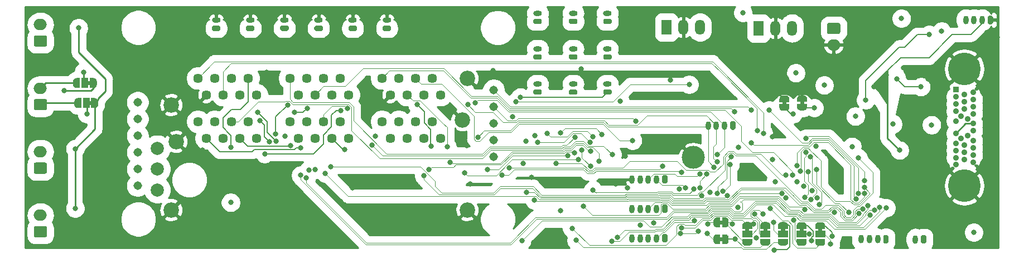
<source format=gbr>
%TF.GenerationSoftware,KiCad,Pcbnew,(5.1.9)-1*%
%TF.CreationDate,2021-05-21T14:20:40+01:00*%
%TF.ProjectId,BreakoutV1.0_,42726561-6b6f-4757-9456-312e305f2e6b,rev?*%
%TF.SameCoordinates,Original*%
%TF.FileFunction,Copper,L4,Bot*%
%TF.FilePolarity,Positive*%
%FSLAX46Y46*%
G04 Gerber Fmt 4.6, Leading zero omitted, Abs format (unit mm)*
G04 Created by KiCad (PCBNEW (5.1.9)-1) date 2021-05-21 14:20:40*
%MOMM*%
%LPD*%
G01*
G04 APERTURE LIST*
%TA.AperFunction,EtchedComponent*%
%ADD10C,0.100000*%
%TD*%
%TA.AperFunction,ComponentPad*%
%ADD11C,2.355000*%
%TD*%
%TA.AperFunction,ComponentPad*%
%ADD12C,1.446000*%
%TD*%
%TA.AperFunction,ComponentPad*%
%ADD13O,0.800000X1.300000*%
%TD*%
%TA.AperFunction,ComponentPad*%
%ADD14O,1.500000X2.300000*%
%TD*%
%TA.AperFunction,ComponentPad*%
%ADD15R,1.500000X2.300000*%
%TD*%
%TA.AperFunction,ComponentPad*%
%ADD16O,2.000000X1.700000*%
%TD*%
%TA.AperFunction,ComponentPad*%
%ADD17O,1.300000X0.800000*%
%TD*%
%TA.AperFunction,ComponentPad*%
%ADD18C,3.500120*%
%TD*%
%TA.AperFunction,ComponentPad*%
%ADD19C,1.310000*%
%TD*%
%TA.AperFunction,SMDPad,CuDef*%
%ADD20C,0.100000*%
%TD*%
%TA.AperFunction,SMDPad,CuDef*%
%ADD21R,1.000000X1.500000*%
%TD*%
%TA.AperFunction,SMDPad,CuDef*%
%ADD22R,1.500000X1.000000*%
%TD*%
%TA.AperFunction,ComponentPad*%
%ADD23C,4.957000*%
%TD*%
%TA.AperFunction,ComponentPad*%
%ADD24C,0.900000*%
%TD*%
%TA.AperFunction,ComponentPad*%
%ADD25R,0.900000X0.900000*%
%TD*%
%TA.AperFunction,ComponentPad*%
%ADD26C,1.998980*%
%TD*%
%TA.AperFunction,ViaPad*%
%ADD27C,0.800000*%
%TD*%
%TA.AperFunction,Conductor*%
%ADD28C,0.200000*%
%TD*%
%TA.AperFunction,Conductor*%
%ADD29C,0.150000*%
%TD*%
%TA.AperFunction,Conductor*%
%ADD30C,0.250000*%
%TD*%
%TA.AperFunction,Conductor*%
%ADD31C,0.125000*%
%TD*%
%TA.AperFunction,Conductor*%
%ADD32C,0.225000*%
%TD*%
%TA.AperFunction,Conductor*%
%ADD33C,0.254000*%
%TD*%
%TA.AperFunction,Conductor*%
%ADD34C,0.100000*%
%TD*%
G04 APERTURE END LIST*
D10*
%TO.C,JP10*%
G36*
X58384800Y-27970200D02*
G01*
X57884800Y-27970200D01*
X57884800Y-28570200D01*
X58384800Y-28570200D01*
X58384800Y-27970200D01*
G37*
%TO.C,JP11*%
G36*
X58583400Y-31018200D02*
G01*
X58083400Y-31018200D01*
X58083400Y-31618200D01*
X58583400Y-31618200D01*
X58583400Y-31018200D01*
G37*
%TO.C,JP1*%
G36*
X166649680Y-31042800D02*
G01*
X166649680Y-31542800D01*
X166049680Y-31542800D01*
X166049680Y-31042800D01*
X166649680Y-31042800D01*
G37*
%TO.C,JP2*%
G36*
X163962360Y-31083440D02*
G01*
X163962360Y-31583440D01*
X163362360Y-31583440D01*
X163362360Y-31083440D01*
X163962360Y-31083440D01*
G37*
%TO.C,JP5*%
G36*
X163164240Y-50348360D02*
G01*
X163164240Y-50848360D01*
X163764240Y-50848360D01*
X163764240Y-50348360D01*
X163164240Y-50348360D01*
G37*
%TO.C,JP3*%
G36*
X168803040Y-50372920D02*
G01*
X168803040Y-50872920D01*
X169403040Y-50872920D01*
X169403040Y-50372920D01*
X168803040Y-50372920D01*
G37*
%TO.C,JP4*%
G36*
X165983640Y-50372920D02*
G01*
X165983640Y-50872920D01*
X166583640Y-50872920D01*
X166583640Y-50372920D01*
X165983640Y-50372920D01*
G37*
%TO.C,JP7*%
G36*
X157738800Y-50348360D02*
G01*
X157738800Y-50848360D01*
X158338800Y-50848360D01*
X158338800Y-50348360D01*
X157738800Y-50348360D01*
G37*
%TO.C,JP8*%
G36*
X154306080Y-49804600D02*
G01*
X153806080Y-49804600D01*
X153806080Y-49204600D01*
X154306080Y-49204600D01*
X154306080Y-49804600D01*
G37*
%TO.C,JP6*%
G36*
X160471840Y-50348360D02*
G01*
X160471840Y-50848360D01*
X161071840Y-50848360D01*
X161071840Y-50348360D01*
X160471840Y-50348360D01*
G37*
%TO.C,JP9*%
G36*
X154301000Y-52370000D02*
G01*
X153801000Y-52370000D01*
X153801000Y-51770000D01*
X154301000Y-51770000D01*
X154301000Y-52370000D01*
G37*
%TD*%
D11*
%TO.P,J29,MH6*%
%TO.N,GND*%
X70562660Y-31589980D03*
%TO.P,J29,MH5*%
X71322660Y-37179980D03*
%TO.P,J29,MH4*%
X70562660Y-47589980D03*
%TO.P,J29,MH3*%
X115512660Y-47589980D03*
%TO.P,J29,MH2*%
X114752660Y-33879980D03*
%TO.P,J29,MH1*%
X115512660Y-27529980D03*
D12*
%TO.P,J29,B24*%
%TO.N,+12V*%
X111452660Y-30069980D03*
%TO.P,J29,B23*%
%TO.N,P3_POWB*%
X110182660Y-27529980D03*
%TO.P,J29,B22*%
%TO.N,+5V*%
X108912660Y-30069980D03*
%TO.P,J29,B21*%
%TO.N,DAC1*%
X107642660Y-27529980D03*
%TO.P,J29,B20*%
%TO.N,P3_DIO_B*%
X106372660Y-30069980D03*
%TO.P,J29,B19*%
%TO.N,P3_POWA*%
X105102660Y-27529980D03*
%TO.P,J29,B18*%
%TO.N,GND*%
X103832660Y-30069980D03*
%TO.P,J29,B17*%
%TO.N,P3_DIO_A*%
X102562660Y-27529980D03*
%TO.P,J29,B16*%
%TO.N,+12V*%
X97482660Y-30069980D03*
%TO.P,J29,B15*%
%TO.N,P2_POWB*%
X96212660Y-27529980D03*
%TO.P,J29,B14*%
%TO.N,+5V*%
X94942660Y-30069980D03*
%TO.P,J29,B13*%
%TO.N,P2_POWC*%
X93672660Y-27529980D03*
%TO.P,J29,B12*%
%TO.N,P2_DIO_B*%
X92402660Y-30069980D03*
%TO.P,J29,B11*%
%TO.N,P2_POWA*%
X91132660Y-27529980D03*
%TO.P,J29,B10*%
%TO.N,GND*%
X89862660Y-30069980D03*
%TO.P,J29,B9*%
%TO.N,P2_DIO_A*%
X88592660Y-27529980D03*
%TO.P,J29,B8*%
%TO.N,+12V*%
X83512660Y-30069980D03*
%TO.P,J29,B7*%
%TO.N,P1_POWB*%
X82242660Y-27529980D03*
%TO.P,J29,B6*%
%TO.N,+5V*%
X80972660Y-30069980D03*
%TO.P,J29,B5*%
%TO.N,P1_POWC*%
X79702660Y-27529980D03*
%TO.P,J29,B4*%
%TO.N,P1_DIO_B*%
X78432660Y-30069980D03*
%TO.P,J29,B3*%
%TO.N,P1_POWA*%
X77162660Y-27529980D03*
%TO.P,J29,B2*%
%TO.N,GND*%
X75892660Y-30069980D03*
%TO.P,J29,B1*%
%TO.N,P1_DIO_A*%
X74622660Y-27529980D03*
%TO.P,J29,A24*%
%TO.N,+12V*%
X102562660Y-34129980D03*
%TO.P,J29,A23*%
%TO.N,P6_POWB*%
X103832660Y-36669980D03*
%TO.P,J29,A22*%
%TO.N,+5V*%
X105102660Y-34129980D03*
%TO.P,J29,A21*%
%TO.N,BNC2*%
X106372660Y-36669980D03*
%TO.P,J29,A20*%
%TO.N,P6_DIO_B*%
X107642660Y-34129980D03*
%TO.P,J29,A19*%
%TO.N,P6_POWA*%
X108912660Y-36669980D03*
%TO.P,J29,A18*%
%TO.N,GND*%
X110182660Y-34129980D03*
%TO.P,J29,A17*%
%TO.N,P6_DIO_A*%
X111452660Y-36669980D03*
%TO.P,J29,A16*%
%TO.N,+12V*%
X88592660Y-34129980D03*
%TO.P,J29,A15*%
%TO.N,P5_POWB*%
X89862660Y-36669980D03*
%TO.P,J29,A14*%
%TO.N,+5V*%
X91132660Y-34129980D03*
%TO.P,J29,A13*%
%TO.N,BNC1*%
X92402660Y-36669980D03*
%TO.P,J29,A12*%
%TO.N,P5_DIO_B*%
X93672660Y-34129980D03*
%TO.P,J29,A11*%
%TO.N,P5_POWA*%
X94942660Y-36669980D03*
%TO.P,J29,A10*%
%TO.N,GND*%
X96212660Y-34129980D03*
%TO.P,J29,A9*%
%TO.N,P5_DIO_A*%
X97482660Y-36669980D03*
%TO.P,J29,A8*%
%TO.N,+12V*%
X74622660Y-34129980D03*
%TO.P,J29,A7*%
%TO.N,P4_POWB*%
X75892660Y-36669980D03*
%TO.P,J29,A6*%
%TO.N,+5V*%
X77162660Y-34129980D03*
%TO.P,J29,A5*%
%TO.N,DAC2*%
X78432660Y-36669980D03*
%TO.P,J29,A4*%
%TO.N,P4_DIO_B*%
X79702660Y-34129980D03*
%TO.P,J29,A3*%
%TO.N,P4_POWA*%
X80972660Y-36669980D03*
%TO.P,J29,A2*%
%TO.N,GND*%
X82242660Y-34129980D03*
%TO.P,J29,A1*%
%TO.N,P4_DIO_A*%
X83512660Y-36669980D03*
%TD*%
D13*
%TO.P,J5,2*%
%TO.N,I2C_SDA*%
X183560400Y-52082700D03*
%TO.P,J5,1*%
%TO.N,I2C_SCL*%
%TA.AperFunction,ComponentPad*%
G36*
G01*
X185210400Y-51632700D02*
X185210400Y-52532700D01*
G75*
G02*
X185010400Y-52732700I-200000J0D01*
G01*
X184610400Y-52732700D01*
G75*
G02*
X184410400Y-52532700I0J200000D01*
G01*
X184410400Y-51632700D01*
G75*
G02*
X184610400Y-51432700I200000J0D01*
G01*
X185010400Y-51432700D01*
G75*
G02*
X185210400Y-51632700I0J-200000D01*
G01*
G37*
%TD.AperFunction*%
%TD*%
D14*
%TO.P,U2,3*%
%TO.N,+12V*%
X150855680Y-19781520D03*
%TO.P,U2,2*%
%TO.N,GND*%
X148315680Y-19781520D03*
D15*
%TO.P,U2,1*%
%TO.N,VS*%
X145775680Y-19781520D03*
%TD*%
D16*
%TO.P,J24,2*%
%TO.N,GND*%
X171145200Y-22464400D03*
%TO.P,J24,1*%
%TO.N,VS*%
%TA.AperFunction,ComponentPad*%
G36*
G01*
X170395200Y-19114400D02*
X171895200Y-19114400D01*
G75*
G02*
X172145200Y-19364400I0J-250000D01*
G01*
X172145200Y-20564400D01*
G75*
G02*
X171895200Y-20814400I-250000J0D01*
G01*
X170395200Y-20814400D01*
G75*
G02*
X170145200Y-20564400I0J250000D01*
G01*
X170145200Y-19364400D01*
G75*
G02*
X170395200Y-19114400I250000J0D01*
G01*
G37*
%TD.AperFunction*%
%TD*%
D17*
%TO.P,J20,2*%
%TO.N,GND*%
X77406500Y-18689000D03*
%TO.P,J20,1*%
%TO.N,+5V*%
%TA.AperFunction,ComponentPad*%
G36*
G01*
X77856500Y-20339000D02*
X76956500Y-20339000D01*
G75*
G02*
X76756500Y-20139000I0J200000D01*
G01*
X76756500Y-19739000D01*
G75*
G02*
X76956500Y-19539000I200000J0D01*
G01*
X77856500Y-19539000D01*
G75*
G02*
X78056500Y-19739000I0J-200000D01*
G01*
X78056500Y-20139000D01*
G75*
G02*
X77856500Y-20339000I-200000J0D01*
G01*
G37*
%TD.AperFunction*%
%TD*%
%TO.P,J16,2*%
%TO.N,GND*%
X98132900Y-18689000D03*
%TO.P,J16,1*%
%TO.N,+12V*%
%TA.AperFunction,ComponentPad*%
G36*
G01*
X98582900Y-20339000D02*
X97682900Y-20339000D01*
G75*
G02*
X97482900Y-20139000I0J200000D01*
G01*
X97482900Y-19739000D01*
G75*
G02*
X97682900Y-19539000I200000J0D01*
G01*
X98582900Y-19539000D01*
G75*
G02*
X98782900Y-19739000I0J-200000D01*
G01*
X98782900Y-20139000D01*
G75*
G02*
X98582900Y-20339000I-200000J0D01*
G01*
G37*
%TD.AperFunction*%
%TD*%
%TO.P,J15,2*%
%TO.N,GND*%
X103314500Y-18689000D03*
%TO.P,J15,1*%
%TO.N,+12V*%
%TA.AperFunction,ComponentPad*%
G36*
G01*
X103764500Y-20339000D02*
X102864500Y-20339000D01*
G75*
G02*
X102664500Y-20139000I0J200000D01*
G01*
X102664500Y-19739000D01*
G75*
G02*
X102864500Y-19539000I200000J0D01*
G01*
X103764500Y-19539000D01*
G75*
G02*
X103964500Y-19739000I0J-200000D01*
G01*
X103964500Y-20139000D01*
G75*
G02*
X103764500Y-20339000I-200000J0D01*
G01*
G37*
%TD.AperFunction*%
%TD*%
D18*
%TO.P,H1,1*%
%TO.N,GND*%
X149860000Y-39624000D03*
%TD*%
D19*
%TO.P,J31/32,5*%
%TO.N,Net-(J31/32-Pad5)*%
X119537480Y-36972240D03*
%TO.P,J31/32,2*%
%TO.N,RFID_RX*%
X119537480Y-29352240D03*
%TO.P,J31/32,6*%
%TO.N,+12V*%
X119537480Y-39512240D03*
%TO.P,J31/32,4*%
%TO.N,GND*%
X119537480Y-34432240D03*
%TO.P,J31/32,3*%
%TO.N,RFID_TX*%
X119537480Y-31892240D03*
%TO.P,J31/32,12*%
%TO.N,VR*%
X65477480Y-43922240D03*
%TO.P,J31/32,11*%
%TO.N,VC*%
X65477480Y-41382240D03*
%TO.P,J31/32,10*%
%TO.N,CT*%
X65477480Y-38842240D03*
%TO.P,J31/32,9*%
%TO.N,ANT-*%
X65477480Y-36302240D03*
%TO.P,J31/32,8*%
%TO.N,AR*%
X65477480Y-33762240D03*
%TO.P,J31/32,7*%
%TO.N,ANT+*%
X65477480Y-31222240D03*
%TD*%
%TA.AperFunction,SMDPad,CuDef*%
D20*
%TO.P,JP10,1*%
%TO.N,MULT+*%
G36*
X58234800Y-27520200D02*
G01*
X58784800Y-27520200D01*
X58784800Y-27520802D01*
X58809334Y-27520802D01*
X58858165Y-27525612D01*
X58906290Y-27535184D01*
X58953245Y-27549428D01*
X58998578Y-27568205D01*
X59041851Y-27591336D01*
X59082650Y-27618596D01*
X59120579Y-27649724D01*
X59155276Y-27684421D01*
X59186404Y-27722350D01*
X59213664Y-27763149D01*
X59236795Y-27806422D01*
X59255572Y-27851755D01*
X59269816Y-27898710D01*
X59279388Y-27946835D01*
X59284198Y-27995666D01*
X59284198Y-28020200D01*
X59284800Y-28020200D01*
X59284800Y-28520200D01*
X59284198Y-28520200D01*
X59284198Y-28544734D01*
X59279388Y-28593565D01*
X59269816Y-28641690D01*
X59255572Y-28688645D01*
X59236795Y-28733978D01*
X59213664Y-28777251D01*
X59186404Y-28818050D01*
X59155276Y-28855979D01*
X59120579Y-28890676D01*
X59082650Y-28921804D01*
X59041851Y-28949064D01*
X58998578Y-28972195D01*
X58953245Y-28990972D01*
X58906290Y-29005216D01*
X58858165Y-29014788D01*
X58809334Y-29019598D01*
X58784800Y-29019598D01*
X58784800Y-29020200D01*
X58234800Y-29020200D01*
X58234800Y-27520200D01*
G37*
%TD.AperFunction*%
D21*
%TO.P,JP10,2*%
%TO.N,ANT+*%
X57484800Y-28270200D03*
%TA.AperFunction,SMDPad,CuDef*%
D20*
%TO.P,JP10,3*%
%TO.N,Net-(J27-Pad2)*%
G36*
X56184800Y-29019598D02*
G01*
X56160266Y-29019598D01*
X56111435Y-29014788D01*
X56063310Y-29005216D01*
X56016355Y-28990972D01*
X55971022Y-28972195D01*
X55927749Y-28949064D01*
X55886950Y-28921804D01*
X55849021Y-28890676D01*
X55814324Y-28855979D01*
X55783196Y-28818050D01*
X55755936Y-28777251D01*
X55732805Y-28733978D01*
X55714028Y-28688645D01*
X55699784Y-28641690D01*
X55690212Y-28593565D01*
X55685402Y-28544734D01*
X55685402Y-28520200D01*
X55684800Y-28520200D01*
X55684800Y-28020200D01*
X55685402Y-28020200D01*
X55685402Y-27995666D01*
X55690212Y-27946835D01*
X55699784Y-27898710D01*
X55714028Y-27851755D01*
X55732805Y-27806422D01*
X55755936Y-27763149D01*
X55783196Y-27722350D01*
X55814324Y-27684421D01*
X55849021Y-27649724D01*
X55886950Y-27618596D01*
X55927749Y-27591336D01*
X55971022Y-27568205D01*
X56016355Y-27549428D01*
X56063310Y-27535184D01*
X56111435Y-27525612D01*
X56160266Y-27520802D01*
X56184800Y-27520802D01*
X56184800Y-27520200D01*
X56734800Y-27520200D01*
X56734800Y-29020200D01*
X56184800Y-29020200D01*
X56184800Y-29019598D01*
G37*
%TD.AperFunction*%
%TD*%
%TA.AperFunction,SMDPad,CuDef*%
%TO.P,JP11,1*%
%TO.N,MULT-*%
G36*
X58433400Y-30568200D02*
G01*
X58983400Y-30568200D01*
X58983400Y-30568802D01*
X59007934Y-30568802D01*
X59056765Y-30573612D01*
X59104890Y-30583184D01*
X59151845Y-30597428D01*
X59197178Y-30616205D01*
X59240451Y-30639336D01*
X59281250Y-30666596D01*
X59319179Y-30697724D01*
X59353876Y-30732421D01*
X59385004Y-30770350D01*
X59412264Y-30811149D01*
X59435395Y-30854422D01*
X59454172Y-30899755D01*
X59468416Y-30946710D01*
X59477988Y-30994835D01*
X59482798Y-31043666D01*
X59482798Y-31068200D01*
X59483400Y-31068200D01*
X59483400Y-31568200D01*
X59482798Y-31568200D01*
X59482798Y-31592734D01*
X59477988Y-31641565D01*
X59468416Y-31689690D01*
X59454172Y-31736645D01*
X59435395Y-31781978D01*
X59412264Y-31825251D01*
X59385004Y-31866050D01*
X59353876Y-31903979D01*
X59319179Y-31938676D01*
X59281250Y-31969804D01*
X59240451Y-31997064D01*
X59197178Y-32020195D01*
X59151845Y-32038972D01*
X59104890Y-32053216D01*
X59056765Y-32062788D01*
X59007934Y-32067598D01*
X58983400Y-32067598D01*
X58983400Y-32068200D01*
X58433400Y-32068200D01*
X58433400Y-30568200D01*
G37*
%TD.AperFunction*%
D21*
%TO.P,JP11,2*%
%TO.N,ANT-*%
X57683400Y-31318200D03*
%TA.AperFunction,SMDPad,CuDef*%
D20*
%TO.P,JP11,3*%
%TO.N,Net-(J27-Pad1)*%
G36*
X56383400Y-32067598D02*
G01*
X56358866Y-32067598D01*
X56310035Y-32062788D01*
X56261910Y-32053216D01*
X56214955Y-32038972D01*
X56169622Y-32020195D01*
X56126349Y-31997064D01*
X56085550Y-31969804D01*
X56047621Y-31938676D01*
X56012924Y-31903979D01*
X55981796Y-31866050D01*
X55954536Y-31825251D01*
X55931405Y-31781978D01*
X55912628Y-31736645D01*
X55898384Y-31689690D01*
X55888812Y-31641565D01*
X55884002Y-31592734D01*
X55884002Y-31568200D01*
X55883400Y-31568200D01*
X55883400Y-31068200D01*
X55884002Y-31068200D01*
X55884002Y-31043666D01*
X55888812Y-30994835D01*
X55898384Y-30946710D01*
X55912628Y-30899755D01*
X55931405Y-30854422D01*
X55954536Y-30811149D01*
X55981796Y-30770350D01*
X56012924Y-30732421D01*
X56047621Y-30697724D01*
X56085550Y-30666596D01*
X56126349Y-30639336D01*
X56169622Y-30616205D01*
X56214955Y-30597428D01*
X56261910Y-30583184D01*
X56310035Y-30573612D01*
X56358866Y-30568802D01*
X56383400Y-30568802D01*
X56383400Y-30568200D01*
X56933400Y-30568200D01*
X56933400Y-32068200D01*
X56383400Y-32068200D01*
X56383400Y-32067598D01*
G37*
%TD.AperFunction*%
%TD*%
%TO.P,J27,1*%
%TO.N,Net-(J27-Pad1)*%
%TA.AperFunction,ComponentPad*%
G36*
G01*
X51473800Y-32405266D02*
X49973800Y-32405266D01*
G75*
G02*
X49723800Y-32155266I0J250000D01*
G01*
X49723800Y-30955266D01*
G75*
G02*
X49973800Y-30705266I250000J0D01*
G01*
X51473800Y-30705266D01*
G75*
G02*
X51723800Y-30955266I0J-250000D01*
G01*
X51723800Y-32155266D01*
G75*
G02*
X51473800Y-32405266I-250000J0D01*
G01*
G37*
%TD.AperFunction*%
D16*
%TO.P,J27,2*%
%TO.N,Net-(J27-Pad2)*%
X50723800Y-29055266D03*
%TD*%
%TO.P,J26,1*%
%TO.N,Net-(J26-Pad1)*%
%TA.AperFunction,ComponentPad*%
G36*
G01*
X51473800Y-42091132D02*
X49973800Y-42091132D01*
G75*
G02*
X49723800Y-41841132I0J250000D01*
G01*
X49723800Y-40641132D01*
G75*
G02*
X49973800Y-40391132I250000J0D01*
G01*
X51473800Y-40391132D01*
G75*
G02*
X51723800Y-40641132I0J-250000D01*
G01*
X51723800Y-41841132D01*
G75*
G02*
X51473800Y-42091132I-250000J0D01*
G01*
G37*
%TD.AperFunction*%
%TO.P,J26,2*%
%TO.N,Net-(J26-Pad2)*%
X50723800Y-38741132D03*
%TD*%
D13*
%TO.P,J4,4*%
%TO.N,BNC2*%
X152094240Y-34757360D03*
%TO.P,J4,3*%
%TO.N,BNC1*%
X153344240Y-34757360D03*
%TO.P,J4,2*%
%TO.N,DAC2*%
X154594240Y-34757360D03*
%TO.P,J4,1*%
%TO.N,DAC1*%
%TA.AperFunction,ComponentPad*%
G36*
G01*
X156244240Y-34307360D02*
X156244240Y-35207360D01*
G75*
G02*
X156044240Y-35407360I-200000J0D01*
G01*
X155644240Y-35407360D01*
G75*
G02*
X155444240Y-35207360I0J200000D01*
G01*
X155444240Y-34307360D01*
G75*
G02*
X155644240Y-34107360I200000J0D01*
G01*
X156044240Y-34107360D01*
G75*
G02*
X156244240Y-34307360I0J-200000D01*
G01*
G37*
%TD.AperFunction*%
%TD*%
D14*
%TO.P,U1,3*%
%TO.N,+5V*%
X164825680Y-19928840D03*
%TO.P,U1,2*%
%TO.N,GND*%
X162285680Y-19928840D03*
D15*
%TO.P,U1,1*%
%TO.N,VS*%
X159745680Y-19928840D03*
%TD*%
%TA.AperFunction,SMDPad,CuDef*%
D20*
%TO.P,JP1,1*%
%TO.N,ADDR0*%
G36*
X167099680Y-31442800D02*
G01*
X167099680Y-31942800D01*
X167099078Y-31942800D01*
X167099078Y-31967334D01*
X167094268Y-32016165D01*
X167084696Y-32064290D01*
X167070452Y-32111245D01*
X167051675Y-32156578D01*
X167028544Y-32199851D01*
X167001284Y-32240650D01*
X166970156Y-32278579D01*
X166935459Y-32313276D01*
X166897530Y-32344404D01*
X166856731Y-32371664D01*
X166813458Y-32394795D01*
X166768125Y-32413572D01*
X166721170Y-32427816D01*
X166673045Y-32437388D01*
X166624214Y-32442198D01*
X166599680Y-32442198D01*
X166599680Y-32442800D01*
X166099680Y-32442800D01*
X166099680Y-32442198D01*
X166075146Y-32442198D01*
X166026315Y-32437388D01*
X165978190Y-32427816D01*
X165931235Y-32413572D01*
X165885902Y-32394795D01*
X165842629Y-32371664D01*
X165801830Y-32344404D01*
X165763901Y-32313276D01*
X165729204Y-32278579D01*
X165698076Y-32240650D01*
X165670816Y-32199851D01*
X165647685Y-32156578D01*
X165628908Y-32111245D01*
X165614664Y-32064290D01*
X165605092Y-32016165D01*
X165600282Y-31967334D01*
X165600282Y-31942800D01*
X165599680Y-31942800D01*
X165599680Y-31442800D01*
X167099680Y-31442800D01*
G37*
%TD.AperFunction*%
%TA.AperFunction,SMDPad,CuDef*%
%TO.P,JP1,2*%
%TO.N,GND*%
G36*
X165600282Y-30642800D02*
G01*
X165600282Y-30618266D01*
X165605092Y-30569435D01*
X165614664Y-30521310D01*
X165628908Y-30474355D01*
X165647685Y-30429022D01*
X165670816Y-30385749D01*
X165698076Y-30344950D01*
X165729204Y-30307021D01*
X165763901Y-30272324D01*
X165801830Y-30241196D01*
X165842629Y-30213936D01*
X165885902Y-30190805D01*
X165931235Y-30172028D01*
X165978190Y-30157784D01*
X166026315Y-30148212D01*
X166075146Y-30143402D01*
X166099680Y-30143402D01*
X166099680Y-30142800D01*
X166599680Y-30142800D01*
X166599680Y-30143402D01*
X166624214Y-30143402D01*
X166673045Y-30148212D01*
X166721170Y-30157784D01*
X166768125Y-30172028D01*
X166813458Y-30190805D01*
X166856731Y-30213936D01*
X166897530Y-30241196D01*
X166935459Y-30272324D01*
X166970156Y-30307021D01*
X167001284Y-30344950D01*
X167028544Y-30385749D01*
X167051675Y-30429022D01*
X167070452Y-30474355D01*
X167084696Y-30521310D01*
X167094268Y-30569435D01*
X167099078Y-30618266D01*
X167099078Y-30642800D01*
X167099680Y-30642800D01*
X167099680Y-31142800D01*
X165599680Y-31142800D01*
X165599680Y-30642800D01*
X165600282Y-30642800D01*
G37*
%TD.AperFunction*%
%TD*%
%TA.AperFunction,SMDPad,CuDef*%
%TO.P,JP2,1*%
%TO.N,ADDR1*%
G36*
X164412360Y-31483440D02*
G01*
X164412360Y-31983440D01*
X164411758Y-31983440D01*
X164411758Y-32007974D01*
X164406948Y-32056805D01*
X164397376Y-32104930D01*
X164383132Y-32151885D01*
X164364355Y-32197218D01*
X164341224Y-32240491D01*
X164313964Y-32281290D01*
X164282836Y-32319219D01*
X164248139Y-32353916D01*
X164210210Y-32385044D01*
X164169411Y-32412304D01*
X164126138Y-32435435D01*
X164080805Y-32454212D01*
X164033850Y-32468456D01*
X163985725Y-32478028D01*
X163936894Y-32482838D01*
X163912360Y-32482838D01*
X163912360Y-32483440D01*
X163412360Y-32483440D01*
X163412360Y-32482838D01*
X163387826Y-32482838D01*
X163338995Y-32478028D01*
X163290870Y-32468456D01*
X163243915Y-32454212D01*
X163198582Y-32435435D01*
X163155309Y-32412304D01*
X163114510Y-32385044D01*
X163076581Y-32353916D01*
X163041884Y-32319219D01*
X163010756Y-32281290D01*
X162983496Y-32240491D01*
X162960365Y-32197218D01*
X162941588Y-32151885D01*
X162927344Y-32104930D01*
X162917772Y-32056805D01*
X162912962Y-32007974D01*
X162912962Y-31983440D01*
X162912360Y-31983440D01*
X162912360Y-31483440D01*
X164412360Y-31483440D01*
G37*
%TD.AperFunction*%
%TA.AperFunction,SMDPad,CuDef*%
%TO.P,JP2,2*%
%TO.N,GND*%
G36*
X162912962Y-30683440D02*
G01*
X162912962Y-30658906D01*
X162917772Y-30610075D01*
X162927344Y-30561950D01*
X162941588Y-30514995D01*
X162960365Y-30469662D01*
X162983496Y-30426389D01*
X163010756Y-30385590D01*
X163041884Y-30347661D01*
X163076581Y-30312964D01*
X163114510Y-30281836D01*
X163155309Y-30254576D01*
X163198582Y-30231445D01*
X163243915Y-30212668D01*
X163290870Y-30198424D01*
X163338995Y-30188852D01*
X163387826Y-30184042D01*
X163412360Y-30184042D01*
X163412360Y-30183440D01*
X163912360Y-30183440D01*
X163912360Y-30184042D01*
X163936894Y-30184042D01*
X163985725Y-30188852D01*
X164033850Y-30198424D01*
X164080805Y-30212668D01*
X164126138Y-30231445D01*
X164169411Y-30254576D01*
X164210210Y-30281836D01*
X164248139Y-30312964D01*
X164282836Y-30347661D01*
X164313964Y-30385590D01*
X164341224Y-30426389D01*
X164364355Y-30469662D01*
X164383132Y-30514995D01*
X164397376Y-30561950D01*
X164406948Y-30610075D01*
X164411758Y-30658906D01*
X164411758Y-30683440D01*
X164412360Y-30683440D01*
X164412360Y-31183440D01*
X162912360Y-31183440D01*
X162912360Y-30683440D01*
X162912962Y-30683440D01*
G37*
%TD.AperFunction*%
%TD*%
%TA.AperFunction,SMDPad,CuDef*%
%TO.P,JP5,1*%
%TO.N,I3_MULT*%
G36*
X162714240Y-50498360D02*
G01*
X162714240Y-49948360D01*
X162714842Y-49948360D01*
X162714842Y-49923826D01*
X162719652Y-49874995D01*
X162729224Y-49826870D01*
X162743468Y-49779915D01*
X162762245Y-49734582D01*
X162785376Y-49691309D01*
X162812636Y-49650510D01*
X162843764Y-49612581D01*
X162878461Y-49577884D01*
X162916390Y-49546756D01*
X162957189Y-49519496D01*
X163000462Y-49496365D01*
X163045795Y-49477588D01*
X163092750Y-49463344D01*
X163140875Y-49453772D01*
X163189706Y-49448962D01*
X163214240Y-49448962D01*
X163214240Y-49448360D01*
X163714240Y-49448360D01*
X163714240Y-49448962D01*
X163738774Y-49448962D01*
X163787605Y-49453772D01*
X163835730Y-49463344D01*
X163882685Y-49477588D01*
X163928018Y-49496365D01*
X163971291Y-49519496D01*
X164012090Y-49546756D01*
X164050019Y-49577884D01*
X164084716Y-49612581D01*
X164115844Y-49650510D01*
X164143104Y-49691309D01*
X164166235Y-49734582D01*
X164185012Y-49779915D01*
X164199256Y-49826870D01*
X164208828Y-49874995D01*
X164213638Y-49923826D01*
X164213638Y-49948360D01*
X164214240Y-49948360D01*
X164214240Y-50498360D01*
X162714240Y-50498360D01*
G37*
%TD.AperFunction*%
D22*
%TO.P,JP5,2*%
%TO.N,I3_CON_C*%
X163464240Y-51248360D03*
%TA.AperFunction,SMDPad,CuDef*%
D20*
%TO.P,JP5,3*%
%TO.N,I3_POWC_C*%
G36*
X164213638Y-52548360D02*
G01*
X164213638Y-52572894D01*
X164208828Y-52621725D01*
X164199256Y-52669850D01*
X164185012Y-52716805D01*
X164166235Y-52762138D01*
X164143104Y-52805411D01*
X164115844Y-52846210D01*
X164084716Y-52884139D01*
X164050019Y-52918836D01*
X164012090Y-52949964D01*
X163971291Y-52977224D01*
X163928018Y-53000355D01*
X163882685Y-53019132D01*
X163835730Y-53033376D01*
X163787605Y-53042948D01*
X163738774Y-53047758D01*
X163714240Y-53047758D01*
X163714240Y-53048360D01*
X163214240Y-53048360D01*
X163214240Y-53047758D01*
X163189706Y-53047758D01*
X163140875Y-53042948D01*
X163092750Y-53033376D01*
X163045795Y-53019132D01*
X163000462Y-53000355D01*
X162957189Y-52977224D01*
X162916390Y-52949964D01*
X162878461Y-52918836D01*
X162843764Y-52884139D01*
X162812636Y-52846210D01*
X162785376Y-52805411D01*
X162762245Y-52762138D01*
X162743468Y-52716805D01*
X162729224Y-52669850D01*
X162719652Y-52621725D01*
X162714842Y-52572894D01*
X162714842Y-52548360D01*
X162714240Y-52548360D01*
X162714240Y-51998360D01*
X164214240Y-51998360D01*
X164214240Y-52548360D01*
X164213638Y-52548360D01*
G37*
%TD.AperFunction*%
%TD*%
%TA.AperFunction,SMDPad,CuDef*%
%TO.P,JP3,1*%
%TO.N,I1_MULT*%
G36*
X168353040Y-50522920D02*
G01*
X168353040Y-49972920D01*
X168353642Y-49972920D01*
X168353642Y-49948386D01*
X168358452Y-49899555D01*
X168368024Y-49851430D01*
X168382268Y-49804475D01*
X168401045Y-49759142D01*
X168424176Y-49715869D01*
X168451436Y-49675070D01*
X168482564Y-49637141D01*
X168517261Y-49602444D01*
X168555190Y-49571316D01*
X168595989Y-49544056D01*
X168639262Y-49520925D01*
X168684595Y-49502148D01*
X168731550Y-49487904D01*
X168779675Y-49478332D01*
X168828506Y-49473522D01*
X168853040Y-49473522D01*
X168853040Y-49472920D01*
X169353040Y-49472920D01*
X169353040Y-49473522D01*
X169377574Y-49473522D01*
X169426405Y-49478332D01*
X169474530Y-49487904D01*
X169521485Y-49502148D01*
X169566818Y-49520925D01*
X169610091Y-49544056D01*
X169650890Y-49571316D01*
X169688819Y-49602444D01*
X169723516Y-49637141D01*
X169754644Y-49675070D01*
X169781904Y-49715869D01*
X169805035Y-49759142D01*
X169823812Y-49804475D01*
X169838056Y-49851430D01*
X169847628Y-49899555D01*
X169852438Y-49948386D01*
X169852438Y-49972920D01*
X169853040Y-49972920D01*
X169853040Y-50522920D01*
X168353040Y-50522920D01*
G37*
%TD.AperFunction*%
D22*
%TO.P,JP3,2*%
%TO.N,I1_CON_C*%
X169103040Y-51272920D03*
%TA.AperFunction,SMDPad,CuDef*%
D20*
%TO.P,JP3,3*%
%TO.N,I1_POWC_C*%
G36*
X169852438Y-52572920D02*
G01*
X169852438Y-52597454D01*
X169847628Y-52646285D01*
X169838056Y-52694410D01*
X169823812Y-52741365D01*
X169805035Y-52786698D01*
X169781904Y-52829971D01*
X169754644Y-52870770D01*
X169723516Y-52908699D01*
X169688819Y-52943396D01*
X169650890Y-52974524D01*
X169610091Y-53001784D01*
X169566818Y-53024915D01*
X169521485Y-53043692D01*
X169474530Y-53057936D01*
X169426405Y-53067508D01*
X169377574Y-53072318D01*
X169353040Y-53072318D01*
X169353040Y-53072920D01*
X168853040Y-53072920D01*
X168853040Y-53072318D01*
X168828506Y-53072318D01*
X168779675Y-53067508D01*
X168731550Y-53057936D01*
X168684595Y-53043692D01*
X168639262Y-53024915D01*
X168595989Y-53001784D01*
X168555190Y-52974524D01*
X168517261Y-52943396D01*
X168482564Y-52908699D01*
X168451436Y-52870770D01*
X168424176Y-52829971D01*
X168401045Y-52786698D01*
X168382268Y-52741365D01*
X168368024Y-52694410D01*
X168358452Y-52646285D01*
X168353642Y-52597454D01*
X168353642Y-52572920D01*
X168353040Y-52572920D01*
X168353040Y-52022920D01*
X169853040Y-52022920D01*
X169853040Y-52572920D01*
X169852438Y-52572920D01*
G37*
%TD.AperFunction*%
%TD*%
%TA.AperFunction,SMDPad,CuDef*%
%TO.P,JP4,1*%
%TO.N,I2_MULT*%
G36*
X165533640Y-50522920D02*
G01*
X165533640Y-49972920D01*
X165534242Y-49972920D01*
X165534242Y-49948386D01*
X165539052Y-49899555D01*
X165548624Y-49851430D01*
X165562868Y-49804475D01*
X165581645Y-49759142D01*
X165604776Y-49715869D01*
X165632036Y-49675070D01*
X165663164Y-49637141D01*
X165697861Y-49602444D01*
X165735790Y-49571316D01*
X165776589Y-49544056D01*
X165819862Y-49520925D01*
X165865195Y-49502148D01*
X165912150Y-49487904D01*
X165960275Y-49478332D01*
X166009106Y-49473522D01*
X166033640Y-49473522D01*
X166033640Y-49472920D01*
X166533640Y-49472920D01*
X166533640Y-49473522D01*
X166558174Y-49473522D01*
X166607005Y-49478332D01*
X166655130Y-49487904D01*
X166702085Y-49502148D01*
X166747418Y-49520925D01*
X166790691Y-49544056D01*
X166831490Y-49571316D01*
X166869419Y-49602444D01*
X166904116Y-49637141D01*
X166935244Y-49675070D01*
X166962504Y-49715869D01*
X166985635Y-49759142D01*
X167004412Y-49804475D01*
X167018656Y-49851430D01*
X167028228Y-49899555D01*
X167033038Y-49948386D01*
X167033038Y-49972920D01*
X167033640Y-49972920D01*
X167033640Y-50522920D01*
X165533640Y-50522920D01*
G37*
%TD.AperFunction*%
D22*
%TO.P,JP4,2*%
%TO.N,I2_CON_C*%
X166283640Y-51272920D03*
%TA.AperFunction,SMDPad,CuDef*%
D20*
%TO.P,JP4,3*%
%TO.N,I2_POWC_C*%
G36*
X167033038Y-52572920D02*
G01*
X167033038Y-52597454D01*
X167028228Y-52646285D01*
X167018656Y-52694410D01*
X167004412Y-52741365D01*
X166985635Y-52786698D01*
X166962504Y-52829971D01*
X166935244Y-52870770D01*
X166904116Y-52908699D01*
X166869419Y-52943396D01*
X166831490Y-52974524D01*
X166790691Y-53001784D01*
X166747418Y-53024915D01*
X166702085Y-53043692D01*
X166655130Y-53057936D01*
X166607005Y-53067508D01*
X166558174Y-53072318D01*
X166533640Y-53072318D01*
X166533640Y-53072920D01*
X166033640Y-53072920D01*
X166033640Y-53072318D01*
X166009106Y-53072318D01*
X165960275Y-53067508D01*
X165912150Y-53057936D01*
X165865195Y-53043692D01*
X165819862Y-53024915D01*
X165776589Y-53001784D01*
X165735790Y-52974524D01*
X165697861Y-52943396D01*
X165663164Y-52908699D01*
X165632036Y-52870770D01*
X165604776Y-52829971D01*
X165581645Y-52786698D01*
X165562868Y-52741365D01*
X165548624Y-52694410D01*
X165539052Y-52646285D01*
X165534242Y-52597454D01*
X165534242Y-52572920D01*
X165533640Y-52572920D01*
X165533640Y-52022920D01*
X167033640Y-52022920D01*
X167033640Y-52572920D01*
X167033038Y-52572920D01*
G37*
%TD.AperFunction*%
%TD*%
%TA.AperFunction,SMDPad,CuDef*%
%TO.P,JP7,1*%
%TO.N,I2_DIO_B*%
G36*
X157288800Y-50498360D02*
G01*
X157288800Y-49948360D01*
X157289402Y-49948360D01*
X157289402Y-49923826D01*
X157294212Y-49874995D01*
X157303784Y-49826870D01*
X157318028Y-49779915D01*
X157336805Y-49734582D01*
X157359936Y-49691309D01*
X157387196Y-49650510D01*
X157418324Y-49612581D01*
X157453021Y-49577884D01*
X157490950Y-49546756D01*
X157531749Y-49519496D01*
X157575022Y-49496365D01*
X157620355Y-49477588D01*
X157667310Y-49463344D01*
X157715435Y-49453772D01*
X157764266Y-49448962D01*
X157788800Y-49448962D01*
X157788800Y-49448360D01*
X158288800Y-49448360D01*
X158288800Y-49448962D01*
X158313334Y-49448962D01*
X158362165Y-49453772D01*
X158410290Y-49463344D01*
X158457245Y-49477588D01*
X158502578Y-49496365D01*
X158545851Y-49519496D01*
X158586650Y-49546756D01*
X158624579Y-49577884D01*
X158659276Y-49612581D01*
X158690404Y-49650510D01*
X158717664Y-49691309D01*
X158740795Y-49734582D01*
X158759572Y-49779915D01*
X158773816Y-49826870D01*
X158783388Y-49874995D01*
X158788198Y-49923826D01*
X158788198Y-49948360D01*
X158788800Y-49948360D01*
X158788800Y-50498360D01*
X157288800Y-50498360D01*
G37*
%TD.AperFunction*%
D22*
%TO.P,JP7,2*%
%TO.N,P3_DIO_B*%
X158038800Y-51248360D03*
%TA.AperFunction,SMDPad,CuDef*%
D20*
%TO.P,JP7,3*%
%TO.N,I2C_SDA*%
G36*
X158788198Y-52548360D02*
G01*
X158788198Y-52572894D01*
X158783388Y-52621725D01*
X158773816Y-52669850D01*
X158759572Y-52716805D01*
X158740795Y-52762138D01*
X158717664Y-52805411D01*
X158690404Y-52846210D01*
X158659276Y-52884139D01*
X158624579Y-52918836D01*
X158586650Y-52949964D01*
X158545851Y-52977224D01*
X158502578Y-53000355D01*
X158457245Y-53019132D01*
X158410290Y-53033376D01*
X158362165Y-53042948D01*
X158313334Y-53047758D01*
X158288800Y-53047758D01*
X158288800Y-53048360D01*
X157788800Y-53048360D01*
X157788800Y-53047758D01*
X157764266Y-53047758D01*
X157715435Y-53042948D01*
X157667310Y-53033376D01*
X157620355Y-53019132D01*
X157575022Y-53000355D01*
X157531749Y-52977224D01*
X157490950Y-52949964D01*
X157453021Y-52918836D01*
X157418324Y-52884139D01*
X157387196Y-52846210D01*
X157359936Y-52805411D01*
X157336805Y-52762138D01*
X157318028Y-52716805D01*
X157303784Y-52669850D01*
X157294212Y-52621725D01*
X157289402Y-52572894D01*
X157289402Y-52548360D01*
X157288800Y-52548360D01*
X157288800Y-51998360D01*
X158788800Y-51998360D01*
X158788800Y-52548360D01*
X158788198Y-52548360D01*
G37*
%TD.AperFunction*%
%TD*%
%TA.AperFunction,SMDPad,CuDef*%
%TO.P,JP8,1*%
%TO.N,Net-(JP8-Pad1)*%
G36*
X153906080Y-50254600D02*
G01*
X153406080Y-50254600D01*
X153406080Y-50253998D01*
X153381546Y-50253998D01*
X153332715Y-50249188D01*
X153284590Y-50239616D01*
X153237635Y-50225372D01*
X153192302Y-50206595D01*
X153149029Y-50183464D01*
X153108230Y-50156204D01*
X153070301Y-50125076D01*
X153035604Y-50090379D01*
X153004476Y-50052450D01*
X152977216Y-50011651D01*
X152954085Y-49968378D01*
X152935308Y-49923045D01*
X152921064Y-49876090D01*
X152911492Y-49827965D01*
X152906682Y-49779134D01*
X152906682Y-49754600D01*
X152906080Y-49754600D01*
X152906080Y-49254600D01*
X152906682Y-49254600D01*
X152906682Y-49230066D01*
X152911492Y-49181235D01*
X152921064Y-49133110D01*
X152935308Y-49086155D01*
X152954085Y-49040822D01*
X152977216Y-48997549D01*
X153004476Y-48956750D01*
X153035604Y-48918821D01*
X153070301Y-48884124D01*
X153108230Y-48852996D01*
X153149029Y-48825736D01*
X153192302Y-48802605D01*
X153237635Y-48783828D01*
X153284590Y-48769584D01*
X153332715Y-48760012D01*
X153381546Y-48755202D01*
X153406080Y-48755202D01*
X153406080Y-48754600D01*
X153906080Y-48754600D01*
X153906080Y-50254600D01*
G37*
%TD.AperFunction*%
%TA.AperFunction,SMDPad,CuDef*%
%TO.P,JP8,2*%
%TO.N,I2C_SDA*%
G36*
X154706080Y-48755202D02*
G01*
X154730614Y-48755202D01*
X154779445Y-48760012D01*
X154827570Y-48769584D01*
X154874525Y-48783828D01*
X154919858Y-48802605D01*
X154963131Y-48825736D01*
X155003930Y-48852996D01*
X155041859Y-48884124D01*
X155076556Y-48918821D01*
X155107684Y-48956750D01*
X155134944Y-48997549D01*
X155158075Y-49040822D01*
X155176852Y-49086155D01*
X155191096Y-49133110D01*
X155200668Y-49181235D01*
X155205478Y-49230066D01*
X155205478Y-49254600D01*
X155206080Y-49254600D01*
X155206080Y-49754600D01*
X155205478Y-49754600D01*
X155205478Y-49779134D01*
X155200668Y-49827965D01*
X155191096Y-49876090D01*
X155176852Y-49923045D01*
X155158075Y-49968378D01*
X155134944Y-50011651D01*
X155107684Y-50052450D01*
X155076556Y-50090379D01*
X155041859Y-50125076D01*
X155003930Y-50156204D01*
X154963131Y-50183464D01*
X154919858Y-50206595D01*
X154874525Y-50225372D01*
X154827570Y-50239616D01*
X154779445Y-50249188D01*
X154730614Y-50253998D01*
X154706080Y-50253998D01*
X154706080Y-50254600D01*
X154206080Y-50254600D01*
X154206080Y-48754600D01*
X154706080Y-48754600D01*
X154706080Y-48755202D01*
G37*
%TD.AperFunction*%
%TD*%
%TA.AperFunction,SMDPad,CuDef*%
%TO.P,JP6,1*%
%TO.N,I2_DIO_A*%
G36*
X160021840Y-50498360D02*
G01*
X160021840Y-49948360D01*
X160022442Y-49948360D01*
X160022442Y-49923826D01*
X160027252Y-49874995D01*
X160036824Y-49826870D01*
X160051068Y-49779915D01*
X160069845Y-49734582D01*
X160092976Y-49691309D01*
X160120236Y-49650510D01*
X160151364Y-49612581D01*
X160186061Y-49577884D01*
X160223990Y-49546756D01*
X160264789Y-49519496D01*
X160308062Y-49496365D01*
X160353395Y-49477588D01*
X160400350Y-49463344D01*
X160448475Y-49453772D01*
X160497306Y-49448962D01*
X160521840Y-49448962D01*
X160521840Y-49448360D01*
X161021840Y-49448360D01*
X161021840Y-49448962D01*
X161046374Y-49448962D01*
X161095205Y-49453772D01*
X161143330Y-49463344D01*
X161190285Y-49477588D01*
X161235618Y-49496365D01*
X161278891Y-49519496D01*
X161319690Y-49546756D01*
X161357619Y-49577884D01*
X161392316Y-49612581D01*
X161423444Y-49650510D01*
X161450704Y-49691309D01*
X161473835Y-49734582D01*
X161492612Y-49779915D01*
X161506856Y-49826870D01*
X161516428Y-49874995D01*
X161521238Y-49923826D01*
X161521238Y-49948360D01*
X161521840Y-49948360D01*
X161521840Y-50498360D01*
X160021840Y-50498360D01*
G37*
%TD.AperFunction*%
D22*
%TO.P,JP6,2*%
%TO.N,P3_DIO_A*%
X160771840Y-51248360D03*
%TA.AperFunction,SMDPad,CuDef*%
D20*
%TO.P,JP6,3*%
%TO.N,I2C_SCL*%
G36*
X161521238Y-52548360D02*
G01*
X161521238Y-52572894D01*
X161516428Y-52621725D01*
X161506856Y-52669850D01*
X161492612Y-52716805D01*
X161473835Y-52762138D01*
X161450704Y-52805411D01*
X161423444Y-52846210D01*
X161392316Y-52884139D01*
X161357619Y-52918836D01*
X161319690Y-52949964D01*
X161278891Y-52977224D01*
X161235618Y-53000355D01*
X161190285Y-53019132D01*
X161143330Y-53033376D01*
X161095205Y-53042948D01*
X161046374Y-53047758D01*
X161021840Y-53047758D01*
X161021840Y-53048360D01*
X160521840Y-53048360D01*
X160521840Y-53047758D01*
X160497306Y-53047758D01*
X160448475Y-53042948D01*
X160400350Y-53033376D01*
X160353395Y-53019132D01*
X160308062Y-53000355D01*
X160264789Y-52977224D01*
X160223990Y-52949964D01*
X160186061Y-52918836D01*
X160151364Y-52884139D01*
X160120236Y-52846210D01*
X160092976Y-52805411D01*
X160069845Y-52762138D01*
X160051068Y-52716805D01*
X160036824Y-52669850D01*
X160027252Y-52621725D01*
X160022442Y-52572894D01*
X160022442Y-52548360D01*
X160021840Y-52548360D01*
X160021840Y-51998360D01*
X161521840Y-51998360D01*
X161521840Y-52548360D01*
X161521238Y-52548360D01*
G37*
%TD.AperFunction*%
%TD*%
%TA.AperFunction,SMDPad,CuDef*%
%TO.P,JP9,1*%
%TO.N,Net-(JP9-Pad1)*%
G36*
X153901000Y-52820000D02*
G01*
X153401000Y-52820000D01*
X153401000Y-52819398D01*
X153376466Y-52819398D01*
X153327635Y-52814588D01*
X153279510Y-52805016D01*
X153232555Y-52790772D01*
X153187222Y-52771995D01*
X153143949Y-52748864D01*
X153103150Y-52721604D01*
X153065221Y-52690476D01*
X153030524Y-52655779D01*
X152999396Y-52617850D01*
X152972136Y-52577051D01*
X152949005Y-52533778D01*
X152930228Y-52488445D01*
X152915984Y-52441490D01*
X152906412Y-52393365D01*
X152901602Y-52344534D01*
X152901602Y-52320000D01*
X152901000Y-52320000D01*
X152901000Y-51820000D01*
X152901602Y-51820000D01*
X152901602Y-51795466D01*
X152906412Y-51746635D01*
X152915984Y-51698510D01*
X152930228Y-51651555D01*
X152949005Y-51606222D01*
X152972136Y-51562949D01*
X152999396Y-51522150D01*
X153030524Y-51484221D01*
X153065221Y-51449524D01*
X153103150Y-51418396D01*
X153143949Y-51391136D01*
X153187222Y-51368005D01*
X153232555Y-51349228D01*
X153279510Y-51334984D01*
X153327635Y-51325412D01*
X153376466Y-51320602D01*
X153401000Y-51320602D01*
X153401000Y-51320000D01*
X153901000Y-51320000D01*
X153901000Y-52820000D01*
G37*
%TD.AperFunction*%
%TA.AperFunction,SMDPad,CuDef*%
%TO.P,JP9,2*%
%TO.N,I2C_SCL*%
G36*
X154701000Y-51320602D02*
G01*
X154725534Y-51320602D01*
X154774365Y-51325412D01*
X154822490Y-51334984D01*
X154869445Y-51349228D01*
X154914778Y-51368005D01*
X154958051Y-51391136D01*
X154998850Y-51418396D01*
X155036779Y-51449524D01*
X155071476Y-51484221D01*
X155102604Y-51522150D01*
X155129864Y-51562949D01*
X155152995Y-51606222D01*
X155171772Y-51651555D01*
X155186016Y-51698510D01*
X155195588Y-51746635D01*
X155200398Y-51795466D01*
X155200398Y-51820000D01*
X155201000Y-51820000D01*
X155201000Y-52320000D01*
X155200398Y-52320000D01*
X155200398Y-52344534D01*
X155195588Y-52393365D01*
X155186016Y-52441490D01*
X155171772Y-52488445D01*
X155152995Y-52533778D01*
X155129864Y-52577051D01*
X155102604Y-52617850D01*
X155071476Y-52655779D01*
X155036779Y-52690476D01*
X154998850Y-52721604D01*
X154958051Y-52748864D01*
X154914778Y-52771995D01*
X154869445Y-52790772D01*
X154822490Y-52805016D01*
X154774365Y-52814588D01*
X154725534Y-52819398D01*
X154701000Y-52819398D01*
X154701000Y-52820000D01*
X154201000Y-52820000D01*
X154201000Y-51320000D01*
X154701000Y-51320000D01*
X154701000Y-51320602D01*
G37*
%TD.AperFunction*%
%TD*%
%TO.P,J28,1*%
%TO.N,Net-(J28-Pad1)*%
%TA.AperFunction,ComponentPad*%
G36*
G01*
X51473800Y-22719400D02*
X49973800Y-22719400D01*
G75*
G02*
X49723800Y-22469400I0J250000D01*
G01*
X49723800Y-21269400D01*
G75*
G02*
X49973800Y-21019400I250000J0D01*
G01*
X51473800Y-21019400D01*
G75*
G02*
X51723800Y-21269400I0J-250000D01*
G01*
X51723800Y-22469400D01*
G75*
G02*
X51473800Y-22719400I-250000J0D01*
G01*
G37*
%TD.AperFunction*%
D16*
%TO.P,J28,2*%
%TO.N,Net-(J28-Pad2)*%
X50723800Y-19369400D03*
%TD*%
%TO.P,J25,1*%
%TO.N,Net-(J25-Pad1)*%
%TA.AperFunction,ComponentPad*%
G36*
G01*
X51473800Y-51777000D02*
X49973800Y-51777000D01*
G75*
G02*
X49723800Y-51527000I0J250000D01*
G01*
X49723800Y-50327000D01*
G75*
G02*
X49973800Y-50077000I250000J0D01*
G01*
X51473800Y-50077000D01*
G75*
G02*
X51723800Y-50327000I0J-250000D01*
G01*
X51723800Y-51527000D01*
G75*
G02*
X51473800Y-51777000I-250000J0D01*
G01*
G37*
%TD.AperFunction*%
%TO.P,J25,2*%
%TO.N,Net-(J25-Pad2)*%
X50723800Y-48427000D03*
%TD*%
D13*
%TO.P,J2,4*%
%TO.N,U_SCL*%
X191195000Y-18669000D03*
%TO.P,J2,3*%
%TO.N,U_SDA*%
X192445000Y-18669000D03*
%TO.P,J2,2*%
%TO.N,VDD*%
X193695000Y-18669000D03*
%TO.P,J2,1*%
%TO.N,GND*%
%TA.AperFunction,ComponentPad*%
G36*
G01*
X195345000Y-18219000D02*
X195345000Y-19119000D01*
G75*
G02*
X195145000Y-19319000I-200000J0D01*
G01*
X194745000Y-19319000D01*
G75*
G02*
X194545000Y-19119000I0J200000D01*
G01*
X194545000Y-18219000D01*
G75*
G02*
X194745000Y-18019000I200000J0D01*
G01*
X195145000Y-18019000D01*
G75*
G02*
X195345000Y-18219000I0J-200000D01*
G01*
G37*
%TD.AperFunction*%
%TD*%
D17*
%TO.P,J6,2*%
%TO.N,+12V*%
X136809480Y-28407040D03*
%TO.P,J6,1*%
%TO.N,I3_POWC*%
%TA.AperFunction,ComponentPad*%
G36*
G01*
X137259480Y-30057040D02*
X136359480Y-30057040D01*
G75*
G02*
X136159480Y-29857040I0J200000D01*
G01*
X136159480Y-29457040D01*
G75*
G02*
X136359480Y-29257040I200000J0D01*
G01*
X137259480Y-29257040D01*
G75*
G02*
X137459480Y-29457040I0J-200000D01*
G01*
X137459480Y-29857040D01*
G75*
G02*
X137259480Y-30057040I-200000J0D01*
G01*
G37*
%TD.AperFunction*%
%TD*%
%TO.P,J7,2*%
%TO.N,+12V*%
X136809480Y-23042560D03*
%TO.P,J7,1*%
%TO.N,I3_POWB*%
%TA.AperFunction,ComponentPad*%
G36*
G01*
X137259480Y-24692560D02*
X136359480Y-24692560D01*
G75*
G02*
X136159480Y-24492560I0J200000D01*
G01*
X136159480Y-24092560D01*
G75*
G02*
X136359480Y-23892560I200000J0D01*
G01*
X137259480Y-23892560D01*
G75*
G02*
X137459480Y-24092560I0J-200000D01*
G01*
X137459480Y-24492560D01*
G75*
G02*
X137259480Y-24692560I-200000J0D01*
G01*
G37*
%TD.AperFunction*%
%TD*%
%TO.P,J8,2*%
%TO.N,+12V*%
X136809480Y-17627280D03*
%TO.P,J8,1*%
%TO.N,I3_POWA*%
%TA.AperFunction,ComponentPad*%
G36*
G01*
X137259480Y-19277280D02*
X136359480Y-19277280D01*
G75*
G02*
X136159480Y-19077280I0J200000D01*
G01*
X136159480Y-18677280D01*
G75*
G02*
X136359480Y-18477280I200000J0D01*
G01*
X137259480Y-18477280D01*
G75*
G02*
X137459480Y-18677280I0J-200000D01*
G01*
X137459480Y-19077280D01*
G75*
G02*
X137259480Y-19277280I-200000J0D01*
G01*
G37*
%TD.AperFunction*%
%TD*%
%TO.P,J9,2*%
%TO.N,+12V*%
X131597400Y-28407040D03*
%TO.P,J9,1*%
%TO.N,I2_POWC*%
%TA.AperFunction,ComponentPad*%
G36*
G01*
X132047400Y-30057040D02*
X131147400Y-30057040D01*
G75*
G02*
X130947400Y-29857040I0J200000D01*
G01*
X130947400Y-29457040D01*
G75*
G02*
X131147400Y-29257040I200000J0D01*
G01*
X132047400Y-29257040D01*
G75*
G02*
X132247400Y-29457040I0J-200000D01*
G01*
X132247400Y-29857040D01*
G75*
G02*
X132047400Y-30057040I-200000J0D01*
G01*
G37*
%TD.AperFunction*%
%TD*%
%TO.P,J10,2*%
%TO.N,+12V*%
X131597400Y-23042560D03*
%TO.P,J10,1*%
%TO.N,I2_POWB*%
%TA.AperFunction,ComponentPad*%
G36*
G01*
X132047400Y-24692560D02*
X131147400Y-24692560D01*
G75*
G02*
X130947400Y-24492560I0J200000D01*
G01*
X130947400Y-24092560D01*
G75*
G02*
X131147400Y-23892560I200000J0D01*
G01*
X132047400Y-23892560D01*
G75*
G02*
X132247400Y-24092560I0J-200000D01*
G01*
X132247400Y-24492560D01*
G75*
G02*
X132047400Y-24692560I-200000J0D01*
G01*
G37*
%TD.AperFunction*%
%TD*%
%TO.P,J11,2*%
%TO.N,+12V*%
X131597400Y-17627280D03*
%TO.P,J11,1*%
%TO.N,I2_POWA*%
%TA.AperFunction,ComponentPad*%
G36*
G01*
X132047400Y-19277280D02*
X131147400Y-19277280D01*
G75*
G02*
X130947400Y-19077280I0J200000D01*
G01*
X130947400Y-18677280D01*
G75*
G02*
X131147400Y-18477280I200000J0D01*
G01*
X132047400Y-18477280D01*
G75*
G02*
X132247400Y-18677280I0J-200000D01*
G01*
X132247400Y-19077280D01*
G75*
G02*
X132047400Y-19277280I-200000J0D01*
G01*
G37*
%TD.AperFunction*%
%TD*%
%TO.P,J12,2*%
%TO.N,+12V*%
X126192280Y-28407040D03*
%TO.P,J12,1*%
%TO.N,I1_POWC*%
%TA.AperFunction,ComponentPad*%
G36*
G01*
X126642280Y-30057040D02*
X125742280Y-30057040D01*
G75*
G02*
X125542280Y-29857040I0J200000D01*
G01*
X125542280Y-29457040D01*
G75*
G02*
X125742280Y-29257040I200000J0D01*
G01*
X126642280Y-29257040D01*
G75*
G02*
X126842280Y-29457040I0J-200000D01*
G01*
X126842280Y-29857040D01*
G75*
G02*
X126642280Y-30057040I-200000J0D01*
G01*
G37*
%TD.AperFunction*%
%TD*%
%TO.P,J13,1*%
%TO.N,I1_POWB*%
%TA.AperFunction,ComponentPad*%
G36*
G01*
X126642280Y-24692560D02*
X125742280Y-24692560D01*
G75*
G02*
X125542280Y-24492560I0J200000D01*
G01*
X125542280Y-24092560D01*
G75*
G02*
X125742280Y-23892560I200000J0D01*
G01*
X126642280Y-23892560D01*
G75*
G02*
X126842280Y-24092560I0J-200000D01*
G01*
X126842280Y-24492560D01*
G75*
G02*
X126642280Y-24692560I-200000J0D01*
G01*
G37*
%TD.AperFunction*%
%TO.P,J13,2*%
%TO.N,+12V*%
X126192280Y-23042560D03*
%TD*%
%TO.P,J14,2*%
%TO.N,+12V*%
X126192280Y-17627280D03*
%TO.P,J14,1*%
%TO.N,I1_POWA*%
%TA.AperFunction,ComponentPad*%
G36*
G01*
X126642280Y-19277280D02*
X125742280Y-19277280D01*
G75*
G02*
X125542280Y-19077280I0J200000D01*
G01*
X125542280Y-18677280D01*
G75*
G02*
X125742280Y-18477280I200000J0D01*
G01*
X126642280Y-18477280D01*
G75*
G02*
X126842280Y-18677280I0J-200000D01*
G01*
X126842280Y-19077280D01*
G75*
G02*
X126642280Y-19277280I-200000J0D01*
G01*
G37*
%TD.AperFunction*%
%TD*%
D23*
%TO.P,J1,SG2*%
%TO.N,GND*%
X190996960Y-43906120D03*
%TO.P,J1,SG1*%
X190996960Y-26106120D03*
D24*
%TO.P,J1,G6*%
X190996960Y-39956120D03*
%TO.P,J1,G5*%
X190996960Y-38856120D03*
%TO.P,J1,G4*%
X190996960Y-37756120D03*
%TO.P,J1,G3*%
X190996960Y-32256120D03*
%TO.P,J1,G2*%
X190996960Y-31156120D03*
%TO.P,J1,G1*%
X190996960Y-30056120D03*
%TO.P,J1,B12*%
X192321960Y-29656120D03*
%TO.P,J1,B11*%
%TO.N,RX1+*%
X192321960Y-30756120D03*
%TO.P,J1,B10*%
%TO.N,RX1-*%
X192321960Y-31856120D03*
%TO.P,J1,B9*%
%TO.N,VBUS*%
X192321960Y-32956120D03*
%TO.P,J1,B8*%
%TO.N,SBU2*%
X191521960Y-33706120D03*
%TO.P,J1,B7*%
%TO.N,D-*%
X192321960Y-34456120D03*
%TO.P,J1,B6*%
%TO.N,D+*%
X192321960Y-35556120D03*
%TO.P,J1,B5*%
%TO.N,CC2*%
X191521960Y-36306120D03*
%TO.P,J1,B4*%
%TO.N,VBUS*%
X192321960Y-37056120D03*
%TO.P,J1,B3*%
%TO.N,TX2-*%
X192321960Y-38156120D03*
%TO.P,J1,B2*%
%TO.N,TX2+*%
X192321960Y-39256120D03*
%TO.P,J1,B1*%
%TO.N,GND*%
X192321960Y-40356120D03*
%TO.P,J1,A12*%
X189671960Y-40731120D03*
%TO.P,J1,A11*%
%TO.N,RX2+*%
X189671960Y-39631120D03*
%TO.P,J1,A10*%
%TO.N,RX2-*%
X189671960Y-38531120D03*
%TO.P,J1,A9*%
%TO.N,VBUS*%
X189671960Y-37431120D03*
%TO.P,J1,A8*%
%TO.N,SBU1*%
X190471960Y-36681120D03*
%TO.P,J1,A7*%
%TO.N,D-*%
X189671960Y-35956120D03*
%TO.P,J1,A6*%
%TO.N,D+*%
X189671960Y-34056120D03*
%TO.P,J1,A5*%
%TO.N,CC1*%
X190471960Y-33331120D03*
%TO.P,J1,A4*%
%TO.N,VBUS*%
X189671960Y-32581120D03*
%TO.P,J1,A3*%
%TO.N,TX1-*%
X189671960Y-31481120D03*
%TO.P,J1,A2*%
%TO.N,TX1+*%
X189671960Y-30381120D03*
D25*
%TO.P,J1,A1*%
%TO.N,GND*%
X189671960Y-29281120D03*
%TD*%
D17*
%TO.P,J17,2*%
%TO.N,GND*%
X92951300Y-18689000D03*
%TO.P,J17,1*%
%TO.N,+12V*%
%TA.AperFunction,ComponentPad*%
G36*
G01*
X93401300Y-20339000D02*
X92501300Y-20339000D01*
G75*
G02*
X92301300Y-20139000I0J200000D01*
G01*
X92301300Y-19739000D01*
G75*
G02*
X92501300Y-19539000I200000J0D01*
G01*
X93401300Y-19539000D01*
G75*
G02*
X93601300Y-19739000I0J-200000D01*
G01*
X93601300Y-20139000D01*
G75*
G02*
X93401300Y-20339000I-200000J0D01*
G01*
G37*
%TD.AperFunction*%
%TD*%
%TO.P,J19,2*%
%TO.N,GND*%
X82588100Y-18689000D03*
%TO.P,J19,1*%
%TO.N,+5V*%
%TA.AperFunction,ComponentPad*%
G36*
G01*
X83038100Y-20339000D02*
X82138100Y-20339000D01*
G75*
G02*
X81938100Y-20139000I0J200000D01*
G01*
X81938100Y-19739000D01*
G75*
G02*
X82138100Y-19539000I200000J0D01*
G01*
X83038100Y-19539000D01*
G75*
G02*
X83238100Y-19739000I0J-200000D01*
G01*
X83238100Y-20139000D01*
G75*
G02*
X83038100Y-20339000I-200000J0D01*
G01*
G37*
%TD.AperFunction*%
%TD*%
%TO.P,J18,2*%
%TO.N,GND*%
X87769700Y-18689000D03*
%TO.P,J18,1*%
%TO.N,+5V*%
%TA.AperFunction,ComponentPad*%
G36*
G01*
X88219700Y-20339000D02*
X87319700Y-20339000D01*
G75*
G02*
X87119700Y-20139000I0J200000D01*
G01*
X87119700Y-19739000D01*
G75*
G02*
X87319700Y-19539000I200000J0D01*
G01*
X88219700Y-19539000D01*
G75*
G02*
X88419700Y-19739000I0J-200000D01*
G01*
X88419700Y-20139000D01*
G75*
G02*
X88219700Y-20339000I-200000J0D01*
G01*
G37*
%TD.AperFunction*%
%TD*%
D26*
%TO.P,J30,3*%
%TO.N,VR*%
X68478400Y-44551600D03*
%TO.P,J30,2*%
%TO.N,VC*%
X68478400Y-41376600D03*
%TO.P,J30,1*%
%TO.N,CT*%
X68478400Y-38201600D03*
%TD*%
%TO.P,J3,1*%
%TO.N,SPI_MOSI*%
%TA.AperFunction,ComponentPad*%
G36*
G01*
X179470000Y-51620000D02*
X179470000Y-52520000D01*
G75*
G02*
X179270000Y-52720000I-200000J0D01*
G01*
X178870000Y-52720000D01*
G75*
G02*
X178670000Y-52520000I0J200000D01*
G01*
X178670000Y-51620000D01*
G75*
G02*
X178870000Y-51420000I200000J0D01*
G01*
X179270000Y-51420000D01*
G75*
G02*
X179470000Y-51620000I0J-200000D01*
G01*
G37*
%TD.AperFunction*%
D13*
%TO.P,J3,2*%
%TO.N,SPI_MISO*%
X177820000Y-52070000D03*
%TO.P,J3,3*%
%TO.N,SPI_CLK*%
X176570000Y-52070000D03*
%TO.P,J3,4*%
%TO.N,SPI_SS*%
X175320000Y-52070000D03*
%TD*%
%TO.P,J22,5*%
%TO.N,GND*%
X140516600Y-47434500D03*
%TO.P,J22,4*%
%TO.N,+5V*%
X141766600Y-47434500D03*
%TO.P,J22,3*%
%TO.N,I2_DIO_C*%
X143016600Y-47434500D03*
%TO.P,J22,2*%
%TO.N,I2_DIO_B*%
X144266600Y-47434500D03*
%TO.P,J22,1*%
%TO.N,I2_DIO_A*%
%TA.AperFunction,ComponentPad*%
G36*
G01*
X145916600Y-46984500D02*
X145916600Y-47884500D01*
G75*
G02*
X145716600Y-48084500I-200000J0D01*
G01*
X145316600Y-48084500D01*
G75*
G02*
X145116600Y-47884500I0J200000D01*
G01*
X145116600Y-46984500D01*
G75*
G02*
X145316600Y-46784500I200000J0D01*
G01*
X145716600Y-46784500D01*
G75*
G02*
X145916600Y-46984500I0J-200000D01*
G01*
G37*
%TD.AperFunction*%
%TD*%
%TO.P,J23,5*%
%TO.N,GND*%
X140516600Y-51917600D03*
%TO.P,J23,4*%
%TO.N,+5V*%
X141766600Y-51917600D03*
%TO.P,J23,3*%
%TO.N,I3_DIO_C*%
X143016600Y-51917600D03*
%TO.P,J23,2*%
%TO.N,I3_DIO_B*%
X144266600Y-51917600D03*
%TO.P,J23,1*%
%TO.N,I3_DIO_A*%
%TA.AperFunction,ComponentPad*%
G36*
G01*
X145916600Y-51467600D02*
X145916600Y-52367600D01*
G75*
G02*
X145716600Y-52567600I-200000J0D01*
G01*
X145316600Y-52567600D01*
G75*
G02*
X145116600Y-52367600I0J200000D01*
G01*
X145116600Y-51467600D01*
G75*
G02*
X145316600Y-51267600I200000J0D01*
G01*
X145716600Y-51267600D01*
G75*
G02*
X145916600Y-51467600I0J-200000D01*
G01*
G37*
%TD.AperFunction*%
%TD*%
%TO.P,J21,5*%
%TO.N,GND*%
X140516600Y-42951400D03*
%TO.P,J21,4*%
%TO.N,+5V*%
X141766600Y-42951400D03*
%TO.P,J21,3*%
%TO.N,I1_DIO_C*%
X143016600Y-42951400D03*
%TO.P,J21,2*%
%TO.N,I1_DIO_B*%
X144266600Y-42951400D03*
%TO.P,J21,1*%
%TO.N,I1_DIO_A*%
%TA.AperFunction,ComponentPad*%
G36*
G01*
X145916600Y-42501400D02*
X145916600Y-43401400D01*
G75*
G02*
X145716600Y-43601400I-200000J0D01*
G01*
X145316600Y-43601400D01*
G75*
G02*
X145116600Y-43401400I0J200000D01*
G01*
X145116600Y-42501400D01*
G75*
G02*
X145316600Y-42301400I200000J0D01*
G01*
X145716600Y-42301400D01*
G75*
G02*
X145916600Y-42501400I0J-200000D01*
G01*
G37*
%TD.AperFunction*%
%TD*%
D27*
%TO.N,*%
X125755400Y-36322000D03*
%TO.N,GND*%
X163936680Y-27548840D03*
X161909760Y-29494480D03*
X108529120Y-49469040D03*
X171790360Y-26537920D03*
X178572160Y-38602920D03*
X184134760Y-37658040D03*
X62484000Y-51816000D03*
X60769500Y-18161000D03*
X188232270Y-29266644D03*
X139538068Y-39401380D03*
X156464000Y-24231600D03*
X89808843Y-49698033D03*
X129667000Y-47752000D03*
X175158400Y-20568920D03*
X195961000Y-21336000D03*
X189026800Y-49682400D03*
X185486781Y-27670019D03*
X62230000Y-22809200D03*
X62230000Y-35560000D03*
X62230000Y-40741600D03*
X62433200Y-45516800D03*
X146354800Y-27838400D03*
X119430800Y-26365200D03*
X124307600Y-47802800D03*
X85039200Y-26619200D03*
X128625600Y-20574000D03*
X132842000Y-20777200D03*
X49326800Y-35102800D03*
X181775100Y-25996900D03*
X49631600Y-25260300D03*
X49593500Y-44831000D03*
X80238600Y-44107100D03*
X101333300Y-29489400D03*
X98070301Y-44218360D03*
X84134420Y-47589980D03*
X101422200Y-47078900D03*
X115989100Y-43688000D03*
X124434600Y-37122100D03*
X161886900Y-36474400D03*
X158902400Y-42087800D03*
X171602400Y-43116500D03*
X129844800Y-51904900D03*
X64808100Y-28511500D03*
X125254825Y-42651875D03*
X124047597Y-40501432D03*
X132778500Y-26085800D03*
X101600000Y-36347400D03*
X75298300Y-38468300D03*
X115493800Y-37769800D03*
X122377200Y-33401000D03*
X139814300Y-44272200D03*
X138049000Y-43637200D03*
X159397700Y-51904900D03*
X172872400Y-52108100D03*
X171262752Y-47957941D03*
X168499073Y-37925510D03*
X163881433Y-45770800D03*
X143814800Y-49580800D03*
%TO.N,VS*%
X181432200Y-18430240D03*
X157379230Y-17562390D03*
%TO.N,VBUS*%
X187548520Y-20391120D03*
X192410080Y-51018440D03*
X174434500Y-33337500D03*
X186019440Y-34650680D03*
X180145526Y-34548923D03*
%TO.N,+5V*%
X165399720Y-26751280D03*
X141813280Y-49925741D03*
%TO.N,+12V*%
X87817960Y-36398200D03*
X138731786Y-31075912D03*
%TO.N,+4V8*%
X169722800Y-28620720D03*
X173939200Y-37947600D03*
X156565600Y-47193200D03*
%TO.N,VDD*%
X181157880Y-38521640D03*
X177282010Y-28876034D03*
X179120800Y-27025600D03*
%TO.N,I3_POWB_C*%
X132941456Y-38450409D03*
X134239177Y-40973510D03*
%TO.N,I3_POWA_C*%
X134632700Y-44602400D03*
X149941189Y-44451593D03*
%TO.N,I2_POWC_C*%
X133138471Y-47059500D03*
X166775673Y-47516792D03*
X165112700Y-49187100D03*
%TO.N,I2_POWB_C*%
X161363930Y-32401637D03*
X174859769Y-45082763D03*
%TO.N,I2_POWA_C*%
X129690574Y-35893510D03*
X135982070Y-36091205D03*
%TO.N,I1_POWC_C*%
X163891203Y-42338490D03*
X128978519Y-40501432D03*
X161515290Y-47357883D03*
%TO.N,I1_POWB_C*%
X127628557Y-35983410D03*
X134554393Y-36426859D03*
%TO.N,I1_POWA_C*%
X126224682Y-37333599D03*
X134164006Y-37265456D03*
%TO.N,P4_POWA*%
X88717970Y-37784979D03*
%TO.N,P4_POWB*%
X90254904Y-38186190D03*
%TO.N,P5_POWA*%
X96893003Y-38365646D03*
%TO.N,I3_POWC*%
X110032800Y-37896800D03*
X107951386Y-31575171D03*
X123596400Y-30429200D03*
%TO.N,P6_POWA_C*%
X112903000Y-40386000D03*
X134239000Y-38690478D03*
%TO.N,P6_POWB_C*%
X124504655Y-44916982D03*
X154990800Y-45415200D03*
%TO.N,I3_POWC_C*%
X132063071Y-52238206D03*
%TO.N,P5_POWA_C*%
X108949664Y-42392902D03*
X151126000Y-45443309D03*
%TO.N,P5_POWB_C*%
X109732150Y-41483417D03*
X131804857Y-38941363D03*
%TO.N,P4_POWB_C*%
X132404370Y-39913922D03*
X115134185Y-41951420D03*
%TO.N,P4_POWA_C*%
X118558377Y-41459999D03*
X130742192Y-39326412D03*
%TO.N,P1_POWB*%
X79621380Y-38092380D03*
%TO.N,P2_POWA*%
X89281000Y-32766000D03*
X91218944Y-32114800D03*
%TO.N,P2_POWC*%
X86395637Y-36059478D03*
X88239052Y-31590988D03*
%TO.N,P2_POWB*%
X84785200Y-39065200D03*
X96345758Y-32439358D03*
%TO.N,P3_POWA*%
X85492428Y-37236169D03*
X84023200Y-33985200D03*
%TO.N,P3_POWB*%
X86536480Y-37122392D03*
X83718400Y-32715200D03*
%TO.N,P3_POWB_C*%
X125662859Y-46091993D03*
X168567100Y-41465500D03*
X174995923Y-48175807D03*
X173442261Y-48010283D03*
%TO.N,P3_POWA_C*%
X93980000Y-42037000D03*
X175583433Y-47421422D03*
%TO.N,P2_POWB_C*%
X123799600Y-52273200D03*
X176675400Y-48383392D03*
%TO.N,P2_POWC_C*%
X91095493Y-42713849D03*
X176368104Y-46931586D03*
%TO.N,P2_POWA_C*%
X90252432Y-42333198D03*
X177342941Y-47647977D03*
%TO.N,P1_POWB_C*%
X137464800Y-52366458D03*
X179133500Y-47294800D03*
%TO.N,P1_POWC_C*%
X138303000Y-51778948D03*
X178134019Y-47168558D03*
%TO.N,P1_POWA_C*%
X94803848Y-41051961D03*
X174853600Y-39674800D03*
%TO.N,ADDR1*%
X165023800Y-32959040D03*
%TO.N,ADDR0*%
X168198800Y-32059880D03*
%TO.N,Net-(IC4-Pad6)*%
X180695600Y-27635200D03*
X184409080Y-28849320D03*
%TO.N,I1_DIO_C*%
X150865098Y-42093241D03*
%TO.N,I1_DIO_B*%
X148678900Y-44272200D03*
%TO.N,I2_DIO_C*%
X163283900Y-45059600D03*
%TO.N,I2_DIO_B*%
X148066102Y-50304021D03*
X158962130Y-49765629D03*
%TO.N,I2_DIO_A*%
X147701000Y-44450000D03*
X159172432Y-48257377D03*
%TO.N,I3_DIO_C*%
X150622684Y-50811674D03*
X151899529Y-42168668D03*
X147913357Y-51216325D03*
X150860302Y-44268297D03*
%TO.N,I3_DIO_B*%
X149974300Y-49268076D03*
%TO.N,I3_DIO_A*%
X167297100Y-41795700D03*
X167696616Y-45980835D03*
%TO.N,SPI_SS*%
X168596265Y-45765712D03*
%TO.N,SPI_CLK*%
X167890028Y-44700726D03*
%TO.N,SPI_MISO*%
X166619127Y-44032266D03*
%TO.N,SPI_MOSI*%
X165603798Y-43347606D03*
%TO.N,RFID_RX*%
X158639322Y-32393417D03*
X165567565Y-40895256D03*
X175784159Y-45116689D03*
%TO.N,RFID_TX*%
X141125470Y-34103543D03*
X166060977Y-41698474D03*
X175788811Y-44191664D03*
%TO.N,DAC1*%
X140622934Y-37028632D03*
X161852004Y-39949576D03*
%TO.N,P3_DIO_B*%
X131419600Y-50444400D03*
X112458500Y-38011100D03*
%TO.N,P3_DIO_A*%
X164925918Y-42320131D03*
X160429625Y-48242773D03*
%TO.N,P2_DIO_B*%
X156111141Y-32642310D03*
%TO.N,P2_DIO_A*%
X131855172Y-36522569D03*
%TO.N,P1_DIO_B*%
X159569801Y-35552999D03*
%TO.N,P1_DIO_A*%
X160493087Y-35937690D03*
%TO.N,BNC2*%
X152992009Y-41096905D03*
X117110542Y-36549921D03*
%TO.N,P6_DIO_B*%
X145204955Y-40984926D03*
X121933834Y-41203032D03*
%TO.N,P6_DIO_A*%
X148035881Y-41863881D03*
X120793856Y-42292209D03*
%TO.N,BNC1*%
X153510354Y-40233600D03*
X115593789Y-31554232D03*
%TO.N,P5_DIO_B*%
X149199600Y-28498800D03*
X122919513Y-31105010D03*
X97327791Y-32169456D03*
X175856900Y-43180000D03*
X166935150Y-36734750D03*
%TO.N,P5_DIO_A*%
X167606369Y-39470383D03*
X168948100Y-46761400D03*
%TO.N,DAC2*%
X153492520Y-39206843D03*
X116709388Y-31304221D03*
%TO.N,P4_DIO_B*%
X135530109Y-40160443D03*
%TO.N,P4_DIO_A*%
X101067390Y-37743569D03*
X137531602Y-39168073D03*
%TO.N,I2C_SCL*%
X156213501Y-52053151D03*
X155458224Y-40697190D03*
X154330400Y-44754800D03*
%TO.N,ANT+*%
X57302400Y-26593800D03*
%TO.N,I2C_SDA*%
X155579982Y-39522179D03*
X153441400Y-45097700D03*
X155752800Y-49743266D03*
%TO.N,I1_MULT*%
X91499891Y-41505054D03*
X170887068Y-51610922D03*
%TO.N,I1_CON_C*%
X170682920Y-52755800D03*
%TO.N,I2_MULT*%
X92423988Y-41463922D03*
X167787320Y-52263040D03*
%TO.N,I2_CON_C*%
X166953676Y-38814914D03*
X167403831Y-51248169D03*
X166776400Y-45707300D03*
%TO.N,I3_MULT*%
X79603600Y-46482000D03*
X162150652Y-53741273D03*
%TO.N,I3_CON_C*%
X162303320Y-43302226D03*
X161994715Y-49515618D03*
%TO.N,Net-(Q1-Pad4)*%
X176022000Y-30861000D03*
X185633021Y-20889821D03*
%TO.N,+3V3*%
X156712008Y-38056640D03*
X152361900Y-44932600D03*
%TO.N,Net-(S2-Pad3)*%
X158649515Y-37356987D03*
X174580811Y-45964709D03*
%TO.N,ANT-*%
X57785000Y-32994600D03*
%TO.N,MULT-*%
X56515000Y-19888200D03*
X56004490Y-47357273D03*
X56004490Y-38284620D03*
%TO.N,MULT+*%
X54356000Y-29438600D03*
%TO.N,Net-(JP8-Pad1)*%
X152074880Y-49768098D03*
%TO.N,Net-(JP9-Pad1)*%
X151941366Y-51202697D03*
%TD*%
D28*
%TO.N,GND*%
X164891720Y-29184840D02*
X166349680Y-30642800D01*
D29*
X162219400Y-29184840D02*
X164891720Y-29184840D01*
X161909760Y-29494480D02*
X162219400Y-29184840D01*
X162473400Y-29494480D02*
X161909760Y-29494480D01*
X163662360Y-30683440D02*
X162473400Y-29494480D01*
D28*
%TO.N,VDD*%
X179318920Y-36220400D02*
X179318920Y-29631640D01*
D30*
X179318920Y-36682680D02*
X179318920Y-36220400D01*
X181157880Y-38521640D02*
X179318920Y-36682680D01*
D28*
X179318920Y-29631640D02*
X178037616Y-29631640D01*
X178037616Y-29631640D02*
X177282010Y-28876034D01*
D30*
X179318920Y-26440217D02*
X179308755Y-26430052D01*
X179308755Y-26430052D02*
X179308755Y-26411148D01*
D28*
X193695000Y-18669000D02*
X193695000Y-19207800D01*
X193695000Y-19207800D02*
X192024000Y-20878800D01*
X189128400Y-20878800D02*
X185604678Y-24402522D01*
X192024000Y-20878800D02*
X189128400Y-20878800D01*
X181755522Y-24402522D02*
X185604678Y-24402522D01*
X181317381Y-24402522D02*
X179308755Y-26411148D01*
X181755522Y-24402522D02*
X181317381Y-24402522D01*
X177282010Y-28437893D02*
X177282010Y-28876034D01*
X179318920Y-29631640D02*
X179318920Y-26440217D01*
X179308755Y-26411148D02*
X179308755Y-27447245D01*
D30*
X179318920Y-27691080D02*
X179318920Y-26440217D01*
X179318920Y-36220400D02*
X179318920Y-27691080D01*
D28*
X179308755Y-26411148D02*
X179308755Y-26634445D01*
X179120800Y-26822400D02*
X179120800Y-27178000D01*
X179308755Y-26634445D02*
X179120800Y-26822400D01*
X179120800Y-27178000D02*
X178968400Y-27025600D01*
X179110752Y-26812352D02*
X179120800Y-26822400D01*
X179308755Y-26411148D02*
X178907552Y-26812352D01*
X178907552Y-26812352D02*
X177282010Y-28437893D01*
X178968400Y-26822400D02*
X178958352Y-26812352D01*
X178968400Y-27025600D02*
X178968400Y-26822400D01*
X178958352Y-26812352D02*
X179110752Y-26812352D01*
X178907552Y-26812352D02*
X178958352Y-26812352D01*
X179212240Y-27584400D02*
X179318920Y-27691080D01*
X179120800Y-27584400D02*
X179212240Y-27584400D01*
X179120800Y-27432000D02*
X179120800Y-27584400D01*
X178917600Y-27228800D02*
X179120800Y-27432000D01*
X178917600Y-27025600D02*
X178917600Y-27228800D01*
X178968400Y-27025600D02*
X178917600Y-27025600D01*
X179120800Y-27178000D02*
X179120800Y-27432000D01*
D31*
%TO.N,I3_POWB_C*%
X132941456Y-38450409D02*
X132941456Y-39675789D01*
X132941456Y-39675789D02*
X134239177Y-40973510D01*
%TO.N,I3_POWA_C*%
X135067801Y-45037501D02*
X134632700Y-44602400D01*
X149357741Y-45037501D02*
X149941189Y-44454053D01*
X149941189Y-44454053D02*
X149941189Y-44451593D01*
X149334646Y-45058136D02*
X149941189Y-44451593D01*
X146602011Y-44846913D02*
X146813234Y-45058136D01*
X144363655Y-44914447D02*
X144431189Y-44846913D01*
X146813234Y-45058136D02*
X149334646Y-45058136D01*
X144431189Y-44846913D02*
X146602011Y-44846913D01*
X134632700Y-44602400D02*
X134944747Y-44914447D01*
X134944747Y-44914447D02*
X144363655Y-44914447D01*
%TO.N,I2_POWC_C*%
X165298120Y-49311560D02*
X165328600Y-49281080D01*
X166314120Y-52597840D02*
X165673560Y-52597840D01*
X165673560Y-52597840D02*
X165221920Y-52146200D01*
X165221920Y-49372520D02*
X165232080Y-49362360D01*
X165221920Y-49296320D02*
X165112700Y-49187100D01*
X165221920Y-50347880D02*
X165221920Y-49296320D01*
X165221920Y-52146200D02*
X165221920Y-50347880D01*
X165221920Y-50347880D02*
X165221920Y-49372520D01*
X145877112Y-46596990D02*
X146710633Y-47430511D01*
X144577092Y-48397010D02*
X144929090Y-48045012D01*
X156864844Y-45520326D02*
X162798924Y-45520326D01*
X144929090Y-48045012D02*
X144929090Y-46823988D01*
X152322148Y-46811820D02*
X155573349Y-46811820D01*
X164395391Y-47116793D02*
X166375674Y-47116793D01*
X145156088Y-46596990D02*
X145877112Y-46596990D01*
X155573349Y-46811820D02*
X156864844Y-45520326D01*
X162798924Y-45520326D02*
X164395391Y-47116793D01*
X146710633Y-47430511D02*
X151703457Y-47430511D01*
X151703457Y-47430511D02*
X152322148Y-46811820D01*
X134475981Y-48397010D02*
X144577092Y-48397010D01*
X133138471Y-47059500D02*
X134475981Y-48397010D01*
X166375674Y-47116793D02*
X166775673Y-47516792D01*
X144929090Y-46823988D02*
X145156088Y-46596990D01*
%TO.N,I2_POWB_C*%
X167877386Y-36749078D02*
X170437914Y-36749078D01*
X170437914Y-36749078D02*
X174859769Y-41170933D01*
X161363930Y-32401637D02*
X166335345Y-37373052D01*
X166335345Y-37373052D02*
X167253412Y-37373052D01*
X174859769Y-41170933D02*
X174859769Y-45082763D01*
X167253412Y-37373052D02*
X167877386Y-36749078D01*
%TO.N,I2_POWA_C*%
X135115589Y-35224724D02*
X135982070Y-36091205D01*
X130359360Y-35224724D02*
X135115589Y-35224724D01*
X129690574Y-35893510D02*
X130359360Y-35224724D01*
%TO.N,I1_POWC_C*%
X134870086Y-41181378D02*
X134490453Y-41561011D01*
X147376846Y-40188846D02*
X140148705Y-40188846D01*
X153149902Y-41790980D02*
X152391345Y-41790980D01*
X152106104Y-41505739D02*
X150583096Y-41505739D01*
X154370700Y-39508389D02*
X154370700Y-40570182D01*
X150515095Y-41573740D02*
X148761740Y-41573740D01*
X150583096Y-41505739D02*
X150515095Y-41573740D01*
X148761740Y-41573740D02*
X147376846Y-40188846D01*
X152391345Y-41790980D02*
X152106104Y-41505739D01*
X140148705Y-40188846D02*
X139156173Y-41181378D01*
X154370700Y-40570182D02*
X153149902Y-41790980D01*
X133990287Y-41561011D02*
X132930708Y-40501432D01*
X132930708Y-40501432D02*
X128978519Y-40501432D01*
X134490453Y-41561011D02*
X133990287Y-41561011D01*
X155965541Y-38684666D02*
X155194423Y-38684666D01*
X155194423Y-38684666D02*
X154370700Y-39508389D01*
X156363479Y-39082604D02*
X155965541Y-38684666D01*
X160069632Y-39082604D02*
X156363479Y-39082604D01*
X163325518Y-42338490D02*
X160069632Y-39082604D01*
X163891203Y-42338490D02*
X163325518Y-42338490D01*
X139156173Y-41181378D02*
X134870086Y-41181378D01*
X168443939Y-53358541D02*
X169148760Y-52653720D01*
X164917485Y-49988389D02*
X164917485Y-52725685D01*
X164917485Y-52725685D02*
X165550341Y-53358541D01*
X164186439Y-49257343D02*
X164917485Y-49988389D01*
X161515290Y-47357883D02*
X163414750Y-49257343D01*
X163414750Y-49257343D02*
X164186439Y-49257343D01*
X165550341Y-53358541D02*
X168443939Y-53358541D01*
%TO.N,I1_POWB_C*%
X131567538Y-35587133D02*
X133714667Y-35587133D01*
X128126159Y-36481012D02*
X130673659Y-36481012D01*
X133714667Y-35587133D02*
X134554393Y-36426859D01*
X130673659Y-36481012D02*
X131567538Y-35587133D01*
X127628557Y-35983410D02*
X128126159Y-36481012D01*
%TO.N,I1_POWA_C*%
X132833618Y-35935068D02*
X134164006Y-37265456D01*
X126224682Y-37333599D02*
X130174640Y-37333599D01*
X131573171Y-35935068D02*
X132833618Y-35935068D01*
X130174640Y-37333599D02*
X131573171Y-35935068D01*
D28*
%TO.N,P4_POWA*%
X88641770Y-37861179D02*
X88717970Y-37784979D01*
X82163859Y-37861179D02*
X88641770Y-37861179D01*
X80972660Y-36669980D02*
X82163859Y-37861179D01*
%TO.N,P4_POWB*%
X89535388Y-38186190D02*
X90254904Y-38186190D01*
X89311589Y-38409989D02*
X89535388Y-38186190D01*
X82887823Y-38727377D02*
X83205211Y-38409989D01*
X75892660Y-36669980D02*
X77950057Y-38727377D01*
X77950057Y-38727377D02*
X82887823Y-38727377D01*
X83205211Y-38409989D02*
X89311589Y-38409989D01*
%TO.N,P5_POWA*%
X96638326Y-38365646D02*
X96893003Y-38365646D01*
X94942660Y-36669980D02*
X96638326Y-38365646D01*
%TO.N,I3_POWC*%
X109029019Y-32652804D02*
X107951386Y-31575171D01*
X123596400Y-30429200D02*
X136037320Y-30429200D01*
X136037320Y-30429200D02*
X136809480Y-29657040D01*
X109029019Y-34379381D02*
X109029019Y-32652804D01*
X109994219Y-35344581D02*
X109994219Y-38036981D01*
X109994219Y-35344581D02*
X109029019Y-34379381D01*
%TO.N,P6_POWA*%
X108912660Y-36669980D02*
X108912660Y-36945081D01*
D31*
%TO.N,P6_POWA_C*%
X112903000Y-40386000D02*
X112996741Y-40479741D01*
X112996741Y-40479741D02*
X120556259Y-40479741D01*
X120556259Y-40479741D02*
X122276457Y-38759543D01*
X122276457Y-38759543D02*
X130085991Y-38759543D01*
X130085991Y-38759543D02*
X130356634Y-38488900D01*
X130356634Y-38488900D02*
X131310100Y-38488900D01*
X133076483Y-37754571D02*
X134012390Y-38690478D01*
X134012390Y-38690478D02*
X134239000Y-38690478D01*
X132044429Y-37754571D02*
X133076483Y-37754571D01*
X131310100Y-38488900D02*
X132044429Y-37754571D01*
%TO.N,P6_POWB_C*%
X139793697Y-45693867D02*
X139679395Y-45808169D01*
X139679395Y-45808169D02*
X126602105Y-45808169D01*
X146826411Y-46132017D02*
X146291340Y-45596946D01*
X126602105Y-45808169D02*
X125710918Y-44916982D01*
X146291340Y-45596946D02*
X144741860Y-45596946D01*
X125710918Y-44916982D02*
X124504655Y-44916982D01*
X144741860Y-45596946D02*
X144644939Y-45693867D01*
X151619429Y-45808167D02*
X151295579Y-46132017D01*
X144644939Y-45693867D02*
X139793697Y-45693867D01*
X154648633Y-45808167D02*
X151619429Y-45808167D01*
X154889200Y-45567600D02*
X154648633Y-45808167D01*
X151295579Y-46132017D02*
X146826411Y-46132017D01*
%TO.N,I3_POWC_C*%
X161990722Y-52548360D02*
X163464240Y-52548360D01*
X160945083Y-53593999D02*
X161990722Y-52548360D01*
X157365701Y-53593999D02*
X160945083Y-53593999D01*
X157088462Y-53316760D02*
X157365701Y-53593999D01*
X133141625Y-53316760D02*
X157088462Y-53316760D01*
X132063071Y-52238206D02*
X133141625Y-53316760D01*
%TO.N,P5_POWA_C*%
X151409589Y-45627055D02*
X151232464Y-45804180D01*
X108949664Y-42958587D02*
X111245558Y-45254481D01*
X146891270Y-45843308D02*
X150726001Y-45843308D01*
X125476985Y-44329481D02*
X126705662Y-45558158D01*
X139690140Y-45443856D02*
X144541382Y-45443856D01*
X119644351Y-45254481D02*
X120569351Y-44329481D01*
X111245558Y-45254481D02*
X119644351Y-45254481D01*
X144541382Y-45443856D02*
X144638303Y-45346935D01*
X150726001Y-45843308D02*
X151126000Y-45443309D01*
X139575838Y-45558158D02*
X139690140Y-45443856D01*
X120569351Y-44329481D02*
X125476985Y-44329481D01*
X144638303Y-45346935D02*
X146394897Y-45346935D01*
X146394897Y-45346935D02*
X146891270Y-45843308D01*
X108949664Y-42392902D02*
X108949664Y-42958587D01*
X126705662Y-45558158D02*
X139575838Y-45558158D01*
%TO.N,P5_POWB_C*%
X109732150Y-41483417D02*
X110132149Y-41083418D01*
X110132149Y-41083418D02*
X113450182Y-41083418D01*
X113450182Y-41083418D02*
X113803848Y-40729752D01*
X113803848Y-40729752D02*
X120659816Y-40729752D01*
X122380014Y-39009554D02*
X130189548Y-39009554D01*
X130189548Y-39009554D02*
X130460191Y-38738911D01*
X130460191Y-38738911D02*
X131602405Y-38738911D01*
X131602405Y-38738911D02*
X131804857Y-38941363D01*
X120659816Y-40729752D02*
X122380014Y-39009554D01*
%TO.N,P4_POWB_C*%
X121870176Y-40385024D02*
X121615200Y-40640000D01*
X132404370Y-39913922D02*
X122341278Y-39913922D01*
X122341278Y-39913922D02*
X122224800Y-40030400D01*
X122224800Y-40030400D02*
X121615200Y-40640000D01*
X121615200Y-40640000D02*
X119903781Y-42351419D01*
X119903781Y-42351419D02*
X115534184Y-42351419D01*
X115534184Y-42351419D02*
X115134185Y-41951420D01*
%TO.N,P4_POWA_C*%
X122420788Y-39326412D02*
X130742192Y-39326412D01*
X120287201Y-41459999D02*
X122420788Y-39326412D01*
X118558377Y-41459999D02*
X120287201Y-41459999D01*
D28*
%TO.N,P1_POWB*%
X79380661Y-35998839D02*
X79380661Y-36010161D01*
X78422500Y-33591500D02*
X78422500Y-35040678D01*
X79380661Y-36010161D02*
X79621380Y-36250880D01*
X78422500Y-35040678D02*
X79380661Y-35998839D01*
X79725520Y-32288480D02*
X78422500Y-33591500D01*
X79621380Y-36250880D02*
X79621380Y-38092380D01*
X82242660Y-27529980D02*
X82242660Y-31092140D01*
X81046320Y-32288480D02*
X80131920Y-32288480D01*
X82242660Y-31092140D02*
X81046320Y-32288480D01*
X80131920Y-32288480D02*
X80342202Y-32288480D01*
X79725520Y-32288480D02*
X80131920Y-32288480D01*
%TO.N,P2_POWA*%
X90567744Y-32766000D02*
X91218944Y-32114800D01*
X89281000Y-32766000D02*
X90567744Y-32766000D01*
%TO.N,P2_POWC*%
X86395637Y-33434403D02*
X88239052Y-31590988D01*
X86395637Y-36059478D02*
X86395637Y-33434403D01*
D31*
%TO.N,P2_POWB*%
X96212660Y-27529980D02*
X96212660Y-27713940D01*
D28*
X84785200Y-39065200D02*
X92148636Y-39065200D01*
X93673918Y-37539918D02*
X93667099Y-36182581D01*
X92148636Y-39065200D02*
X93673918Y-37539918D01*
X96345758Y-32439358D02*
X95627442Y-32439358D01*
X94896840Y-33169960D02*
X94896840Y-34952840D01*
X95627442Y-32439358D02*
X94896840Y-33169960D01*
X93667099Y-36182581D02*
X94896840Y-34952840D01*
%TO.N,P3_POWA*%
X85492428Y-37236169D02*
X84683600Y-36427341D01*
X84683600Y-34645600D02*
X84023200Y-33985200D01*
X84683600Y-36427341D02*
X84683600Y-34645600D01*
%TO.N,P3_POWB*%
X84169322Y-33166122D02*
X83718400Y-32715200D01*
X85182443Y-34179243D02*
X83718400Y-32715200D01*
X85182443Y-35768355D02*
X85182443Y-34179243D01*
X86536480Y-37122392D02*
X85182443Y-35768355D01*
D31*
%TO.N,P3_POWB_C*%
X171371841Y-46579609D02*
X172011587Y-46579609D01*
X168567100Y-43774868D02*
X171371841Y-46579609D01*
X168567100Y-41465500D02*
X168567100Y-43774868D01*
X172011587Y-46579609D02*
X173442261Y-48010283D01*
X171605240Y-47342344D02*
X172191276Y-47928380D01*
X166605952Y-46832252D02*
X166960637Y-46832252D01*
X168104308Y-47975923D02*
X170348649Y-47975923D01*
X172903984Y-49245924D02*
X173925806Y-49245924D01*
X172191276Y-47928380D02*
X172191276Y-48533216D01*
X170348649Y-47975923D02*
X170982228Y-47342344D01*
X173925806Y-49245924D02*
X174995923Y-48175807D01*
X170982228Y-47342344D02*
X171605240Y-47342344D01*
X172191276Y-48533216D02*
X172903984Y-49245924D01*
X166960637Y-46832252D02*
X168104308Y-47975923D01*
X157129730Y-44472099D02*
X155290031Y-46311798D01*
X163532761Y-44472099D02*
X157129730Y-44472099D01*
X151822933Y-46311799D02*
X151502693Y-46632039D01*
X144948974Y-46096968D02*
X144852053Y-46193889D01*
X125879057Y-46308191D02*
X125662859Y-46091993D01*
X165892905Y-46832243D02*
X163532761Y-44472099D01*
X155290031Y-46311798D02*
X151822933Y-46311799D01*
X151502693Y-46632039D02*
X146619297Y-46632039D01*
X146619297Y-46632039D02*
X146084226Y-46096968D01*
X166605943Y-46832243D02*
X165892905Y-46832243D01*
X146084226Y-46096968D02*
X144948974Y-46096968D01*
X144852053Y-46193889D02*
X140000811Y-46193889D01*
X140000811Y-46193889D02*
X139886509Y-46308191D01*
X139886509Y-46308191D02*
X125879057Y-46308191D01*
%TO.N,P3_POWA_C*%
X164959492Y-45380356D02*
X165097968Y-45518832D01*
X164959494Y-45380358D02*
X165097968Y-45518832D01*
X164959492Y-45380356D02*
X164959494Y-45380358D01*
X97447492Y-45504492D02*
X93980000Y-42037000D01*
X125944860Y-45504492D02*
X97447492Y-45504492D01*
X126072184Y-45631816D02*
X125944860Y-45504492D01*
X126477913Y-46037545D02*
X126072184Y-45631816D01*
X174823451Y-47421422D02*
X175583433Y-47421422D01*
X172956741Y-48945113D02*
X173842159Y-48945113D01*
X170245092Y-47725912D02*
X170878671Y-47092333D01*
X173842159Y-48945113D02*
X174408413Y-48378859D01*
X171708797Y-47092333D02*
X172441287Y-47824823D01*
X174408413Y-47836460D02*
X174823451Y-47421422D01*
X166161368Y-46582232D02*
X167064185Y-46582232D01*
X172441287Y-47824823D02*
X172441287Y-48429659D01*
X168207865Y-47725912D02*
X170245092Y-47725912D01*
X174408413Y-48378859D02*
X174408413Y-47836460D01*
X165097968Y-45518832D02*
X166161368Y-46582232D01*
X170878671Y-47092333D02*
X171708797Y-47092333D01*
X172441287Y-48429659D02*
X172956741Y-48945113D01*
X167064185Y-46582232D02*
X168207865Y-47725912D01*
X165097968Y-45518832D02*
X163801224Y-44222088D01*
X163801224Y-44222088D02*
X157026173Y-44222088D01*
X157026173Y-44222088D02*
X155190083Y-46058178D01*
X155190083Y-46058178D02*
X151722986Y-46058178D01*
X139897254Y-45943878D02*
X139782952Y-46058180D01*
X151722986Y-46058178D02*
X151399136Y-46382028D01*
X146187783Y-45846957D02*
X144845417Y-45846957D01*
X144748496Y-45943878D02*
X139897254Y-45943878D01*
X151399136Y-46382028D02*
X146722854Y-46382028D01*
X126498548Y-46058180D02*
X126072184Y-45631816D01*
X146722854Y-46382028D02*
X146187783Y-45846957D01*
X144845417Y-45846957D02*
X144748496Y-45943878D01*
X139782952Y-46058180D02*
X126498548Y-46058180D01*
%TO.N,P2_POWB_C*%
X170454129Y-48725956D02*
X171724130Y-49995957D01*
X155437688Y-47561856D02*
X156031544Y-48155712D01*
X152632816Y-47561856D02*
X155437688Y-47561856D01*
X145996595Y-49213231D02*
X146575218Y-48634608D01*
X175062835Y-49995957D02*
X176675400Y-48383392D01*
X123698000Y-52425600D02*
X126910369Y-49213231D01*
X171724130Y-49995957D02*
X175062835Y-49995957D01*
X166331611Y-48725956D02*
X170454129Y-48725956D01*
X165705231Y-48099576D02*
X166331611Y-48725956D01*
X164317470Y-48099576D02*
X165705231Y-48099576D01*
X162488253Y-46270359D02*
X164317470Y-48099576D01*
X159229244Y-46270359D02*
X162488253Y-46270359D01*
X157343891Y-48155712D02*
X159229244Y-46270359D01*
X156031544Y-48155712D02*
X157343891Y-48155712D01*
X152014128Y-48180544D02*
X152632816Y-47561856D01*
X149391518Y-48180544D02*
X152014128Y-48180544D01*
X148937454Y-48634608D02*
X149391518Y-48180544D01*
X146575218Y-48634608D02*
X148937454Y-48634608D01*
X146575218Y-48634608D02*
X146564392Y-48634608D01*
X146564392Y-48634608D02*
X144995900Y-50203100D01*
X143256000Y-50190400D02*
X142278831Y-49213231D01*
X143256000Y-50203100D02*
X143256000Y-50190400D01*
X126910369Y-49213231D02*
X142278831Y-49213231D01*
X144995900Y-50203100D02*
X143256000Y-50203100D01*
%TO.N,P2_POWC_C*%
X101076043Y-52593957D02*
X100975601Y-52593957D01*
X91095493Y-42713849D02*
X91095493Y-43445093D01*
X100244357Y-52593957D02*
X101279243Y-52593957D01*
X91095493Y-43445093D02*
X100244357Y-52593957D01*
X101279243Y-52593957D02*
X100837498Y-52593957D01*
X175583424Y-48281951D02*
X176368104Y-47497271D01*
X162695367Y-45770337D02*
X164524584Y-47599554D01*
X166557230Y-48225934D02*
X170675251Y-48225934D01*
X122033267Y-52593957D02*
X125914015Y-48713209D01*
X101279243Y-52593957D02*
X122033267Y-52593957D01*
X156968401Y-45770337D02*
X162695367Y-45770337D01*
X164524584Y-47599554D02*
X165930850Y-47599554D01*
X174545297Y-49495935D02*
X175583424Y-48457808D01*
X151807014Y-47680522D02*
X152425705Y-47061831D01*
X171945252Y-49495935D02*
X174545297Y-49495935D01*
X146785942Y-47680522D02*
X151807014Y-47680522D01*
X176368104Y-47497271D02*
X176368104Y-46931586D01*
X175583424Y-48457808D02*
X175583424Y-48281951D01*
X155676907Y-47061831D02*
X156968401Y-45770337D01*
X152425705Y-47061831D02*
X155676907Y-47061831D01*
X125914015Y-48713209D02*
X145753255Y-48713209D01*
X145753255Y-48713209D02*
X146785942Y-47680522D01*
X165930850Y-47599554D02*
X166557230Y-48225934D01*
X170675251Y-48225934D02*
X171945252Y-49495935D01*
%TO.N,P2_POWA_C*%
X156921200Y-46380399D02*
X157073599Y-46380399D01*
X155541245Y-47311846D02*
X155058645Y-47311846D01*
X156135099Y-47905701D02*
X155541245Y-47311846D01*
X156907601Y-47905701D02*
X156135099Y-47905701D01*
X157278101Y-47535201D02*
X156907601Y-47905701D01*
X157278101Y-46584901D02*
X157278101Y-47535201D01*
X157073599Y-46380399D02*
X157278101Y-46584901D01*
X171827687Y-49745946D02*
X174648854Y-49745946D01*
X164421027Y-47849565D02*
X165808788Y-47849565D01*
X157433650Y-46020348D02*
X162591810Y-46020348D01*
X165808788Y-47849565D02*
X166435168Y-48475945D01*
X170557686Y-48475945D02*
X171827687Y-49745946D01*
X166435168Y-48475945D02*
X170557686Y-48475945D01*
X174648854Y-49745946D02*
X175968992Y-48425808D01*
X175968992Y-48425808D02*
X175968992Y-48258935D01*
X176579950Y-47647977D02*
X177342941Y-47647977D01*
X157073599Y-46380399D02*
X157433650Y-46020348D01*
X175968992Y-48258935D02*
X176579950Y-47647977D01*
X162591810Y-46020348D02*
X164421027Y-47849565D01*
X90252432Y-42955600D02*
X90252432Y-42333198D01*
X152529259Y-47311845D02*
X151910571Y-47930533D01*
X126017572Y-48963220D02*
X122136824Y-52843968D01*
X100140800Y-52843968D02*
X90252432Y-42955600D01*
X122136824Y-52843968D02*
X100140800Y-52843968D01*
X155377925Y-47311845D02*
X152529259Y-47311845D01*
X151910571Y-47930533D02*
X146889499Y-47930533D01*
X145856812Y-48963220D02*
X126017572Y-48963220D01*
X146889499Y-47930533D02*
X145856812Y-48963220D01*
%TO.N,P1_POWB_C*%
X145330016Y-50728520D02*
X144256612Y-50728520D01*
X152221242Y-48680566D02*
X149598632Y-48680566D01*
X149598632Y-48680566D02*
X149144568Y-49134630D01*
X175932321Y-50495979D02*
X171263101Y-50495979D01*
X163756617Y-48599598D02*
X161927400Y-46770381D01*
X161927400Y-46770381D02*
X159436358Y-46770381D01*
X165394702Y-48599598D02*
X163756617Y-48599598D01*
X169993100Y-49225978D02*
X166021082Y-49225978D01*
X159436358Y-46770381D02*
X157551005Y-48655734D01*
X157551005Y-48655734D02*
X155824430Y-48655734D01*
X152839930Y-48061878D02*
X152221242Y-48680566D01*
X171263101Y-50495979D02*
X169993100Y-49225978D01*
X144256612Y-50728520D02*
X144030042Y-50955090D01*
X146923906Y-49134630D02*
X145330016Y-50728520D01*
X166021082Y-49225978D02*
X165394702Y-48599598D01*
X144030042Y-50955090D02*
X140096416Y-50955090D01*
X179133500Y-47294800D02*
X175932321Y-50495979D01*
X140096416Y-50955090D02*
X138685048Y-52366458D01*
X149144568Y-49134630D02*
X146923906Y-49134630D01*
X155230574Y-48061878D02*
X152839930Y-48061878D01*
X138685048Y-52366458D02*
X137167843Y-52366458D01*
X155824430Y-48655734D02*
X155230574Y-48061878D01*
%TO.N,P1_POWC_C*%
X155334131Y-47811867D02*
X155927987Y-48405723D01*
X139438262Y-50643686D02*
X143987878Y-50643686D01*
X152117685Y-48430555D02*
X152736373Y-47811867D01*
X143987878Y-50643686D02*
X144153055Y-50478509D01*
X144153055Y-50478509D02*
X145226459Y-50478509D01*
X145226459Y-50478509D02*
X146820349Y-48884619D01*
X170350572Y-48975967D02*
X171620573Y-50245968D01*
X159332801Y-46520370D02*
X162384696Y-46520370D01*
X155927987Y-48405723D02*
X157447448Y-48405723D01*
X162384696Y-46520370D02*
X164213913Y-48349587D01*
X149495075Y-48430555D02*
X152117685Y-48430555D01*
X138303000Y-51778948D02*
X139438262Y-50643686D01*
X146820349Y-48884619D02*
X149041011Y-48884619D01*
X178134019Y-47794275D02*
X178134019Y-47168558D01*
X175682326Y-50245968D02*
X178134019Y-47794275D01*
X166228054Y-48975967D02*
X170350572Y-48975967D01*
X165601674Y-48349587D02*
X166228054Y-48975967D01*
X164213913Y-48349587D02*
X165601674Y-48349587D01*
X157447448Y-48405723D02*
X159332801Y-46520370D01*
X152736373Y-47811867D02*
X155334131Y-47811867D01*
X149041011Y-48884619D02*
X149495075Y-48430555D01*
X171620573Y-50245968D02*
X175682326Y-50245968D01*
%TO.N,P1_POWA_C*%
X177088800Y-45033358D02*
X175069926Y-47052232D01*
X126809219Y-45308147D02*
X125510336Y-44009264D01*
X108469465Y-41051961D02*
X94803848Y-41051961D01*
X146498454Y-45096924D02*
X144534746Y-45096924D01*
X120502664Y-44009264D02*
X119507458Y-45004470D01*
X110660148Y-43242644D02*
X108469465Y-41051961D01*
X111671080Y-45004470D02*
X110660148Y-43993538D01*
X119507458Y-45004470D02*
X111671080Y-45004470D01*
X169901780Y-46842322D02*
X169306301Y-47437801D01*
X174703168Y-47052232D02*
X174158402Y-47596998D01*
X177088800Y-41910000D02*
X177088800Y-45033358D01*
X173060298Y-48695102D02*
X172691298Y-48326102D01*
X173738602Y-48695102D02*
X173060298Y-48695102D01*
X144437825Y-45193845D02*
X139586583Y-45193845D01*
X159328490Y-39332615D02*
X156247385Y-39332615D01*
X110660148Y-43993538D02*
X110660148Y-43242644D01*
X172691298Y-48326102D02*
X172691298Y-47721266D01*
X172691298Y-47721266D02*
X171812354Y-46842322D01*
X155849446Y-38934677D02*
X155297980Y-38934677D01*
X146709677Y-45308147D02*
X146498454Y-45096924D01*
X139472281Y-45308147D02*
X126809219Y-45308147D01*
X155297980Y-38934677D02*
X154620711Y-39611946D01*
X154620711Y-41508006D02*
X151272910Y-44855807D01*
X150403100Y-45308147D02*
X146709677Y-45308147D01*
X174158402Y-47596998D02*
X174158402Y-48275302D01*
X168273322Y-47437801D02*
X167155722Y-46320201D01*
X125510336Y-44009264D02*
X120502664Y-44009264D01*
X139586583Y-45193845D02*
X139472281Y-45308147D01*
X175069926Y-47052232D02*
X174703168Y-47052232D01*
X151272910Y-44855807D02*
X150855440Y-44855807D01*
X156247385Y-39332615D02*
X155849446Y-38934677D01*
X154620711Y-39611946D02*
X154620711Y-41508006D01*
X144534746Y-45096924D02*
X144437825Y-45193845D01*
X171812354Y-46842322D02*
X169901780Y-46842322D01*
X174158402Y-48275302D02*
X173738602Y-48695102D01*
X174853600Y-39674800D02*
X177088800Y-41910000D01*
X167155722Y-46320201D02*
X166316076Y-46320201D01*
X166316076Y-46320201D02*
X159328490Y-39332615D01*
X150855440Y-44855807D02*
X150403100Y-45308147D01*
X169306301Y-47437801D02*
X168273322Y-47437801D01*
D28*
%TO.N,ADDR1*%
X164637960Y-32959040D02*
X163662360Y-31983440D01*
X165023800Y-32959040D02*
X164637960Y-32959040D01*
%TO.N,ADDR0*%
X166466760Y-32059880D02*
X166349680Y-31942800D01*
X168198800Y-32059880D02*
X166466760Y-32059880D01*
%TO.N,Net-(IC4-Pad6)*%
X182097811Y-28834211D02*
X182097811Y-28849320D01*
X181909720Y-28849320D02*
X180695600Y-27635200D01*
X182326280Y-28849320D02*
X181909720Y-28849320D01*
X184409080Y-28849320D02*
X182326280Y-28849320D01*
X182326280Y-28849320D02*
X182097811Y-28849320D01*
D31*
%TO.N,I1_DIO_C*%
X150465099Y-42493240D02*
X150865098Y-42093241D01*
X143854108Y-42113892D02*
X147015892Y-42113892D01*
X147395240Y-42493240D02*
X150465099Y-42493240D01*
X147015892Y-42113892D02*
X147395240Y-42493240D01*
X143016600Y-42951400D02*
X143854108Y-42113892D01*
%TO.N,I1_DIO_B*%
X148678900Y-44272200D02*
X148221700Y-43815000D01*
X145130200Y-43815000D02*
X144266600Y-42951400D01*
X148221700Y-43815000D02*
X145130200Y-43815000D01*
%TO.N,I1_DIO_A*%
X145516600Y-42951400D02*
X145516600Y-43413914D01*
%TO.N,I2_DIO_C*%
X163283900Y-45059600D02*
X156895797Y-45059600D01*
X156895797Y-45059600D02*
X155393588Y-46561809D01*
X151898350Y-46882050D02*
X146515740Y-46882050D01*
X146515740Y-46882050D02*
X145980669Y-46346979D01*
X145980669Y-46346979D02*
X145052531Y-46346979D01*
X144007200Y-46443900D02*
X143016600Y-47434500D01*
X145052531Y-46346979D02*
X144955610Y-46443900D01*
X144955610Y-46443900D02*
X144007200Y-46443900D01*
X152218591Y-46561809D02*
X151898350Y-46882050D01*
X155393588Y-46561809D02*
X152218591Y-46561809D01*
%TO.N,I2_DIO_B*%
X157366440Y-49948360D02*
X158038800Y-49948360D01*
X153047044Y-48561900D02*
X152428356Y-49180588D01*
X150126457Y-50304021D02*
X148066102Y-50304021D01*
X158038800Y-49948360D02*
X157246196Y-49155756D01*
X151249890Y-49180588D02*
X150126457Y-50304021D01*
X157246196Y-49155756D02*
X155617316Y-49155756D01*
X155617316Y-49155756D02*
X155023460Y-48561900D01*
X155023460Y-48561900D02*
X153047044Y-48561900D01*
X152428356Y-49180588D02*
X151249890Y-49180588D01*
X158779399Y-49948360D02*
X158962130Y-49765629D01*
X158038800Y-49948360D02*
X158779399Y-49948360D01*
%TO.N,I2_DIO_A*%
X160771840Y-49948360D02*
X159172432Y-48348952D01*
X159172432Y-48348952D02*
X159172432Y-48257377D01*
%TO.N,I3_DIO_C*%
X150622684Y-50811674D02*
X150218033Y-51216325D01*
X150218033Y-51216325D02*
X147913357Y-51216325D01*
X151899529Y-42168668D02*
X150860302Y-43207895D01*
X150860302Y-43207895D02*
X150860302Y-44268297D01*
%TO.N,I3_DIO_B*%
X144266600Y-51917600D02*
X145205669Y-50978531D01*
X146945604Y-49466500D02*
X149775876Y-49466500D01*
X145433573Y-50978531D02*
X146945604Y-49466500D01*
X149775876Y-49466500D02*
X149974300Y-49268076D01*
X145205669Y-50978531D02*
X145433573Y-50978531D01*
%TO.N,I3_DIO_A*%
X167297100Y-41795700D02*
X167297100Y-43256213D01*
X167696616Y-45815916D02*
X167696616Y-45980835D01*
X168520633Y-44991899D02*
X167696616Y-45815916D01*
X167297100Y-43256213D02*
X168520633Y-44479746D01*
X168520633Y-44479746D02*
X168520633Y-44991899D01*
%TO.N,RFID_RX*%
X158156971Y-31911066D02*
X122096306Y-31911066D01*
X158639322Y-32393417D02*
X158156971Y-31911066D01*
X122096306Y-31911066D02*
X119537480Y-29352240D01*
X165567565Y-40895256D02*
X165567565Y-38921132D01*
X175784159Y-45630863D02*
X175784159Y-45116689D01*
X174298810Y-46552210D02*
X174862812Y-46552210D01*
X165567565Y-38921132D02*
X166511304Y-37977393D01*
X166511304Y-37977393D02*
X167464561Y-37977393D01*
X174862812Y-46552210D02*
X175784159Y-45630863D01*
X173747350Y-46000750D02*
X173747350Y-40765650D01*
X173747350Y-46000750D02*
X174298810Y-46552210D01*
X173747350Y-40765650D02*
X170319700Y-37338000D01*
X168103954Y-37338000D02*
X167464561Y-37977393D01*
X170319700Y-37338000D02*
X168103954Y-37338000D01*
%TO.N,RFID_TX*%
X167512521Y-38405751D02*
X167472958Y-38366188D01*
X167334174Y-38227404D02*
X166642232Y-38227404D01*
X166161443Y-41598008D02*
X166060977Y-41698474D01*
X166161443Y-38708193D02*
X166161443Y-41598008D01*
X166642232Y-38227404D02*
X166161443Y-38708193D01*
X167472958Y-38366188D02*
X167334174Y-38227404D01*
X123210858Y-33703544D02*
X140725471Y-33703544D01*
X119537480Y-31892240D02*
X121633741Y-33988501D01*
X121633741Y-33988501D02*
X122925901Y-33988501D01*
X140725471Y-33703544D02*
X141125470Y-34103543D01*
X122925901Y-33988501D02*
X123210858Y-33703544D01*
X175829098Y-44191664D02*
X175788811Y-44191664D01*
X176105517Y-44468083D02*
X175829098Y-44191664D01*
X176580800Y-44983653D02*
X175788811Y-44191664D01*
X176580800Y-45187790D02*
X176580800Y-44983653D01*
X174966369Y-46802221D02*
X176580800Y-45187790D01*
X174195253Y-46802221D02*
X174966369Y-46802221D01*
X173665816Y-46272784D02*
X174195253Y-46802221D01*
X171418584Y-46272784D02*
X173665816Y-46272784D01*
X169216757Y-44070957D02*
X171418584Y-46272784D01*
X169216757Y-40109987D02*
X169216757Y-44070957D01*
X167472958Y-38366188D02*
X169216757Y-40109987D01*
%TO.N,DAC1*%
X155844240Y-34882456D02*
X155844240Y-34757360D01*
X136137880Y-34539482D02*
X138627030Y-37028632D01*
X108553161Y-28440481D02*
X111627002Y-28440481D01*
X123435624Y-34539482D02*
X136137880Y-34539482D01*
X138627030Y-37028632D02*
X140622934Y-37028632D01*
X116828540Y-37137423D02*
X117418259Y-37137423D01*
X111627002Y-28440481D02*
X116523040Y-33336519D01*
X116523040Y-36831923D02*
X116828540Y-37137423D01*
X116523040Y-33336519D02*
X116523040Y-36831923D01*
X122165095Y-35810011D02*
X123435624Y-34539482D01*
X117418259Y-37137423D02*
X118745671Y-35810011D01*
X118745671Y-35810011D02*
X122165095Y-35810011D01*
X107642660Y-27529980D02*
X108553161Y-28440481D01*
%TO.N,P3_DIO_B*%
X107290350Y-30987670D02*
X106372660Y-30069980D01*
X108387892Y-30987670D02*
X107290350Y-30987670D01*
X112458500Y-35058278D02*
X111845761Y-34445539D01*
X112458500Y-38011100D02*
X112458500Y-35058278D01*
X108387892Y-30987670D02*
X111845761Y-34445539D01*
X159584319Y-49524664D02*
X159584319Y-50447381D01*
X148577070Y-49915151D02*
X150161759Y-49915151D01*
X147733998Y-49716511D02*
X148378430Y-49716511D01*
X148378430Y-49716511D02*
X148577070Y-49915151D01*
X151146333Y-48930577D02*
X152324799Y-48930577D01*
X150161759Y-49915151D02*
X151146333Y-48930577D01*
X155127017Y-48311889D02*
X155720873Y-48905745D01*
X158870112Y-49178127D02*
X159237782Y-49178127D01*
X145707479Y-53002817D02*
X147325847Y-51384449D01*
X147325847Y-50124662D02*
X147733998Y-49716511D01*
X147325847Y-51384449D02*
X147325847Y-50124662D01*
X159237782Y-49178127D02*
X159584319Y-49524664D01*
X152943487Y-48311889D02*
X155127017Y-48311889D01*
X158783340Y-51248360D02*
X158038800Y-51248360D01*
X134042783Y-53002817D02*
X145707479Y-53002817D01*
X159584319Y-50447381D02*
X158783340Y-51248360D01*
X158597730Y-48905745D02*
X158870112Y-49178127D01*
X155720873Y-48905745D02*
X158597730Y-48905745D01*
X152324799Y-48930577D02*
X152943487Y-48311889D01*
X131594090Y-50554124D02*
X134042783Y-53002817D01*
%TO.N,P3_DIO_A*%
X161618518Y-38834918D02*
X161212118Y-38834918D01*
X161367882Y-38834918D02*
X161659886Y-38834918D01*
X161212118Y-38834918D02*
X161367882Y-38834918D01*
X162006390Y-38834918D02*
X164925918Y-41754446D01*
X161367882Y-38834918D02*
X162006390Y-38834918D01*
X164925918Y-41754446D02*
X164925918Y-42320131D01*
X158822193Y-38832593D02*
X161209793Y-38832593D01*
X111918700Y-26369468D02*
X116072052Y-30522820D01*
X157133702Y-34848800D02*
X157133702Y-37144102D01*
X120000924Y-30522820D02*
X121889192Y-32411088D01*
X157133702Y-37144102D02*
X158822193Y-38832593D01*
X116072052Y-30522820D02*
X120000924Y-30522820D01*
X103723172Y-26369468D02*
X111918700Y-26369468D01*
X154695990Y-32411088D02*
X157133702Y-34848800D01*
X161209793Y-38832593D02*
X161212118Y-38834918D01*
X121889192Y-32411088D02*
X154695990Y-32411088D01*
X102562660Y-27529980D02*
X103723172Y-26369468D01*
X159314792Y-48844878D02*
X158890431Y-48844878D01*
X158890431Y-47669876D02*
X159856728Y-47669876D01*
X159834330Y-51185850D02*
X159834330Y-49364416D01*
X159834330Y-49364416D02*
X159314792Y-48844878D01*
X158890431Y-48844878D02*
X158584931Y-48539378D01*
X158584931Y-48539378D02*
X158584931Y-47975376D01*
X158584931Y-47975376D02*
X158890431Y-47669876D01*
X159896840Y-51248360D02*
X159834330Y-51185850D01*
X159856728Y-47669876D02*
X160429625Y-48242773D01*
X160771840Y-51248360D02*
X159896840Y-51248360D01*
%TO.N,P2_DIO_B*%
X111963200Y-26060400D02*
X116175609Y-30272809D01*
X93688172Y-28784468D02*
X96996332Y-28784468D01*
X155629908Y-32161077D02*
X156111141Y-32642310D01*
X92402660Y-30069980D02*
X93688172Y-28784468D01*
X96996332Y-28784468D02*
X99720400Y-26060400D01*
X121992749Y-32161077D02*
X155629908Y-32161077D01*
X116175609Y-30272809D02*
X120104481Y-30272809D01*
X120104481Y-30272809D02*
X121992749Y-32161077D01*
X99720400Y-26060400D02*
X111963200Y-26060400D01*
%TO.N,P2_DIO_A*%
X130045963Y-37738867D02*
X129775320Y-38009510D01*
X98247200Y-34036000D02*
X98247200Y-31857342D01*
X131855172Y-36522569D02*
X130638874Y-37738867D01*
X117821861Y-39088821D02*
X103300021Y-39088821D01*
X103300021Y-39088821D02*
X98247200Y-34036000D01*
X98247200Y-31857342D02*
X97595288Y-31205430D01*
X118901172Y-38009510D02*
X117821861Y-39088821D01*
X97595288Y-31205430D02*
X89076564Y-31205430D01*
X129775320Y-38009510D02*
X118901172Y-38009510D01*
X89076564Y-31205430D02*
X88592660Y-30721526D01*
X88592660Y-30721526D02*
X88592660Y-27529980D01*
X130638874Y-37738867D02*
X130045963Y-37738867D01*
%TO.N,P1_DIO_B*%
X159512000Y-33985200D02*
X159512000Y-34013256D01*
X159512000Y-35495198D02*
X159569801Y-35552999D01*
X159512000Y-33985200D02*
X159512000Y-35495198D01*
X79654400Y-25298400D02*
X78432660Y-26520140D01*
X152654000Y-25298400D02*
X79654400Y-25298400D01*
X154025600Y-26670000D02*
X152654000Y-25298400D01*
X78432660Y-26520140D02*
X78432660Y-30069980D01*
X154027632Y-26670000D02*
X154025600Y-26670000D01*
X159512000Y-32154368D02*
X154027632Y-26670000D01*
X159512000Y-33985200D02*
X159512000Y-32154368D01*
%TO.N,P1_DIO_A*%
X77108240Y-25044400D02*
X152755600Y-25044400D01*
X160493087Y-32781887D02*
X160493087Y-35937690D01*
X152755600Y-25044400D02*
X160493087Y-32781887D01*
X74622660Y-27529980D02*
X77108240Y-25044400D01*
%TO.N,BNC2*%
X152094240Y-40199136D02*
X152992009Y-41096905D01*
X152094240Y-34757360D02*
X152094240Y-40199136D01*
X117110542Y-36549921D02*
X118100463Y-35560000D01*
X136893021Y-34941055D02*
X151910545Y-34941055D01*
X136241437Y-34289471D02*
X136893021Y-34941055D01*
X123332067Y-34289471D02*
X136241437Y-34289471D01*
X118100463Y-35560000D02*
X122061538Y-35560000D01*
X151910545Y-34941055D02*
X152094240Y-34757360D01*
X122061538Y-35560000D02*
X123332067Y-34289471D01*
%TO.N,P6_DIO_B*%
X133253097Y-41177389D02*
X133886730Y-41811022D01*
X144758492Y-41431389D02*
X145204955Y-40984926D01*
X134594010Y-41811022D02*
X134973643Y-41431389D01*
X133886730Y-41811022D02*
X134594010Y-41811022D01*
X121959477Y-41177389D02*
X133253097Y-41177389D01*
X121933834Y-41203032D02*
X121959477Y-41177389D01*
X134973643Y-41431389D02*
X144758492Y-41431389D01*
%TO.N,P6_DIO_A*%
X148035881Y-41863881D02*
X148256490Y-42084490D01*
X147878800Y-41681400D02*
X148035881Y-41838481D01*
X135077198Y-41681400D02*
X147878800Y-41681400D01*
X120793856Y-42292209D02*
X121766391Y-42292209D01*
X121766391Y-42292209D02*
X122631200Y-41427400D01*
X133149542Y-41427400D02*
X133783172Y-42061030D01*
X148035881Y-41838481D02*
X148035881Y-41863881D01*
X133783172Y-42061030D02*
X134697568Y-42061030D01*
X134697568Y-42061030D02*
X135077198Y-41681400D01*
X122631200Y-41427400D02*
X133149542Y-41427400D01*
%TO.N,BNC1*%
X153344240Y-34941792D02*
X153344240Y-34757360D01*
X152905019Y-39725434D02*
X153510354Y-40330769D01*
X153344240Y-37556198D02*
X152905019Y-37995419D01*
X153344240Y-34757360D02*
X153344240Y-37556198D01*
X152905019Y-37995419D02*
X152905019Y-39725434D01*
X116770286Y-32730729D02*
X115593789Y-31554232D01*
X141407471Y-34691044D02*
X136996578Y-34691044D01*
X136344994Y-34039460D02*
X123228510Y-34039460D01*
X153344240Y-34757360D02*
X151852171Y-33265291D01*
X120954112Y-34238512D02*
X119446329Y-32730729D01*
X123029458Y-34238512D02*
X120954112Y-34238512D01*
X151852171Y-33265291D02*
X142833224Y-33265291D01*
X119446329Y-32730729D02*
X116770286Y-32730729D01*
X123228510Y-34039460D02*
X123029458Y-34238512D01*
X136996578Y-34691044D02*
X136344994Y-34039460D01*
X142833224Y-33265291D02*
X141407471Y-34691044D01*
%TO.N,P5_DIO_B*%
X122919513Y-31105010D02*
X137648186Y-31105010D01*
X140254396Y-28498800D02*
X149199600Y-28498800D01*
X137648186Y-31105010D02*
X140254396Y-28498800D01*
X94991215Y-31788950D02*
X96953346Y-31795011D01*
X93672660Y-34129980D02*
X93672660Y-33107504D01*
X93672660Y-33107504D02*
X94991215Y-31788950D01*
X96953346Y-31795011D02*
X97327791Y-32169456D01*
X170377155Y-36334751D02*
X167335149Y-36334751D01*
X175856900Y-41814496D02*
X170377155Y-36334751D01*
X175856900Y-43180000D02*
X175856900Y-41814496D01*
X167335149Y-36334751D02*
X166935150Y-36734750D01*
%TO.N,P5_DIO_A*%
X167884601Y-39748615D02*
X167884601Y-43490146D01*
X167606369Y-39470383D02*
X167884601Y-39748615D01*
X167884601Y-43490146D02*
X169304066Y-44909611D01*
X169304066Y-44909611D02*
X169304066Y-46555032D01*
X169154468Y-46555032D02*
X168948100Y-46761400D01*
X169304066Y-46555032D02*
X169154468Y-46555032D01*
%TO.N,DAC2*%
X154594240Y-34757360D02*
X154594240Y-38105123D01*
X154594240Y-38105123D02*
X153492520Y-39206843D01*
X120028758Y-30904222D02*
X117109387Y-30904222D01*
X117109387Y-30904222D02*
X116709388Y-31304221D01*
X121785635Y-32661099D02*
X120028758Y-30904222D01*
X154594240Y-34757360D02*
X152497979Y-32661099D01*
X152497979Y-32661099D02*
X121785635Y-32661099D01*
%TO.N,P4_DIO_B*%
X87957051Y-31003487D02*
X87873811Y-31086727D01*
X130253077Y-38238889D02*
X129982434Y-38509532D01*
X119108286Y-38509532D02*
X117819320Y-39798498D01*
X117819320Y-39798498D02*
X102252817Y-39798498D01*
X97942400Y-35488081D02*
X97942400Y-31953200D01*
X89037848Y-31520282D02*
X88521053Y-31003487D01*
X87873811Y-31086727D02*
X83768389Y-31086727D01*
X134608580Y-38102968D02*
X133778448Y-38102968D01*
X80725136Y-34129980D02*
X79702660Y-34129980D01*
X102252817Y-39798498D02*
X97942400Y-35488081D01*
X133778448Y-38102968D02*
X133180040Y-37504560D01*
X97942400Y-31953200D02*
X97509482Y-31520282D01*
X88521053Y-31003487D02*
X87957051Y-31003487D01*
X131206542Y-38238889D02*
X130253077Y-38238889D01*
X97509482Y-31520282D02*
X89037848Y-31520282D01*
X135530109Y-39024497D02*
X134608580Y-38102968D01*
X129982434Y-38509532D02*
X119108286Y-38509532D01*
X131940872Y-37504560D02*
X131206542Y-38238889D01*
X133180040Y-37504560D02*
X131940872Y-37504560D01*
X135530109Y-40160443D02*
X135530109Y-39024497D01*
X83768389Y-31086727D02*
X80725136Y-34129980D01*
%TO.N,P4_DIO_A*%
X131999884Y-37091980D02*
X133121028Y-37091980D01*
X101067390Y-37743569D02*
X102662653Y-39338832D01*
X133121028Y-37091980D02*
X133882005Y-37852957D01*
X133882005Y-37852957D02*
X136216486Y-37852957D01*
X136216486Y-37852957D02*
X137531602Y-39168073D01*
X130149520Y-37988878D02*
X131102985Y-37988878D01*
X117925418Y-39338832D02*
X119004729Y-38259521D01*
X102662653Y-39338832D02*
X117925418Y-39338832D01*
X131102985Y-37988878D02*
X131999884Y-37091980D01*
X119004729Y-38259521D02*
X129878877Y-38259521D01*
X129878877Y-38259521D02*
X130149520Y-37988878D01*
D30*
%TO.N,D-*%
X191171960Y-34456120D02*
X189671960Y-35956120D01*
X192321960Y-34456120D02*
X191171960Y-34456120D01*
D31*
%TO.N,I2C_SCL*%
X160771840Y-52548360D02*
X160095082Y-52548360D01*
D28*
X156196652Y-52070000D02*
X156213501Y-52053151D01*
X154701000Y-52070000D02*
X156196652Y-52070000D01*
D31*
X155458224Y-40697190D02*
X155458224Y-43790904D01*
X155458224Y-43790904D02*
X154403331Y-44845797D01*
X160771840Y-52548360D02*
X159976211Y-53343989D01*
X159976211Y-53343989D02*
X157504339Y-53343989D01*
X157504339Y-53343989D02*
X156213501Y-52053151D01*
D32*
%TO.N,ANT+*%
X65203720Y-31496000D02*
X65477480Y-31222240D01*
X57302400Y-28087800D02*
X57484800Y-28270200D01*
X57302400Y-26593800D02*
X57302400Y-28087800D01*
D31*
%TO.N,I2C_SDA*%
X155513525Y-49504600D02*
X155625991Y-49617066D01*
X154706080Y-49504600D02*
X155513525Y-49504600D01*
X154870722Y-40839740D02*
X154870722Y-40231439D01*
X154870722Y-40231439D02*
X155579982Y-39522179D01*
X154870722Y-40231439D02*
X154870722Y-42792078D01*
X154870722Y-42792078D02*
X153568400Y-44094400D01*
X158038800Y-52548360D02*
X157558758Y-52548360D01*
X154706080Y-49695682D02*
X154706080Y-49504600D01*
X157558758Y-52548360D02*
X154706080Y-49695682D01*
X153568400Y-44818300D02*
X153454100Y-44932600D01*
X153568400Y-44094400D02*
X153568400Y-44818300D01*
D28*
%TO.N,I1_MULT*%
X169148760Y-50053720D02*
X168711842Y-50053720D01*
X169896352Y-50053720D02*
X170887068Y-51044436D01*
X169148760Y-50053720D02*
X169896352Y-50053720D01*
X170887068Y-51044436D02*
X170887068Y-51610922D01*
D31*
%TO.N,I1_CON_C*%
X170682920Y-52755800D02*
X170682920Y-52237640D01*
X169799000Y-51353720D02*
X169148760Y-51353720D01*
X170682920Y-52237640D02*
X169799000Y-51353720D01*
X169823963Y-51353720D02*
X169148760Y-51353720D01*
D28*
%TO.N,I2_MULT*%
X168028841Y-51574479D02*
X167787320Y-51816000D01*
X168028841Y-50817559D02*
X168028841Y-51574479D01*
X166314120Y-49997840D02*
X167209122Y-49997840D01*
X167209122Y-49997840D02*
X168028841Y-50817559D01*
X167787320Y-51816000D02*
X167787320Y-52263040D01*
D31*
%TO.N,I2_CON_C*%
X166648478Y-43088032D02*
X166648478Y-41272782D01*
X166648478Y-40867660D02*
X166648478Y-43088032D01*
X166953676Y-39380599D02*
X166953676Y-38814914D01*
X166648478Y-39685797D02*
X166953676Y-39380599D01*
X166628971Y-51248169D02*
X167403831Y-51248169D01*
X166579300Y-51297840D02*
X166628971Y-51248169D01*
X167293701Y-45189999D02*
X167293701Y-43951301D01*
X166776400Y-45707300D02*
X167293701Y-45189999D01*
X167293701Y-43837338D02*
X167293701Y-43951301D01*
X166648478Y-43192115D02*
X167293701Y-43837338D01*
X166648478Y-39685797D02*
X166648478Y-43192115D01*
%TO.N,I3_MULT*%
X164029890Y-53641490D02*
X163515040Y-53641490D01*
D28*
X162250435Y-53641490D02*
X162150652Y-53741273D01*
X164029890Y-53641490D02*
X162250435Y-53641490D01*
X163464240Y-49948360D02*
X164299160Y-49948360D01*
X164299160Y-49948360D02*
X164474999Y-50124199D01*
X164474999Y-50124199D02*
X164474999Y-53196381D01*
X164474999Y-53196381D02*
X164029890Y-53641490D01*
D31*
%TO.N,I3_CON_C*%
X161994715Y-50653835D02*
X161994715Y-49515618D01*
X162589240Y-51248360D02*
X161994715Y-50653835D01*
X163464240Y-51248360D02*
X162589240Y-51248360D01*
D28*
%TO.N,Net-(Q1-Pad4)*%
X185336180Y-20891500D02*
X185631342Y-20891500D01*
X185631342Y-20891500D02*
X185633021Y-20889821D01*
X185633021Y-20889821D02*
X183834179Y-20889821D01*
X176022000Y-30861000D02*
X176022000Y-27889200D01*
X181102000Y-22809200D02*
X181914800Y-22809200D01*
X176022000Y-27889200D02*
X181102000Y-22809200D01*
X183834179Y-20889821D02*
X181914800Y-22809200D01*
D31*
%TO.N,Net-(S2-Pad3)*%
X158649515Y-37356987D02*
X159019910Y-37727382D01*
X159019910Y-37727382D02*
X167252650Y-37727382D01*
X167980943Y-36999089D02*
X170334357Y-36999089D01*
X167252650Y-37727382D02*
X167980943Y-36999089D01*
X174180812Y-40845544D02*
X174180812Y-45564710D01*
X174180812Y-45564710D02*
X174580811Y-45964709D01*
X170334357Y-36999089D02*
X174180812Y-40845544D01*
D32*
%TO.N,ANT-*%
X65243240Y-36068000D02*
X65477480Y-36302240D01*
X57785000Y-31419800D02*
X57683400Y-31318200D01*
X57785000Y-32994600D02*
X57785000Y-31419800D01*
%TO.N,MULT-*%
X59522310Y-30779290D02*
X59522310Y-30596890D01*
X58983400Y-31318200D02*
X59522310Y-30779290D01*
X59522310Y-30596890D02*
X60579000Y-29540200D01*
X60579000Y-29540200D02*
X60579000Y-27660600D01*
X60579000Y-27660600D02*
X56540400Y-23622000D01*
X56540400Y-19913600D02*
X56515000Y-19888200D01*
X56540400Y-23622000D02*
X56540400Y-19913600D01*
X56004490Y-47357273D02*
X56004490Y-38284620D01*
X58983400Y-31318200D02*
X58983400Y-35305710D01*
X58983400Y-35305710D02*
X56004490Y-38284620D01*
%TO.N,MULT+*%
X58363992Y-29438600D02*
X58784800Y-29017792D01*
X58784800Y-29017792D02*
X58784800Y-28270200D01*
X54356000Y-29438600D02*
X58363992Y-29438600D01*
%TO.N,Net-(J27-Pad1)*%
X50960866Y-31318200D02*
X50723800Y-31555266D01*
X56383400Y-31318200D02*
X50960866Y-31318200D01*
%TO.N,Net-(J27-Pad2)*%
X51508866Y-28270200D02*
X50723800Y-29055266D01*
X56184800Y-28270200D02*
X51508866Y-28270200D01*
D31*
%TO.N,Net-(JP8-Pad1)*%
X152338378Y-49504600D02*
X152074880Y-49768098D01*
X153406080Y-49504600D02*
X152338378Y-49504600D01*
%TO.N,Net-(JP9-Pad1)*%
X152278865Y-51540196D02*
X151941366Y-51202697D01*
X152808669Y-52070000D02*
X151941366Y-51202697D01*
X153401000Y-52070000D02*
X152808669Y-52070000D01*
%TD*%
D33*
%TO.N,VDD*%
X179298600Y-26845301D02*
X179298600Y-27017612D01*
X179227281Y-27189790D01*
X179168600Y-27484804D01*
X179168600Y-27785596D01*
X179227281Y-28080610D01*
X179298600Y-28252788D01*
X179298600Y-31432148D01*
X178108870Y-29647553D01*
X178090840Y-29626085D01*
X177249000Y-28823400D01*
X177249000Y-28524057D01*
X179090177Y-26726202D01*
X179298600Y-26845301D01*
%TA.AperFunction,Conductor*%
D34*
G36*
X179298600Y-26845301D02*
G01*
X179298600Y-27017612D01*
X179227281Y-27189790D01*
X179168600Y-27484804D01*
X179168600Y-27785596D01*
X179227281Y-28080610D01*
X179298600Y-28252788D01*
X179298600Y-31432148D01*
X178108870Y-29647553D01*
X178090840Y-29626085D01*
X177249000Y-28823400D01*
X177249000Y-28524057D01*
X179090177Y-26726202D01*
X179298600Y-26845301D01*
G37*
%TD.AperFunction*%
%TD*%
D33*
%TO.N,GND*%
X129892600Y-50594796D02*
X129951281Y-50889810D01*
X130066390Y-51167706D01*
X130233501Y-51417806D01*
X130446194Y-51630499D01*
X130615202Y-51743426D01*
X130594752Y-51792796D01*
X130536071Y-52087810D01*
X130536071Y-52388602D01*
X130594752Y-52683616D01*
X130709861Y-52961512D01*
X130876972Y-53211612D01*
X131020060Y-53354700D01*
X124877605Y-53354700D01*
X124985699Y-53246606D01*
X125152810Y-52996506D01*
X125267919Y-52718610D01*
X125312792Y-52493014D01*
X127403077Y-50402731D01*
X129892600Y-50402731D01*
X129892600Y-50594796D01*
%TA.AperFunction,Conductor*%
D34*
G36*
X129892600Y-50594796D02*
G01*
X129951281Y-50889810D01*
X130066390Y-51167706D01*
X130233501Y-51417806D01*
X130446194Y-51630499D01*
X130615202Y-51743426D01*
X130594752Y-51792796D01*
X130536071Y-52087810D01*
X130536071Y-52388602D01*
X130594752Y-52683616D01*
X130709861Y-52961512D01*
X130876972Y-53211612D01*
X131020060Y-53354700D01*
X124877605Y-53354700D01*
X124985699Y-53246606D01*
X125152810Y-52996506D01*
X125267919Y-52718610D01*
X125312792Y-52493014D01*
X127403077Y-50402731D01*
X129892600Y-50402731D01*
X129892600Y-50594796D01*
G37*
%TD.AperFunction*%
D33*
X173793000Y-51744989D02*
X173793000Y-52395010D01*
X173815095Y-52619343D01*
X173902410Y-52907184D01*
X174044203Y-53172459D01*
X174193764Y-53354700D01*
X172087661Y-53354700D01*
X172151239Y-53201210D01*
X172209920Y-52906196D01*
X172209920Y-52605404D01*
X172175318Y-52431447D01*
X172240278Y-52334228D01*
X172355387Y-52056332D01*
X172414068Y-51761318D01*
X172414068Y-51685479D01*
X173798861Y-51685479D01*
X173793000Y-51744989D01*
%TA.AperFunction,Conductor*%
D34*
G36*
X173793000Y-51744989D02*
G01*
X173793000Y-52395010D01*
X173815095Y-52619343D01*
X173902410Y-52907184D01*
X174044203Y-53172459D01*
X174193764Y-53354700D01*
X172087661Y-53354700D01*
X172151239Y-53201210D01*
X172209920Y-52906196D01*
X172209920Y-52605404D01*
X172175318Y-52431447D01*
X172240278Y-52334228D01*
X172355387Y-52056332D01*
X172414068Y-51761318D01*
X172414068Y-51685479D01*
X173798861Y-51685479D01*
X173793000Y-51744989D01*
G37*
%TD.AperFunction*%
D33*
X124666483Y-16774820D02*
X124524690Y-17040095D01*
X124437375Y-17327936D01*
X124407892Y-17627280D01*
X124437375Y-17926624D01*
X124510829Y-18168772D01*
X124435430Y-18417331D01*
X124409827Y-18677280D01*
X124409827Y-19077280D01*
X124435430Y-19337229D01*
X124511254Y-19587188D01*
X124634386Y-19817551D01*
X124800093Y-20019467D01*
X125002009Y-20185174D01*
X125232372Y-20308306D01*
X125482331Y-20384130D01*
X125742280Y-20409733D01*
X126642280Y-20409733D01*
X126902229Y-20384130D01*
X127152188Y-20308306D01*
X127382551Y-20185174D01*
X127584467Y-20019467D01*
X127750174Y-19817551D01*
X127873306Y-19587188D01*
X127949130Y-19337229D01*
X127974733Y-19077280D01*
X127974733Y-18677280D01*
X127949130Y-18417331D01*
X127873731Y-18168772D01*
X127947185Y-17926624D01*
X127976668Y-17627280D01*
X127947185Y-17327936D01*
X127859870Y-17040095D01*
X127718077Y-16774820D01*
X127622780Y-16658700D01*
X130166900Y-16658700D01*
X130071603Y-16774820D01*
X129929810Y-17040095D01*
X129842495Y-17327936D01*
X129813012Y-17627280D01*
X129842495Y-17926624D01*
X129915949Y-18168772D01*
X129840550Y-18417331D01*
X129814947Y-18677280D01*
X129814947Y-19077280D01*
X129840550Y-19337229D01*
X129916374Y-19587188D01*
X130039506Y-19817551D01*
X130205213Y-20019467D01*
X130407129Y-20185174D01*
X130637492Y-20308306D01*
X130887451Y-20384130D01*
X131147400Y-20409733D01*
X132047400Y-20409733D01*
X132307349Y-20384130D01*
X132557308Y-20308306D01*
X132787671Y-20185174D01*
X132989587Y-20019467D01*
X133155294Y-19817551D01*
X133278426Y-19587188D01*
X133354250Y-19337229D01*
X133379853Y-19077280D01*
X133379853Y-18677280D01*
X133354250Y-18417331D01*
X133278851Y-18168772D01*
X133352305Y-17926624D01*
X133381788Y-17627280D01*
X133352305Y-17327936D01*
X133264990Y-17040095D01*
X133123197Y-16774820D01*
X133027900Y-16658700D01*
X135378980Y-16658700D01*
X135283683Y-16774820D01*
X135141890Y-17040095D01*
X135054575Y-17327936D01*
X135025092Y-17627280D01*
X135054575Y-17926624D01*
X135128029Y-18168772D01*
X135052630Y-18417331D01*
X135027027Y-18677280D01*
X135027027Y-19077280D01*
X135052630Y-19337229D01*
X135128454Y-19587188D01*
X135251586Y-19817551D01*
X135417293Y-20019467D01*
X135619209Y-20185174D01*
X135849572Y-20308306D01*
X136099531Y-20384130D01*
X136359480Y-20409733D01*
X137259480Y-20409733D01*
X137519429Y-20384130D01*
X137769388Y-20308306D01*
X137999751Y-20185174D01*
X138201667Y-20019467D01*
X138367374Y-19817551D01*
X138490506Y-19587188D01*
X138566330Y-19337229D01*
X138591933Y-19077280D01*
X138591933Y-18677280D01*
X138587426Y-18631520D01*
X143893227Y-18631520D01*
X143893227Y-20931520D01*
X143914987Y-21152451D01*
X143979430Y-21364891D01*
X144084080Y-21560677D01*
X144224915Y-21732285D01*
X144396523Y-21873120D01*
X144592309Y-21977770D01*
X144804749Y-22042213D01*
X145025680Y-22063973D01*
X146525680Y-22063973D01*
X146746611Y-22042213D01*
X146959051Y-21977770D01*
X147154837Y-21873120D01*
X147326445Y-21732285D01*
X147467280Y-21560677D01*
X147571930Y-21364891D01*
X147575801Y-21352130D01*
X147651812Y-21403662D01*
X147902996Y-21509693D01*
X147974495Y-21523838D01*
X148188680Y-21401176D01*
X148188680Y-19908520D01*
X148168680Y-19908520D01*
X148168680Y-19654520D01*
X148188680Y-19654520D01*
X148188680Y-18161864D01*
X148442680Y-18161864D01*
X148442680Y-19654520D01*
X148462680Y-19654520D01*
X148462680Y-19908520D01*
X148442680Y-19908520D01*
X148442680Y-21401176D01*
X148656865Y-21523838D01*
X148728364Y-21509693D01*
X148979548Y-21403662D01*
X149205220Y-21250665D01*
X149265944Y-21189118D01*
X149287460Y-21229371D01*
X149522020Y-21515181D01*
X149807830Y-21749740D01*
X150133909Y-21924033D01*
X150487725Y-22031361D01*
X150855680Y-22067602D01*
X151223636Y-22031361D01*
X151577452Y-21924033D01*
X151903531Y-21749740D01*
X152189341Y-21515181D01*
X152423900Y-21229371D01*
X152598193Y-20903292D01*
X152705521Y-20549476D01*
X152732680Y-20273729D01*
X152732680Y-19289310D01*
X152705521Y-19013564D01*
X152598193Y-18659748D01*
X152423900Y-18333669D01*
X152189341Y-18047859D01*
X151903530Y-17813300D01*
X151577451Y-17639007D01*
X151223635Y-17531679D01*
X150855680Y-17495438D01*
X150487724Y-17531679D01*
X150133908Y-17639007D01*
X149807829Y-17813300D01*
X149522019Y-18047859D01*
X149287460Y-18333670D01*
X149265944Y-18373923D01*
X149205220Y-18312375D01*
X148979548Y-18159378D01*
X148728364Y-18053347D01*
X148656865Y-18039202D01*
X148442680Y-18161864D01*
X148188680Y-18161864D01*
X147974495Y-18039202D01*
X147902996Y-18053347D01*
X147651812Y-18159378D01*
X147575801Y-18210910D01*
X147571930Y-18198149D01*
X147467280Y-18002363D01*
X147326445Y-17830755D01*
X147154837Y-17689920D01*
X146959051Y-17585270D01*
X146746611Y-17520827D01*
X146525680Y-17499067D01*
X145025680Y-17499067D01*
X144804749Y-17520827D01*
X144592309Y-17585270D01*
X144396523Y-17689920D01*
X144224915Y-17830755D01*
X144084080Y-18002363D01*
X143979430Y-18198149D01*
X143914987Y-18410589D01*
X143893227Y-18631520D01*
X138587426Y-18631520D01*
X138566330Y-18417331D01*
X138490931Y-18168772D01*
X138564385Y-17926624D01*
X138593868Y-17627280D01*
X138564385Y-17327936D01*
X138477070Y-17040095D01*
X138335277Y-16774820D01*
X138239980Y-16658700D01*
X156146548Y-16658700D01*
X156026020Y-16839084D01*
X155910911Y-17116980D01*
X155852230Y-17411994D01*
X155852230Y-17712786D01*
X155910911Y-18007800D01*
X156026020Y-18285696D01*
X156193131Y-18535796D01*
X156405824Y-18748489D01*
X156655924Y-18915600D01*
X156933820Y-19030709D01*
X157228834Y-19089390D01*
X157529626Y-19089390D01*
X157824640Y-19030709D01*
X157863227Y-19014726D01*
X157863227Y-21078840D01*
X157884987Y-21299771D01*
X157949430Y-21512211D01*
X158054080Y-21707997D01*
X158194915Y-21879605D01*
X158366523Y-22020440D01*
X158562309Y-22125090D01*
X158774749Y-22189533D01*
X158995680Y-22211293D01*
X160495680Y-22211293D01*
X160716611Y-22189533D01*
X160929051Y-22125090D01*
X161124837Y-22020440D01*
X161296445Y-21879605D01*
X161437280Y-21707997D01*
X161541930Y-21512211D01*
X161545801Y-21499450D01*
X161621812Y-21550982D01*
X161872996Y-21657013D01*
X161944495Y-21671158D01*
X162158680Y-21548496D01*
X162158680Y-20055840D01*
X162138680Y-20055840D01*
X162138680Y-19801840D01*
X162158680Y-19801840D01*
X162158680Y-18309184D01*
X162412680Y-18309184D01*
X162412680Y-19801840D01*
X162432680Y-19801840D01*
X162432680Y-20055840D01*
X162412680Y-20055840D01*
X162412680Y-21548496D01*
X162626865Y-21671158D01*
X162698364Y-21657013D01*
X162949548Y-21550982D01*
X163175220Y-21397985D01*
X163235944Y-21336438D01*
X163257460Y-21376691D01*
X163492020Y-21662501D01*
X163777830Y-21897060D01*
X164103909Y-22071353D01*
X164457725Y-22178681D01*
X164825680Y-22214922D01*
X165193636Y-22178681D01*
X165547452Y-22071353D01*
X165873531Y-21897060D01*
X166159341Y-21662501D01*
X166393900Y-21376691D01*
X166568193Y-21050612D01*
X166675521Y-20696796D01*
X166702680Y-20421049D01*
X166702680Y-19436630D01*
X166695566Y-19364400D01*
X169012747Y-19364400D01*
X169012747Y-20564400D01*
X169039310Y-20834103D01*
X169117980Y-21093442D01*
X169245732Y-21332450D01*
X169417658Y-21541942D01*
X169627150Y-21713868D01*
X169697722Y-21751590D01*
X169655346Y-21821391D01*
X169555646Y-22095139D01*
X169553724Y-22107510D01*
X169675045Y-22337400D01*
X171018200Y-22337400D01*
X171018200Y-22317400D01*
X171272200Y-22317400D01*
X171272200Y-22337400D01*
X172615355Y-22337400D01*
X172736676Y-22107510D01*
X172734754Y-22095139D01*
X172635054Y-21821391D01*
X172592678Y-21751590D01*
X172663250Y-21713868D01*
X172872742Y-21541942D01*
X173044668Y-21332450D01*
X173172420Y-21093442D01*
X173251090Y-20834103D01*
X173277653Y-20564400D01*
X173277653Y-19364400D01*
X173251090Y-19094697D01*
X173172420Y-18835358D01*
X173044668Y-18596350D01*
X172872742Y-18386858D01*
X172742346Y-18279844D01*
X179905200Y-18279844D01*
X179905200Y-18580636D01*
X179963881Y-18875650D01*
X180078990Y-19153546D01*
X180246101Y-19403646D01*
X180458794Y-19616339D01*
X180708894Y-19783450D01*
X180986790Y-19898559D01*
X181281804Y-19957240D01*
X181582596Y-19957240D01*
X181877610Y-19898559D01*
X182155506Y-19783450D01*
X182405606Y-19616339D01*
X182618299Y-19403646D01*
X182785410Y-19153546D01*
X182900519Y-18875650D01*
X182959200Y-18580636D01*
X182959200Y-18279844D01*
X182900519Y-17984830D01*
X182785410Y-17706934D01*
X182618299Y-17456834D01*
X182405606Y-17244141D01*
X182155506Y-17077030D01*
X181877610Y-16961921D01*
X181582596Y-16903240D01*
X181281804Y-16903240D01*
X180986790Y-16961921D01*
X180708894Y-17077030D01*
X180458794Y-17244141D01*
X180246101Y-17456834D01*
X180078990Y-17706934D01*
X179963881Y-17984830D01*
X179905200Y-18279844D01*
X172742346Y-18279844D01*
X172663250Y-18214932D01*
X172424242Y-18087180D01*
X172164903Y-18008510D01*
X171895200Y-17981947D01*
X170395200Y-17981947D01*
X170125497Y-18008510D01*
X169866158Y-18087180D01*
X169627150Y-18214932D01*
X169417658Y-18386858D01*
X169245732Y-18596350D01*
X169117980Y-18835358D01*
X169039310Y-19094697D01*
X169012747Y-19364400D01*
X166695566Y-19364400D01*
X166675521Y-19160884D01*
X166568193Y-18807068D01*
X166393900Y-18480989D01*
X166159341Y-18195179D01*
X165873530Y-17960620D01*
X165547451Y-17786327D01*
X165193635Y-17678999D01*
X164825680Y-17642758D01*
X164457724Y-17678999D01*
X164103908Y-17786327D01*
X163777829Y-17960620D01*
X163492019Y-18195179D01*
X163257460Y-18480990D01*
X163235944Y-18521243D01*
X163175220Y-18459695D01*
X162949548Y-18306698D01*
X162698364Y-18200667D01*
X162626865Y-18186522D01*
X162412680Y-18309184D01*
X162158680Y-18309184D01*
X161944495Y-18186522D01*
X161872996Y-18200667D01*
X161621812Y-18306698D01*
X161545801Y-18358230D01*
X161541930Y-18345469D01*
X161437280Y-18149683D01*
X161296445Y-17978075D01*
X161124837Y-17837240D01*
X160929051Y-17732590D01*
X160716611Y-17668147D01*
X160495680Y-17646387D01*
X158995680Y-17646387D01*
X158906230Y-17655197D01*
X158906230Y-17411994D01*
X158847549Y-17116980D01*
X158732440Y-16839084D01*
X158611912Y-16658700D01*
X196117400Y-16658700D01*
X196117401Y-53354700D01*
X186051221Y-53354700D01*
X186118294Y-53272971D01*
X186241426Y-53042608D01*
X186317250Y-52792649D01*
X186342853Y-52532700D01*
X186342853Y-51632700D01*
X186317250Y-51372751D01*
X186241426Y-51122792D01*
X186118294Y-50892429D01*
X186098282Y-50868044D01*
X190883080Y-50868044D01*
X190883080Y-51168836D01*
X190941761Y-51463850D01*
X191056870Y-51741746D01*
X191223981Y-51991846D01*
X191436674Y-52204539D01*
X191686774Y-52371650D01*
X191964670Y-52486759D01*
X192259684Y-52545440D01*
X192560476Y-52545440D01*
X192855490Y-52486759D01*
X193133386Y-52371650D01*
X193383486Y-52204539D01*
X193596179Y-51991846D01*
X193763290Y-51741746D01*
X193878399Y-51463850D01*
X193937080Y-51168836D01*
X193937080Y-50868044D01*
X193878399Y-50573030D01*
X193763290Y-50295134D01*
X193596179Y-50045034D01*
X193383486Y-49832341D01*
X193133386Y-49665230D01*
X192855490Y-49550121D01*
X192560476Y-49491440D01*
X192259684Y-49491440D01*
X191964670Y-49550121D01*
X191686774Y-49665230D01*
X191436674Y-49832341D01*
X191223981Y-50045034D01*
X191056870Y-50295134D01*
X190941761Y-50573030D01*
X190883080Y-50868044D01*
X186098282Y-50868044D01*
X185952587Y-50690513D01*
X185750671Y-50524806D01*
X185520308Y-50401674D01*
X185270349Y-50325850D01*
X185010400Y-50300247D01*
X184610400Y-50300247D01*
X184350451Y-50325850D01*
X184101892Y-50401249D01*
X183859744Y-50327795D01*
X183560400Y-50298312D01*
X183261057Y-50327795D01*
X182973216Y-50415110D01*
X182707941Y-50556903D01*
X182475424Y-50747724D01*
X182284603Y-50980240D01*
X182142810Y-51245515D01*
X182055495Y-51533356D01*
X182033400Y-51757689D01*
X182033400Y-52407710D01*
X182055495Y-52632043D01*
X182142810Y-52919884D01*
X182284603Y-53185159D01*
X182423741Y-53354700D01*
X180300399Y-53354700D01*
X180377894Y-53260271D01*
X180501026Y-53029908D01*
X180576850Y-52779949D01*
X180602453Y-52520000D01*
X180602453Y-51620000D01*
X180576850Y-51360051D01*
X180501026Y-51110092D01*
X180377894Y-50879729D01*
X180212187Y-50677813D01*
X180010271Y-50512106D01*
X179779908Y-50388974D01*
X179529949Y-50313150D01*
X179270000Y-50287547D01*
X178870000Y-50287547D01*
X178610051Y-50313150D01*
X178361492Y-50388549D01*
X178119344Y-50315095D01*
X177824456Y-50286051D01*
X179289901Y-48820605D01*
X179578910Y-48763119D01*
X179856806Y-48648010D01*
X180106906Y-48480899D01*
X180319599Y-48268206D01*
X180486710Y-48018106D01*
X180601819Y-47740210D01*
X180660500Y-47445196D01*
X180660500Y-47144404D01*
X180601819Y-46849390D01*
X180486710Y-46571494D01*
X180319599Y-46321394D01*
X180106906Y-46108701D01*
X180084872Y-46093978D01*
X188988707Y-46093978D01*
X189262296Y-46509744D01*
X189803570Y-46798132D01*
X190390704Y-46975382D01*
X191001136Y-47034681D01*
X191611408Y-46973752D01*
X192198067Y-46794935D01*
X192731624Y-46509744D01*
X193005213Y-46093978D01*
X190996960Y-44085725D01*
X188988707Y-46093978D01*
X180084872Y-46093978D01*
X179856806Y-45941590D01*
X179578910Y-45826481D01*
X179283896Y-45767800D01*
X178983104Y-45767800D01*
X178820580Y-45800128D01*
X178579429Y-45700239D01*
X178284415Y-45641558D01*
X178112470Y-45641558D01*
X178145311Y-45580117D01*
X178193072Y-45490762D01*
X178261089Y-45266541D01*
X178278300Y-45091791D01*
X178278300Y-45091788D01*
X178284055Y-45033358D01*
X178278300Y-44974928D01*
X178278300Y-43910296D01*
X187868399Y-43910296D01*
X187929328Y-44520568D01*
X188108145Y-45107227D01*
X188393336Y-45640784D01*
X188809102Y-45914373D01*
X190817355Y-43906120D01*
X191176565Y-43906120D01*
X193184818Y-45914373D01*
X193600584Y-45640784D01*
X193888972Y-45099510D01*
X194066222Y-44512376D01*
X194125521Y-43901944D01*
X194064592Y-43291672D01*
X193885775Y-42705013D01*
X193600584Y-42171456D01*
X193184818Y-41897867D01*
X191176565Y-43906120D01*
X190817355Y-43906120D01*
X188809102Y-41897867D01*
X188393336Y-42171456D01*
X188104948Y-42712730D01*
X187927698Y-43299864D01*
X187868399Y-43910296D01*
X178278300Y-43910296D01*
X178278300Y-41968429D01*
X178284055Y-41909999D01*
X178278300Y-41851567D01*
X178261089Y-41676817D01*
X178193072Y-41452596D01*
X178127589Y-41330087D01*
X178082618Y-41245951D01*
X177971221Y-41110214D01*
X177933973Y-41064827D01*
X177888587Y-41027580D01*
X176379406Y-39518399D01*
X176321919Y-39229390D01*
X176206810Y-38951494D01*
X176039699Y-38701394D01*
X175827006Y-38488701D01*
X175576906Y-38321590D01*
X175433537Y-38262204D01*
X175466200Y-38097996D01*
X175466200Y-37797204D01*
X175407519Y-37502190D01*
X175292410Y-37224294D01*
X175125299Y-36974194D01*
X174912606Y-36761501D01*
X174662506Y-36594390D01*
X174384610Y-36479281D01*
X174089596Y-36420600D01*
X173788804Y-36420600D01*
X173493790Y-36479281D01*
X173215894Y-36594390D01*
X172965794Y-36761501D01*
X172753101Y-36974194D01*
X172731353Y-37006743D01*
X171259581Y-35534971D01*
X171222328Y-35489578D01*
X171041203Y-35340933D01*
X170834559Y-35230479D01*
X170610338Y-35162462D01*
X170435588Y-35145251D01*
X170435585Y-35145251D01*
X170377155Y-35139496D01*
X170318725Y-35145251D01*
X167393578Y-35145251D01*
X167335148Y-35139496D01*
X167276718Y-35145251D01*
X167276716Y-35145251D01*
X167101966Y-35162462D01*
X166952672Y-35207750D01*
X166784754Y-35207750D01*
X166489740Y-35266431D01*
X166211844Y-35381540D01*
X166100462Y-35455963D01*
X165130540Y-34486040D01*
X165174196Y-34486040D01*
X165469210Y-34427359D01*
X165747106Y-34312250D01*
X165997206Y-34145139D01*
X166209899Y-33932446D01*
X166377010Y-33682346D01*
X166421370Y-33575253D01*
X166599680Y-33575253D01*
X166624129Y-33572845D01*
X166648689Y-33572845D01*
X166869619Y-33551085D01*
X166965752Y-33531963D01*
X167178188Y-33467522D01*
X167268744Y-33430013D01*
X167397680Y-33361096D01*
X167475494Y-33413090D01*
X167753390Y-33528199D01*
X168048404Y-33586880D01*
X168349196Y-33586880D01*
X168644210Y-33528199D01*
X168922106Y-33413090D01*
X169172206Y-33245979D01*
X169231081Y-33187104D01*
X172907500Y-33187104D01*
X172907500Y-33487896D01*
X172966181Y-33782910D01*
X173081290Y-34060806D01*
X173248401Y-34310906D01*
X173461094Y-34523599D01*
X173711194Y-34690710D01*
X173989090Y-34805819D01*
X174284104Y-34864500D01*
X174584896Y-34864500D01*
X174879910Y-34805819D01*
X175157806Y-34690710D01*
X175407906Y-34523599D01*
X175620599Y-34310906D01*
X175787710Y-34060806D01*
X175902819Y-33782910D01*
X175961500Y-33487896D01*
X175961500Y-33187104D01*
X175902819Y-32892090D01*
X175787710Y-32614194D01*
X175620599Y-32364094D01*
X175588117Y-32331612D01*
X175871604Y-32388000D01*
X176172396Y-32388000D01*
X176467410Y-32329319D01*
X176745306Y-32214210D01*
X176995406Y-32047099D01*
X177208099Y-31834406D01*
X177355231Y-31614206D01*
X178066921Y-32773997D01*
X178066920Y-36158902D01*
X178066920Y-36621184D01*
X178060863Y-36682680D01*
X178066920Y-36744176D01*
X178066920Y-36744177D01*
X178085036Y-36928114D01*
X178156627Y-37164117D01*
X178272884Y-37381618D01*
X178429339Y-37572261D01*
X178477112Y-37611467D01*
X179654021Y-38788377D01*
X179689561Y-38967050D01*
X179804670Y-39244946D01*
X179971781Y-39495046D01*
X180184474Y-39707739D01*
X180434574Y-39874850D01*
X180712470Y-39989959D01*
X181007484Y-40048640D01*
X181308276Y-40048640D01*
X181603290Y-39989959D01*
X181881186Y-39874850D01*
X182131286Y-39707739D01*
X182343979Y-39495046D01*
X182511090Y-39244946D01*
X182626199Y-38967050D01*
X182684880Y-38672036D01*
X182684880Y-38371244D01*
X182626199Y-38076230D01*
X182511090Y-37798334D01*
X182343979Y-37548234D01*
X182131286Y-37335541D01*
X181881186Y-37168430D01*
X181603290Y-37053321D01*
X181424617Y-37017781D01*
X180570920Y-36164085D01*
X180570920Y-36021223D01*
X180590936Y-36017242D01*
X180868832Y-35902133D01*
X181118932Y-35735022D01*
X181331625Y-35522329D01*
X181498736Y-35272229D01*
X181613845Y-34994333D01*
X181672526Y-34699319D01*
X181672526Y-34500284D01*
X184492440Y-34500284D01*
X184492440Y-34801076D01*
X184551121Y-35096090D01*
X184666230Y-35373986D01*
X184833341Y-35624086D01*
X185046034Y-35836779D01*
X185296134Y-36003890D01*
X185574030Y-36118999D01*
X185869044Y-36177680D01*
X186169836Y-36177680D01*
X186464850Y-36118999D01*
X186742746Y-36003890D01*
X186992846Y-35836779D01*
X187205539Y-35624086D01*
X187372650Y-35373986D01*
X187487759Y-35096090D01*
X187546440Y-34801076D01*
X187546440Y-34500284D01*
X187487759Y-34205270D01*
X187372650Y-33927374D01*
X187205539Y-33677274D01*
X186992846Y-33464581D01*
X186742746Y-33297470D01*
X186464850Y-33182361D01*
X186169836Y-33123680D01*
X185869044Y-33123680D01*
X185574030Y-33182361D01*
X185296134Y-33297470D01*
X185046034Y-33464581D01*
X184833341Y-33677274D01*
X184666230Y-33927374D01*
X184551121Y-34205270D01*
X184492440Y-34500284D01*
X181672526Y-34500284D01*
X181672526Y-34398527D01*
X181613845Y-34103513D01*
X181498736Y-33825617D01*
X181331625Y-33575517D01*
X181118932Y-33362824D01*
X180868832Y-33195713D01*
X180637124Y-33099736D01*
X181296486Y-29912819D01*
X181437896Y-29988404D01*
X181669186Y-30058565D01*
X181849452Y-30076320D01*
X181849460Y-30076320D01*
X181909720Y-30082255D01*
X181969980Y-30076320D01*
X182037543Y-30076320D01*
X182097811Y-30082256D01*
X182158079Y-30076320D01*
X183496887Y-30076320D01*
X183685774Y-30202530D01*
X183963670Y-30317639D01*
X184258684Y-30376320D01*
X184559476Y-30376320D01*
X184854490Y-30317639D01*
X185076210Y-30225799D01*
X188094960Y-30225799D01*
X188094960Y-30536441D01*
X188155564Y-30841114D01*
X188192846Y-30931120D01*
X188155564Y-31021126D01*
X188094960Y-31325799D01*
X188094960Y-31636441D01*
X188155564Y-31941114D01*
X188192846Y-32031120D01*
X188155564Y-32121126D01*
X188094960Y-32425799D01*
X188094960Y-32736441D01*
X188155564Y-33041114D01*
X188270511Y-33318620D01*
X188155564Y-33596126D01*
X188094960Y-33900799D01*
X188094960Y-34211441D01*
X188155564Y-34516114D01*
X188274441Y-34803109D01*
X188410088Y-35006120D01*
X188274441Y-35209131D01*
X188155564Y-35496126D01*
X188094960Y-35800799D01*
X188094960Y-36111441D01*
X188155564Y-36416114D01*
X188270511Y-36693620D01*
X188155564Y-36971126D01*
X188094960Y-37275799D01*
X188094960Y-37586441D01*
X188155564Y-37891114D01*
X188192846Y-37981120D01*
X188155564Y-38071126D01*
X188094960Y-38375799D01*
X188094960Y-38686441D01*
X188155564Y-38991114D01*
X188192846Y-39081120D01*
X188155564Y-39171126D01*
X188094960Y-39475799D01*
X188094960Y-39786441D01*
X188155564Y-40091114D01*
X188274441Y-40378109D01*
X188447024Y-40636399D01*
X188585816Y-40775191D01*
X188584981Y-40815510D01*
X188622331Y-41025948D01*
X188700017Y-41225056D01*
X188721285Y-41264845D01*
X188929638Y-41293837D01*
X189115794Y-41107681D01*
X189211966Y-41147516D01*
X189398137Y-41184548D01*
X189300735Y-41281950D01*
X189262296Y-41302496D01*
X189227865Y-41354820D01*
X189109243Y-41473442D01*
X189116324Y-41524327D01*
X188988707Y-41718262D01*
X190996960Y-43726515D01*
X193005213Y-41718262D01*
X192762227Y-41349003D01*
X192815896Y-41328063D01*
X192855685Y-41306795D01*
X192884677Y-41098442D01*
X192595783Y-40809548D01*
X192781954Y-40772516D01*
X192878126Y-40732681D01*
X193064282Y-40918837D01*
X193272635Y-40889845D01*
X193358492Y-40694123D01*
X193404516Y-40485410D01*
X193406241Y-40402054D01*
X193546896Y-40261399D01*
X193719479Y-40003109D01*
X193838356Y-39716114D01*
X193898960Y-39411441D01*
X193898960Y-39100799D01*
X193838356Y-38796126D01*
X193801074Y-38706120D01*
X193838356Y-38616114D01*
X193898960Y-38311441D01*
X193898960Y-38000799D01*
X193838356Y-37696126D01*
X193801074Y-37606120D01*
X193838356Y-37516114D01*
X193898960Y-37211441D01*
X193898960Y-36900799D01*
X193838356Y-36596126D01*
X193719479Y-36309131D01*
X193717467Y-36306120D01*
X193719479Y-36303109D01*
X193838356Y-36016114D01*
X193898960Y-35711441D01*
X193898960Y-35400799D01*
X193838356Y-35096126D01*
X193801074Y-35006120D01*
X193838356Y-34916114D01*
X193898960Y-34611441D01*
X193898960Y-34300799D01*
X193838356Y-33996126D01*
X193719479Y-33709131D01*
X193717467Y-33706120D01*
X193719479Y-33703109D01*
X193838356Y-33416114D01*
X193898960Y-33111441D01*
X193898960Y-32800799D01*
X193838356Y-32496126D01*
X193801074Y-32406120D01*
X193838356Y-32316114D01*
X193898960Y-32011441D01*
X193898960Y-31700799D01*
X193838356Y-31396126D01*
X193801074Y-31306120D01*
X193838356Y-31216114D01*
X193898960Y-30911441D01*
X193898960Y-30600799D01*
X193838356Y-30296126D01*
X193719479Y-30009131D01*
X193546896Y-29750841D01*
X193408104Y-29612049D01*
X193408939Y-29571730D01*
X193371589Y-29361292D01*
X193293903Y-29162184D01*
X193272635Y-29122395D01*
X193064282Y-29093403D01*
X192878126Y-29279559D01*
X192781954Y-29239724D01*
X192595783Y-29202692D01*
X192884677Y-28913798D01*
X192855685Y-28705445D01*
X192761609Y-28664177D01*
X193005213Y-28293978D01*
X190996960Y-26285725D01*
X189068624Y-28214061D01*
X188977780Y-28241618D01*
X188867466Y-28300583D01*
X188770775Y-28379935D01*
X188691423Y-28476626D01*
X188632458Y-28586940D01*
X188596148Y-28706638D01*
X188583888Y-28831120D01*
X188586960Y-28995370D01*
X188715293Y-29123703D01*
X188669773Y-29154118D01*
X188586960Y-29154118D01*
X188586960Y-29235905D01*
X188447024Y-29375841D01*
X188274441Y-29634131D01*
X188155564Y-29921126D01*
X188094960Y-30225799D01*
X185076210Y-30225799D01*
X185132386Y-30202530D01*
X185382486Y-30035419D01*
X185595179Y-29822726D01*
X185762290Y-29572626D01*
X185877399Y-29294730D01*
X185936080Y-28999716D01*
X185936080Y-28698924D01*
X185877399Y-28403910D01*
X185762290Y-28126014D01*
X185595179Y-27875914D01*
X185382486Y-27663221D01*
X185132386Y-27496110D01*
X184854490Y-27381001D01*
X184559476Y-27322320D01*
X184258684Y-27322320D01*
X183963670Y-27381001D01*
X183685774Y-27496110D01*
X183496887Y-27622320D01*
X182417960Y-27622320D01*
X182208238Y-27412598D01*
X182163919Y-27189790D01*
X182048810Y-26911894D01*
X181881699Y-26661794D01*
X181801405Y-26581500D01*
X181859272Y-26110296D01*
X187868399Y-26110296D01*
X187929328Y-26720568D01*
X188108145Y-27307227D01*
X188393336Y-27840784D01*
X188809102Y-28114373D01*
X190817355Y-26106120D01*
X191176565Y-26106120D01*
X193184818Y-28114373D01*
X193600584Y-27840784D01*
X193888972Y-27299510D01*
X194066222Y-26712376D01*
X194125521Y-26101944D01*
X194064592Y-25491672D01*
X193885775Y-24905013D01*
X193600584Y-24371456D01*
X193184818Y-24097867D01*
X191176565Y-26106120D01*
X190817355Y-26106120D01*
X188809102Y-24097867D01*
X188393336Y-24371456D01*
X188104948Y-24912730D01*
X187927698Y-25499864D01*
X187868399Y-26110296D01*
X181859272Y-26110296D01*
X181888453Y-25872680D01*
X181889051Y-25847791D01*
X181884782Y-25823263D01*
X181875810Y-25800040D01*
X181862479Y-25779013D01*
X181845303Y-25760991D01*
X181824940Y-25746666D01*
X181804193Y-25737273D01*
X181740178Y-25714965D01*
X181825621Y-25629522D01*
X185544418Y-25629522D01*
X185604678Y-25635457D01*
X185664938Y-25629522D01*
X185664946Y-25629522D01*
X185845212Y-25611767D01*
X186076502Y-25541606D01*
X186289661Y-25427671D01*
X186476495Y-25274339D01*
X186514917Y-25227522D01*
X187824177Y-23918262D01*
X188988707Y-23918262D01*
X190996960Y-25926515D01*
X193005213Y-23918262D01*
X192731624Y-23502496D01*
X192190350Y-23214108D01*
X191603216Y-23036858D01*
X190992784Y-22977559D01*
X190382512Y-23038488D01*
X189795853Y-23217305D01*
X189262296Y-23502496D01*
X188988707Y-23918262D01*
X187824177Y-23918262D01*
X189636640Y-22105800D01*
X191963740Y-22105800D01*
X192024000Y-22111735D01*
X192084260Y-22105800D01*
X192084268Y-22105800D01*
X192264534Y-22088045D01*
X192495824Y-22017884D01*
X192708983Y-21903949D01*
X192895817Y-21750617D01*
X192934239Y-21703800D01*
X194323574Y-20314466D01*
X194547459Y-20194797D01*
X194779976Y-20003976D01*
X194970797Y-19771460D01*
X195072000Y-19582123D01*
X195072000Y-19795250D01*
X195230750Y-19954000D01*
X195345000Y-19957072D01*
X195469482Y-19944812D01*
X195589180Y-19908502D01*
X195699494Y-19849537D01*
X195796185Y-19770185D01*
X195875537Y-19673494D01*
X195934502Y-19563180D01*
X195970812Y-19443482D01*
X195983072Y-19319000D01*
X195980000Y-18954750D01*
X195821250Y-18796000D01*
X195222000Y-18796000D01*
X195222000Y-18542000D01*
X195821250Y-18542000D01*
X195980000Y-18383250D01*
X195983072Y-18019000D01*
X195970812Y-17894518D01*
X195934502Y-17774820D01*
X195875537Y-17664506D01*
X195796185Y-17567815D01*
X195699494Y-17488463D01*
X195589180Y-17429498D01*
X195469482Y-17393188D01*
X195345000Y-17380928D01*
X195230750Y-17384000D01*
X195072000Y-17542750D01*
X195072000Y-17755877D01*
X194970797Y-17566540D01*
X194779976Y-17334024D01*
X194547460Y-17143203D01*
X194282185Y-17001410D01*
X193994344Y-16914095D01*
X193695000Y-16884612D01*
X193395657Y-16914095D01*
X193107816Y-17001410D01*
X193070001Y-17021623D01*
X193032185Y-17001410D01*
X192744344Y-16914095D01*
X192445000Y-16884612D01*
X192145657Y-16914095D01*
X191857816Y-17001410D01*
X191820001Y-17021623D01*
X191782185Y-17001410D01*
X191494344Y-16914095D01*
X191195000Y-16884612D01*
X190895657Y-16914095D01*
X190607816Y-17001410D01*
X190342541Y-17143203D01*
X190110024Y-17334024D01*
X189919203Y-17566540D01*
X189777410Y-17831815D01*
X189690095Y-18119656D01*
X189668000Y-18343989D01*
X189668000Y-18994010D01*
X189690095Y-19218343D01*
X189777410Y-19506184D01*
X189855244Y-19651800D01*
X189188659Y-19651800D01*
X189128399Y-19645865D01*
X189068139Y-19651800D01*
X189068132Y-19651800D01*
X188901879Y-19668175D01*
X188901730Y-19667814D01*
X188734619Y-19417714D01*
X188521926Y-19205021D01*
X188271826Y-19037910D01*
X187993930Y-18922801D01*
X187698916Y-18864120D01*
X187398124Y-18864120D01*
X187103110Y-18922801D01*
X186825214Y-19037910D01*
X186575114Y-19205021D01*
X186362421Y-19417714D01*
X186298877Y-19512814D01*
X186078431Y-19421502D01*
X185783417Y-19362821D01*
X185482625Y-19362821D01*
X185187611Y-19421502D01*
X184909715Y-19536611D01*
X184720828Y-19662821D01*
X183894442Y-19662821D01*
X183834179Y-19656886D01*
X183773916Y-19662821D01*
X183773911Y-19662821D01*
X183714125Y-19668710D01*
X183593645Y-19680575D01*
X183398686Y-19739716D01*
X183362355Y-19750737D01*
X183149196Y-19864672D01*
X182962362Y-20018004D01*
X182923944Y-20064816D01*
X181406561Y-21582200D01*
X181162263Y-21582200D01*
X181102000Y-21576265D01*
X181041737Y-21582200D01*
X181041732Y-21582200D01*
X180981946Y-21588089D01*
X180861466Y-21599954D01*
X180655279Y-21662501D01*
X180630176Y-21670116D01*
X180417017Y-21784051D01*
X180349013Y-21839861D01*
X180276995Y-21898964D01*
X180276989Y-21898970D01*
X180230183Y-21937383D01*
X180191770Y-21984189D01*
X175196995Y-26978965D01*
X175150184Y-27017383D01*
X174996852Y-27204217D01*
X174910746Y-27365312D01*
X174882917Y-27417376D01*
X174812755Y-27648667D01*
X174789065Y-27889200D01*
X174795001Y-27949470D01*
X174795000Y-29948806D01*
X174668790Y-30137694D01*
X174553681Y-30415590D01*
X174495000Y-30710604D01*
X174495000Y-31011396D01*
X174553681Y-31306410D01*
X174668790Y-31584306D01*
X174835901Y-31834406D01*
X174868383Y-31866888D01*
X174584896Y-31810500D01*
X174284104Y-31810500D01*
X173989090Y-31869181D01*
X173711194Y-31984290D01*
X173461094Y-32151401D01*
X173248401Y-32364094D01*
X173081290Y-32614194D01*
X172966181Y-32892090D01*
X172907500Y-33187104D01*
X169231081Y-33187104D01*
X169384899Y-33033286D01*
X169552010Y-32783186D01*
X169667119Y-32505290D01*
X169725800Y-32210276D01*
X169725800Y-31909484D01*
X169667119Y-31614470D01*
X169552010Y-31336574D01*
X169384899Y-31086474D01*
X169172206Y-30873781D01*
X168922106Y-30706670D01*
X168644210Y-30591561D01*
X168349196Y-30532880D01*
X168048404Y-30532880D01*
X167822252Y-30577864D01*
X167728837Y-30501200D01*
X167594704Y-30429504D01*
X167592713Y-30425696D01*
X167590237Y-30422616D01*
X167588382Y-30419128D01*
X167521383Y-30336978D01*
X167454891Y-30254279D01*
X167451862Y-30251737D01*
X167449366Y-30248677D01*
X167367707Y-30181123D01*
X167286398Y-30112897D01*
X167282932Y-30110992D01*
X167279890Y-30108475D01*
X167186668Y-30058070D01*
X167093653Y-30006934D01*
X167089884Y-30005738D01*
X167086410Y-30003860D01*
X166985100Y-29972499D01*
X166883996Y-29940428D01*
X166880070Y-29939988D01*
X166876295Y-29938819D01*
X166770763Y-29927727D01*
X166665415Y-29915910D01*
X166657833Y-29915857D01*
X166657548Y-29915827D01*
X166657262Y-29915853D01*
X166649680Y-29915800D01*
X166049680Y-29915800D01*
X165944210Y-29926142D01*
X165838501Y-29935762D01*
X165834706Y-29936879D01*
X165830778Y-29937264D01*
X165729323Y-29967895D01*
X165627498Y-29997864D01*
X165623994Y-29999696D01*
X165620214Y-30000837D01*
X165526605Y-30050610D01*
X165432576Y-30099767D01*
X165429496Y-30102243D01*
X165426008Y-30104098D01*
X165343858Y-30171097D01*
X165261159Y-30237589D01*
X165258617Y-30240618D01*
X165255557Y-30243114D01*
X165188003Y-30324773D01*
X165119777Y-30406082D01*
X165117872Y-30409548D01*
X165115355Y-30412590D01*
X165106841Y-30428336D01*
X164970523Y-30501200D01*
X164968536Y-30502831D01*
X164907384Y-30470144D01*
X164905393Y-30466336D01*
X164902917Y-30463256D01*
X164901062Y-30459768D01*
X164834063Y-30377618D01*
X164767571Y-30294919D01*
X164764542Y-30292377D01*
X164762046Y-30289317D01*
X164680387Y-30221763D01*
X164599078Y-30153537D01*
X164595612Y-30151632D01*
X164592570Y-30149115D01*
X164499348Y-30098710D01*
X164406333Y-30047574D01*
X164402564Y-30046378D01*
X164399090Y-30044500D01*
X164297780Y-30013139D01*
X164196676Y-29981068D01*
X164192750Y-29980628D01*
X164188975Y-29979459D01*
X164083443Y-29968367D01*
X163978095Y-29956550D01*
X163970513Y-29956497D01*
X163970228Y-29956467D01*
X163969942Y-29956493D01*
X163962360Y-29956440D01*
X163362360Y-29956440D01*
X163256890Y-29966782D01*
X163151181Y-29976402D01*
X163147386Y-29977519D01*
X163143458Y-29977904D01*
X163042003Y-30008535D01*
X162940178Y-30038504D01*
X162936674Y-30040336D01*
X162932894Y-30041477D01*
X162839285Y-30091250D01*
X162745256Y-30140407D01*
X162742176Y-30142883D01*
X162738688Y-30144738D01*
X162656538Y-30211737D01*
X162573839Y-30278229D01*
X162571297Y-30281258D01*
X162568237Y-30283754D01*
X162500683Y-30365413D01*
X162432457Y-30446722D01*
X162430552Y-30450188D01*
X162428035Y-30453230D01*
X162419521Y-30468976D01*
X162283203Y-30541840D01*
X162111595Y-30682675D01*
X161970760Y-30854283D01*
X161906912Y-30973734D01*
X161809340Y-30933318D01*
X161514326Y-30874637D01*
X161213534Y-30874637D01*
X160918520Y-30933318D01*
X160640624Y-31048427D01*
X160521458Y-31128051D01*
X157863731Y-28470324D01*
X168195800Y-28470324D01*
X168195800Y-28771116D01*
X168254481Y-29066130D01*
X168369590Y-29344026D01*
X168536701Y-29594126D01*
X168749394Y-29806819D01*
X168999494Y-29973930D01*
X169277390Y-30089039D01*
X169572404Y-30147720D01*
X169873196Y-30147720D01*
X170168210Y-30089039D01*
X170446106Y-29973930D01*
X170696206Y-29806819D01*
X170908899Y-29594126D01*
X171076010Y-29344026D01*
X171191119Y-29066130D01*
X171249800Y-28771116D01*
X171249800Y-28470324D01*
X171191119Y-28175310D01*
X171076010Y-27897414D01*
X170908899Y-27647314D01*
X170696206Y-27434621D01*
X170446106Y-27267510D01*
X170168210Y-27152401D01*
X169873196Y-27093720D01*
X169572404Y-27093720D01*
X169277390Y-27152401D01*
X168999494Y-27267510D01*
X168749394Y-27434621D01*
X168536701Y-27647314D01*
X168369590Y-27897414D01*
X168254481Y-28175310D01*
X168195800Y-28470324D01*
X157863731Y-28470324D01*
X155994291Y-26600884D01*
X163872720Y-26600884D01*
X163872720Y-26901676D01*
X163931401Y-27196690D01*
X164046510Y-27474586D01*
X164213621Y-27724686D01*
X164426314Y-27937379D01*
X164676414Y-28104490D01*
X164954310Y-28219599D01*
X165249324Y-28278280D01*
X165550116Y-28278280D01*
X165845130Y-28219599D01*
X166123026Y-28104490D01*
X166373126Y-27937379D01*
X166585819Y-27724686D01*
X166752930Y-27474586D01*
X166868039Y-27196690D01*
X166926720Y-26901676D01*
X166926720Y-26600884D01*
X166868039Y-26305870D01*
X166752930Y-26027974D01*
X166585819Y-25777874D01*
X166373126Y-25565181D01*
X166123026Y-25398070D01*
X165845130Y-25282961D01*
X165550116Y-25224280D01*
X165249324Y-25224280D01*
X164954310Y-25282961D01*
X164676414Y-25398070D01*
X164426314Y-25565181D01*
X164213621Y-25777874D01*
X164046510Y-26027974D01*
X163931401Y-26305870D01*
X163872720Y-26600884D01*
X155994291Y-26600884D01*
X153638026Y-24244620D01*
X153600773Y-24199227D01*
X153419648Y-24050582D01*
X153213004Y-23940128D01*
X152988783Y-23872111D01*
X152814033Y-23854900D01*
X152814030Y-23854900D01*
X152755600Y-23849145D01*
X152697170Y-23854900D01*
X138568525Y-23854900D01*
X138566330Y-23832611D01*
X138490931Y-23584052D01*
X138564385Y-23341904D01*
X138593868Y-23042560D01*
X138572075Y-22821290D01*
X169553724Y-22821290D01*
X169555646Y-22833661D01*
X169655346Y-23107409D01*
X169806536Y-23356446D01*
X170003405Y-23571202D01*
X170238388Y-23743425D01*
X170502455Y-23866496D01*
X170785458Y-23935685D01*
X171018200Y-23791632D01*
X171018200Y-22591400D01*
X171272200Y-22591400D01*
X171272200Y-23791632D01*
X171504942Y-23935685D01*
X171787945Y-23866496D01*
X172052012Y-23743425D01*
X172286995Y-23571202D01*
X172483864Y-23356446D01*
X172635054Y-23107409D01*
X172734754Y-22833661D01*
X172736676Y-22821290D01*
X172615355Y-22591400D01*
X171272200Y-22591400D01*
X171018200Y-22591400D01*
X169675045Y-22591400D01*
X169553724Y-22821290D01*
X138572075Y-22821290D01*
X138564385Y-22743216D01*
X138477070Y-22455375D01*
X138335277Y-22190100D01*
X138144456Y-21957584D01*
X137911940Y-21766763D01*
X137646665Y-21624970D01*
X137358824Y-21537655D01*
X137134491Y-21515560D01*
X136484469Y-21515560D01*
X136260136Y-21537655D01*
X135972295Y-21624970D01*
X135707020Y-21766763D01*
X135474504Y-21957584D01*
X135283683Y-22190100D01*
X135141890Y-22455375D01*
X135054575Y-22743216D01*
X135025092Y-23042560D01*
X135054575Y-23341904D01*
X135128029Y-23584052D01*
X135052630Y-23832611D01*
X135050435Y-23854900D01*
X133356445Y-23854900D01*
X133354250Y-23832611D01*
X133278851Y-23584052D01*
X133352305Y-23341904D01*
X133381788Y-23042560D01*
X133352305Y-22743216D01*
X133264990Y-22455375D01*
X133123197Y-22190100D01*
X132932376Y-21957584D01*
X132699860Y-21766763D01*
X132434585Y-21624970D01*
X132146744Y-21537655D01*
X131922411Y-21515560D01*
X131272389Y-21515560D01*
X131048056Y-21537655D01*
X130760215Y-21624970D01*
X130494940Y-21766763D01*
X130262424Y-21957584D01*
X130071603Y-22190100D01*
X129929810Y-22455375D01*
X129842495Y-22743216D01*
X129813012Y-23042560D01*
X129842495Y-23341904D01*
X129915949Y-23584052D01*
X129840550Y-23832611D01*
X129838355Y-23854900D01*
X127951325Y-23854900D01*
X127949130Y-23832611D01*
X127873731Y-23584052D01*
X127947185Y-23341904D01*
X127976668Y-23042560D01*
X127947185Y-22743216D01*
X127859870Y-22455375D01*
X127718077Y-22190100D01*
X127527256Y-21957584D01*
X127294740Y-21766763D01*
X127029465Y-21624970D01*
X126741624Y-21537655D01*
X126517291Y-21515560D01*
X125867269Y-21515560D01*
X125642936Y-21537655D01*
X125355095Y-21624970D01*
X125089820Y-21766763D01*
X124857304Y-21957584D01*
X124666483Y-22190100D01*
X124524690Y-22455375D01*
X124437375Y-22743216D01*
X124407892Y-23042560D01*
X124437375Y-23341904D01*
X124510829Y-23584052D01*
X124435430Y-23832611D01*
X124433235Y-23854900D01*
X77166670Y-23854900D01*
X77108240Y-23849145D01*
X77049810Y-23854900D01*
X77049807Y-23854900D01*
X76875057Y-23872111D01*
X76650836Y-23940128D01*
X76554645Y-23991543D01*
X76444191Y-24050582D01*
X76380142Y-24103146D01*
X76263067Y-24199227D01*
X76225819Y-24244614D01*
X74790454Y-25679980D01*
X74440451Y-25679980D01*
X74083035Y-25751075D01*
X73746357Y-25890532D01*
X73443354Y-26092991D01*
X73185671Y-26350674D01*
X72983212Y-26653677D01*
X72843755Y-26990355D01*
X72772660Y-27347771D01*
X72772660Y-27712189D01*
X72843755Y-28069605D01*
X72983212Y-28406283D01*
X73185671Y-28709286D01*
X73443354Y-28966969D01*
X73746357Y-29169428D01*
X74083035Y-29308885D01*
X74440451Y-29379980D01*
X74716111Y-29379980D01*
X74605643Y-29616503D01*
X74541904Y-29876301D01*
X74530073Y-30143541D01*
X74570606Y-30407955D01*
X74661944Y-30659381D01*
X74718842Y-30765828D01*
X74954956Y-30828079D01*
X75713055Y-30069980D01*
X75698913Y-30055838D01*
X75878518Y-29876233D01*
X75892660Y-29890375D01*
X75906803Y-29876233D01*
X76086408Y-30055838D01*
X76072265Y-30069980D01*
X76086408Y-30084123D01*
X75906803Y-30263728D01*
X75892660Y-30249585D01*
X75134561Y-31007684D01*
X75196812Y-31243798D01*
X75439183Y-31356997D01*
X75698981Y-31420736D01*
X75966221Y-31432567D01*
X76230635Y-31392034D01*
X76482061Y-31300696D01*
X76588508Y-31243798D01*
X76650758Y-31007686D01*
X76767319Y-31124247D01*
X76854123Y-31037443D01*
X76995671Y-31249286D01*
X77253354Y-31506969D01*
X77556357Y-31709428D01*
X77893035Y-31848885D01*
X78250451Y-31919980D01*
X78358780Y-31919980D01*
X77861667Y-32417093D01*
X77702285Y-32351075D01*
X77344869Y-32279980D01*
X76980451Y-32279980D01*
X76623035Y-32351075D01*
X76286357Y-32490532D01*
X75983354Y-32692991D01*
X75892660Y-32783685D01*
X75801966Y-32692991D01*
X75498963Y-32490532D01*
X75162285Y-32351075D01*
X74804869Y-32279980D01*
X74440451Y-32279980D01*
X74083035Y-32351075D01*
X73746357Y-32490532D01*
X73443354Y-32692991D01*
X73185671Y-32950674D01*
X72983212Y-33253677D01*
X72843755Y-33590355D01*
X72772660Y-33947771D01*
X72772660Y-34312189D01*
X72843755Y-34669605D01*
X72983212Y-35006283D01*
X73185671Y-35309286D01*
X73443354Y-35566969D01*
X73746357Y-35769428D01*
X74083035Y-35908885D01*
X74196170Y-35931389D01*
X74113755Y-36130355D01*
X74042660Y-36487771D01*
X74042660Y-36852189D01*
X74113755Y-37209605D01*
X74253212Y-37546283D01*
X74455671Y-37849286D01*
X74713354Y-38106969D01*
X75016357Y-38309428D01*
X75353035Y-38448885D01*
X75710451Y-38519980D01*
X76007421Y-38519980D01*
X77039822Y-39552382D01*
X77078240Y-39599194D01*
X77125052Y-39637612D01*
X77125053Y-39637613D01*
X77138397Y-39648564D01*
X77265074Y-39752526D01*
X77471320Y-39862766D01*
X77478233Y-39866461D01*
X77709523Y-39936623D01*
X77830003Y-39948488D01*
X77889789Y-39954377D01*
X77889794Y-39954377D01*
X77950057Y-39960312D01*
X78010320Y-39954377D01*
X82827563Y-39954377D01*
X82887823Y-39960312D01*
X82948083Y-39954377D01*
X82948091Y-39954377D01*
X83128357Y-39936622D01*
X83359647Y-39866461D01*
X83451333Y-39817454D01*
X83599101Y-40038606D01*
X83811794Y-40251299D01*
X84061894Y-40418410D01*
X84339790Y-40533519D01*
X84634804Y-40592200D01*
X84935596Y-40592200D01*
X85230610Y-40533519D01*
X85508506Y-40418410D01*
X85697393Y-40292200D01*
X90566527Y-40292200D01*
X90526485Y-40318955D01*
X90313792Y-40531648D01*
X90146681Y-40781748D01*
X90136553Y-40806198D01*
X90102036Y-40806198D01*
X89807022Y-40864879D01*
X89529126Y-40979988D01*
X89279026Y-41147099D01*
X89066333Y-41359792D01*
X88899222Y-41609892D01*
X88784113Y-41887788D01*
X88725432Y-42182802D01*
X88725432Y-42483594D01*
X88784113Y-42778608D01*
X88899222Y-43056504D01*
X89066333Y-43306604D01*
X89137460Y-43377731D01*
X89148160Y-43413003D01*
X89191399Y-43493897D01*
X89258614Y-43619648D01*
X89306728Y-43678275D01*
X89407259Y-43800773D01*
X89452652Y-43838026D01*
X98969325Y-53354700D01*
X48421400Y-53354700D01*
X48421400Y-48427000D01*
X48587235Y-48427000D01*
X48625406Y-48814560D01*
X48738453Y-49187226D01*
X48892649Y-49475705D01*
X48824332Y-49558950D01*
X48696580Y-49797958D01*
X48617910Y-50057297D01*
X48591347Y-50327000D01*
X48591347Y-51527000D01*
X48617910Y-51796703D01*
X48696580Y-52056042D01*
X48824332Y-52295050D01*
X48996258Y-52504542D01*
X49205750Y-52676468D01*
X49444758Y-52804220D01*
X49704097Y-52882890D01*
X49973800Y-52909453D01*
X51473800Y-52909453D01*
X51743503Y-52882890D01*
X52002842Y-52804220D01*
X52241850Y-52676468D01*
X52451342Y-52504542D01*
X52623268Y-52295050D01*
X52751020Y-52056042D01*
X52829690Y-51796703D01*
X52856253Y-51527000D01*
X52856253Y-50327000D01*
X52829690Y-50057297D01*
X52751020Y-49797958D01*
X52623268Y-49558950D01*
X52554951Y-49475705D01*
X52709147Y-49187226D01*
X52822194Y-48814560D01*
X52860365Y-48427000D01*
X52822194Y-48039440D01*
X52709147Y-47666774D01*
X52525568Y-47323324D01*
X52278514Y-47022286D01*
X51977476Y-46775232D01*
X51634026Y-46591653D01*
X51261360Y-46478606D01*
X50970916Y-46450000D01*
X50476684Y-46450000D01*
X50186240Y-46478606D01*
X49813574Y-46591653D01*
X49470124Y-46775232D01*
X49169086Y-47022286D01*
X48922032Y-47323324D01*
X48738453Y-47666774D01*
X48625406Y-48039440D01*
X48587235Y-48427000D01*
X48421400Y-48427000D01*
X48421400Y-38741132D01*
X48587235Y-38741132D01*
X48625406Y-39128692D01*
X48738453Y-39501358D01*
X48892649Y-39789837D01*
X48824332Y-39873082D01*
X48696580Y-40112090D01*
X48617910Y-40371429D01*
X48591347Y-40641132D01*
X48591347Y-41841132D01*
X48617910Y-42110835D01*
X48696580Y-42370174D01*
X48824332Y-42609182D01*
X48996258Y-42818674D01*
X49205750Y-42990600D01*
X49444758Y-43118352D01*
X49704097Y-43197022D01*
X49973800Y-43223585D01*
X51473800Y-43223585D01*
X51743503Y-43197022D01*
X52002842Y-43118352D01*
X52241850Y-42990600D01*
X52451342Y-42818674D01*
X52623268Y-42609182D01*
X52751020Y-42370174D01*
X52829690Y-42110835D01*
X52856253Y-41841132D01*
X52856253Y-40641132D01*
X52829690Y-40371429D01*
X52751020Y-40112090D01*
X52623268Y-39873082D01*
X52554951Y-39789837D01*
X52709147Y-39501358D01*
X52822194Y-39128692D01*
X52860365Y-38741132D01*
X52822194Y-38353572D01*
X52709147Y-37980906D01*
X52525568Y-37637456D01*
X52278514Y-37336418D01*
X51977476Y-37089364D01*
X51634026Y-36905785D01*
X51261360Y-36792738D01*
X50970916Y-36764132D01*
X50476684Y-36764132D01*
X50186240Y-36792738D01*
X49813574Y-36905785D01*
X49470124Y-37089364D01*
X49169086Y-37336418D01*
X48922032Y-37637456D01*
X48738453Y-37980906D01*
X48625406Y-38353572D01*
X48587235Y-38741132D01*
X48421400Y-38741132D01*
X48421400Y-29055266D01*
X48587235Y-29055266D01*
X48625406Y-29442826D01*
X48738453Y-29815492D01*
X48892649Y-30103971D01*
X48824332Y-30187216D01*
X48696580Y-30426224D01*
X48617910Y-30685563D01*
X48591347Y-30955266D01*
X48591347Y-32155266D01*
X48617910Y-32424969D01*
X48696580Y-32684308D01*
X48824332Y-32923316D01*
X48996258Y-33132808D01*
X49205750Y-33304734D01*
X49444758Y-33432486D01*
X49704097Y-33511156D01*
X49973800Y-33537719D01*
X51473800Y-33537719D01*
X51743503Y-33511156D01*
X52002842Y-33432486D01*
X52241850Y-33304734D01*
X52451342Y-33132808D01*
X52623268Y-32923316D01*
X52751020Y-32684308D01*
X52789426Y-32557700D01*
X55090703Y-32557700D01*
X55196130Y-32686162D01*
X55265438Y-32755470D01*
X55437045Y-32896305D01*
X55518544Y-32950761D01*
X55714336Y-33055413D01*
X55804892Y-33092922D01*
X56017328Y-33157363D01*
X56113461Y-33176485D01*
X56267277Y-33191635D01*
X56316681Y-33440010D01*
X56431790Y-33717906D01*
X56598901Y-33968006D01*
X56811594Y-34180699D01*
X57061694Y-34347810D01*
X57339590Y-34462919D01*
X57634604Y-34521600D01*
X57743901Y-34521600D01*
X57743901Y-34792291D01*
X55759821Y-36776372D01*
X55559080Y-36816301D01*
X55281184Y-36931410D01*
X55031084Y-37098521D01*
X54818391Y-37311214D01*
X54651280Y-37561314D01*
X54536171Y-37839210D01*
X54477490Y-38134224D01*
X54477490Y-38435016D01*
X54536171Y-38730030D01*
X54651280Y-39007926D01*
X54764991Y-39178107D01*
X54764990Y-46463787D01*
X54651280Y-46633967D01*
X54536171Y-46911863D01*
X54477490Y-47206877D01*
X54477490Y-47507669D01*
X54536171Y-47802683D01*
X54651280Y-48080579D01*
X54818391Y-48330679D01*
X55031084Y-48543372D01*
X55281184Y-48710483D01*
X55559080Y-48825592D01*
X55854094Y-48884273D01*
X56154886Y-48884273D01*
X56449900Y-48825592D01*
X56617440Y-48756194D01*
X62860960Y-48756194D01*
X62860960Y-49293366D01*
X62965757Y-49820217D01*
X63171324Y-50316499D01*
X63469761Y-50763141D01*
X63849599Y-51142979D01*
X64296241Y-51441416D01*
X64792523Y-51646983D01*
X65319374Y-51751780D01*
X65856546Y-51751780D01*
X66383397Y-51646983D01*
X66879679Y-51441416D01*
X67326321Y-51142979D01*
X67706159Y-50763141D01*
X68004596Y-50316499D01*
X68210163Y-49820217D01*
X68314960Y-49293366D01*
X68314960Y-48851927D01*
X69480319Y-48851927D01*
X69597495Y-49134481D01*
X69917357Y-49293098D01*
X70262018Y-49386265D01*
X70618232Y-49410402D01*
X70972312Y-49364581D01*
X71310647Y-49250564D01*
X71527825Y-49134481D01*
X71645001Y-48851927D01*
X70562660Y-47769585D01*
X69480319Y-48851927D01*
X68314960Y-48851927D01*
X68314960Y-48756194D01*
X68210163Y-48229343D01*
X68004596Y-47733061D01*
X67706159Y-47286419D01*
X67326321Y-46906581D01*
X66879679Y-46608144D01*
X66383397Y-46402577D01*
X65856546Y-46297780D01*
X65319374Y-46297780D01*
X64792523Y-46402577D01*
X64296241Y-46608144D01*
X63849599Y-46906581D01*
X63469761Y-47286419D01*
X63171324Y-47733061D01*
X62965757Y-48229343D01*
X62860960Y-48756194D01*
X56617440Y-48756194D01*
X56727796Y-48710483D01*
X56977896Y-48543372D01*
X57190589Y-48330679D01*
X57357700Y-48080579D01*
X57472809Y-47802683D01*
X57531490Y-47507669D01*
X57531490Y-47206877D01*
X57472809Y-46911863D01*
X57357700Y-46633967D01*
X57243990Y-46463787D01*
X57243990Y-39178106D01*
X57357700Y-39007926D01*
X57472809Y-38730030D01*
X57512738Y-38529289D01*
X59816808Y-36225220D01*
X59864099Y-36186409D01*
X59902909Y-36139119D01*
X59902913Y-36139115D01*
X59993439Y-36028809D01*
X60018993Y-35997671D01*
X60134089Y-35782341D01*
X60152294Y-35722326D01*
X60204965Y-35548695D01*
X60207942Y-35518465D01*
X60222900Y-35366598D01*
X60222900Y-35366591D01*
X60228896Y-35305710D01*
X60222900Y-35244829D01*
X60222900Y-32622520D01*
X60311505Y-32514555D01*
X60365961Y-32433056D01*
X60470613Y-32237264D01*
X60508122Y-32146708D01*
X60572563Y-31934272D01*
X60591685Y-31838139D01*
X60613445Y-31617209D01*
X60613445Y-31592649D01*
X60615853Y-31568200D01*
X60615853Y-31362834D01*
X60672999Y-31255921D01*
X60681060Y-31229349D01*
X60697733Y-31174384D01*
X60825389Y-31046728D01*
X63695480Y-31046728D01*
X63695480Y-31397752D01*
X63763962Y-31742030D01*
X63898292Y-32066333D01*
X64093310Y-32358199D01*
X64227351Y-32492240D01*
X64093310Y-32626281D01*
X63898292Y-32918147D01*
X63763962Y-33242450D01*
X63695480Y-33586728D01*
X63695480Y-33937752D01*
X63763962Y-34282030D01*
X63898292Y-34606333D01*
X64093310Y-34898199D01*
X64227351Y-35032240D01*
X64093310Y-35166281D01*
X63898292Y-35458147D01*
X63763962Y-35782450D01*
X63695480Y-36126728D01*
X63695480Y-36477752D01*
X63763962Y-36822030D01*
X63898292Y-37146333D01*
X64093310Y-37438199D01*
X64227351Y-37572240D01*
X64093310Y-37706281D01*
X63898292Y-37998147D01*
X63763962Y-38322450D01*
X63695480Y-38666728D01*
X63695480Y-39017752D01*
X63763962Y-39362030D01*
X63898292Y-39686333D01*
X64093310Y-39978199D01*
X64227351Y-40112240D01*
X64093310Y-40246281D01*
X63898292Y-40538147D01*
X63763962Y-40862450D01*
X63695480Y-41206728D01*
X63695480Y-41557752D01*
X63763962Y-41902030D01*
X63898292Y-42226333D01*
X64093310Y-42518199D01*
X64227351Y-42652240D01*
X64093310Y-42786281D01*
X63898292Y-43078147D01*
X63763962Y-43402450D01*
X63695480Y-43746728D01*
X63695480Y-44097752D01*
X63763962Y-44442030D01*
X63898292Y-44766333D01*
X64093310Y-45058199D01*
X64341521Y-45306410D01*
X64633387Y-45501428D01*
X64957690Y-45635758D01*
X65301968Y-45704240D01*
X65652992Y-45704240D01*
X65997270Y-45635758D01*
X66321573Y-45501428D01*
X66516254Y-45371347D01*
X66593929Y-45558871D01*
X66826647Y-45907158D01*
X67122842Y-46203353D01*
X67471129Y-46436071D01*
X67858126Y-46596370D01*
X68268959Y-46678090D01*
X68687841Y-46678090D01*
X69075759Y-46600928D01*
X69018159Y-46624815D01*
X68859542Y-46944677D01*
X68766375Y-47289338D01*
X68742238Y-47645552D01*
X68788059Y-47999632D01*
X68902076Y-48337967D01*
X69018159Y-48555145D01*
X69300713Y-48672321D01*
X70383055Y-47589980D01*
X70742265Y-47589980D01*
X71824607Y-48672321D01*
X72107161Y-48555145D01*
X72265778Y-48235283D01*
X72358945Y-47890622D01*
X72383082Y-47534408D01*
X72337261Y-47180328D01*
X72223244Y-46841993D01*
X72107161Y-46624815D01*
X71824607Y-46507639D01*
X70742265Y-47589980D01*
X70383055Y-47589980D01*
X70368912Y-47575838D01*
X70548518Y-47396232D01*
X70562660Y-47410375D01*
X71641430Y-46331604D01*
X78076600Y-46331604D01*
X78076600Y-46632396D01*
X78135281Y-46927410D01*
X78250390Y-47205306D01*
X78417501Y-47455406D01*
X78630194Y-47668099D01*
X78880294Y-47835210D01*
X79158190Y-47950319D01*
X79453204Y-48009000D01*
X79753996Y-48009000D01*
X80049010Y-47950319D01*
X80326906Y-47835210D01*
X80577006Y-47668099D01*
X80789699Y-47455406D01*
X80956810Y-47205306D01*
X81071919Y-46927410D01*
X81130600Y-46632396D01*
X81130600Y-46331604D01*
X81071919Y-46036590D01*
X80956810Y-45758694D01*
X80789699Y-45508594D01*
X80577006Y-45295901D01*
X80326906Y-45128790D01*
X80049010Y-45013681D01*
X79753996Y-44955000D01*
X79453204Y-44955000D01*
X79158190Y-45013681D01*
X78880294Y-45128790D01*
X78630194Y-45295901D01*
X78417501Y-45508594D01*
X78250390Y-45758694D01*
X78135281Y-46036590D01*
X78076600Y-46331604D01*
X71641430Y-46331604D01*
X71645001Y-46328033D01*
X71527825Y-46045479D01*
X71207963Y-45886862D01*
X70863302Y-45793695D01*
X70507088Y-45769558D01*
X70195119Y-45809929D01*
X70362871Y-45558871D01*
X70523170Y-45171874D01*
X70604890Y-44761041D01*
X70604890Y-44342159D01*
X70523170Y-43931326D01*
X70362871Y-43544329D01*
X70130153Y-43196042D01*
X69898211Y-42964100D01*
X70113379Y-42748932D01*
X70600660Y-42748932D01*
X70600660Y-43291028D01*
X70706418Y-43822709D01*
X70913869Y-44323541D01*
X71215042Y-44774278D01*
X71598362Y-45157598D01*
X72049099Y-45458771D01*
X72549931Y-45666222D01*
X73081612Y-45771980D01*
X73623708Y-45771980D01*
X74155389Y-45666222D01*
X74656221Y-45458771D01*
X75106958Y-45157598D01*
X75490278Y-44774278D01*
X75791451Y-44323541D01*
X75998902Y-43822709D01*
X76104660Y-43291028D01*
X76104660Y-42748932D01*
X75998902Y-42217251D01*
X75791451Y-41716419D01*
X75490278Y-41265682D01*
X75106958Y-40882362D01*
X74656221Y-40581189D01*
X74155389Y-40373738D01*
X73623708Y-40267980D01*
X73081612Y-40267980D01*
X72549931Y-40373738D01*
X72049099Y-40581189D01*
X71598362Y-40882362D01*
X71215042Y-41265682D01*
X70913869Y-41716419D01*
X70706418Y-42217251D01*
X70600660Y-42748932D01*
X70113379Y-42748932D01*
X70130153Y-42732158D01*
X70362871Y-42383871D01*
X70523170Y-41996874D01*
X70604890Y-41586041D01*
X70604890Y-41167159D01*
X70523170Y-40756326D01*
X70362871Y-40369329D01*
X70130153Y-40021042D01*
X69898211Y-39789100D01*
X70130153Y-39557158D01*
X70362871Y-39208871D01*
X70523170Y-38821874D01*
X70525929Y-38808006D01*
X70677357Y-38883098D01*
X71022018Y-38976265D01*
X71378232Y-39000402D01*
X71732312Y-38954581D01*
X72070647Y-38840564D01*
X72287825Y-38724481D01*
X72405001Y-38441927D01*
X71322660Y-37359585D01*
X71308518Y-37373728D01*
X71128913Y-37194123D01*
X71143055Y-37179980D01*
X71502265Y-37179980D01*
X72584607Y-38262321D01*
X72867161Y-38145145D01*
X73025778Y-37825283D01*
X73118945Y-37480622D01*
X73143082Y-37124408D01*
X73097261Y-36770328D01*
X72983244Y-36431993D01*
X72867161Y-36214815D01*
X72584607Y-36097639D01*
X71502265Y-37179980D01*
X71143055Y-37179980D01*
X70060713Y-36097639D01*
X69778159Y-36214815D01*
X69667255Y-36438460D01*
X69485671Y-36317129D01*
X69098674Y-36156830D01*
X68687841Y-36075110D01*
X68268959Y-36075110D01*
X67858126Y-36156830D01*
X67471129Y-36317129D01*
X67259480Y-36458548D01*
X67259480Y-36126728D01*
X67217968Y-35918033D01*
X70240319Y-35918033D01*
X71322660Y-37000375D01*
X72405001Y-35918033D01*
X72287825Y-35635479D01*
X71967963Y-35476862D01*
X71623302Y-35383695D01*
X71267088Y-35359558D01*
X70913008Y-35405379D01*
X70574673Y-35519396D01*
X70357495Y-35635479D01*
X70240319Y-35918033D01*
X67217968Y-35918033D01*
X67190998Y-35782450D01*
X67056668Y-35458147D01*
X66861650Y-35166281D01*
X66727609Y-35032240D01*
X66861650Y-34898199D01*
X67056668Y-34606333D01*
X67190998Y-34282030D01*
X67259480Y-33937752D01*
X67259480Y-33586728D01*
X67190998Y-33242450D01*
X67056668Y-32918147D01*
X67012422Y-32851927D01*
X69480319Y-32851927D01*
X69597495Y-33134481D01*
X69917357Y-33293098D01*
X70262018Y-33386265D01*
X70618232Y-33410402D01*
X70972312Y-33364581D01*
X71310647Y-33250564D01*
X71527825Y-33134481D01*
X71645001Y-32851927D01*
X70562660Y-31769585D01*
X69480319Y-32851927D01*
X67012422Y-32851927D01*
X66861650Y-32626281D01*
X66727609Y-32492240D01*
X66861650Y-32358199D01*
X67056668Y-32066333D01*
X67190998Y-31742030D01*
X67210188Y-31645552D01*
X68742238Y-31645552D01*
X68788059Y-31999632D01*
X68902076Y-32337967D01*
X69018159Y-32555145D01*
X69300713Y-32672321D01*
X70383055Y-31589980D01*
X70742265Y-31589980D01*
X71824607Y-32672321D01*
X72107161Y-32555145D01*
X72265778Y-32235283D01*
X72358945Y-31890622D01*
X72383082Y-31534408D01*
X72337261Y-31180328D01*
X72223244Y-30841993D01*
X72107161Y-30624815D01*
X71824607Y-30507639D01*
X70742265Y-31589980D01*
X70383055Y-31589980D01*
X69300713Y-30507639D01*
X69018159Y-30624815D01*
X68859542Y-30944677D01*
X68766375Y-31289338D01*
X68742238Y-31645552D01*
X67210188Y-31645552D01*
X67259480Y-31397752D01*
X67259480Y-31046728D01*
X67190998Y-30702450D01*
X67056668Y-30378147D01*
X67023184Y-30328033D01*
X69480319Y-30328033D01*
X70562660Y-31410375D01*
X71645001Y-30328033D01*
X71527825Y-30045479D01*
X71207963Y-29886862D01*
X70863302Y-29793695D01*
X70507088Y-29769558D01*
X70153008Y-29815379D01*
X69814673Y-29929396D01*
X69597495Y-30045479D01*
X69480319Y-30328033D01*
X67023184Y-30328033D01*
X66861650Y-30086281D01*
X66613439Y-29838070D01*
X66321573Y-29643052D01*
X65997270Y-29508722D01*
X65652992Y-29440240D01*
X65301968Y-29440240D01*
X64957690Y-29508722D01*
X64633387Y-29643052D01*
X64341521Y-29838070D01*
X64093310Y-30086281D01*
X63898292Y-30378147D01*
X63763962Y-30702450D01*
X63695480Y-31046728D01*
X60825389Y-31046728D01*
X61412404Y-30459713D01*
X61459699Y-30420899D01*
X61614593Y-30232161D01*
X61729689Y-30016831D01*
X61800565Y-29783184D01*
X61818500Y-29601088D01*
X61818500Y-29601079D01*
X61824496Y-29540201D01*
X61818500Y-29479323D01*
X61818500Y-27721481D01*
X61824496Y-27660600D01*
X61818500Y-27599719D01*
X61818500Y-27599712D01*
X61801982Y-27431999D01*
X61800565Y-27417615D01*
X61729689Y-27183969D01*
X61695672Y-27120328D01*
X61614593Y-26968639D01*
X61588719Y-26937111D01*
X61498513Y-26827195D01*
X61498509Y-26827191D01*
X61459699Y-26779901D01*
X61412408Y-26741090D01*
X57779900Y-23108583D01*
X57779900Y-20743672D01*
X57868210Y-20611506D01*
X57983319Y-20333610D01*
X58042000Y-20038596D01*
X58042000Y-19737804D01*
X58007929Y-19566514D01*
X62858420Y-19566514D01*
X62858420Y-20103686D01*
X62963217Y-20630537D01*
X63168784Y-21126819D01*
X63467221Y-21573461D01*
X63847059Y-21953299D01*
X64293701Y-22251736D01*
X64789983Y-22457303D01*
X65316834Y-22562100D01*
X65854006Y-22562100D01*
X66380857Y-22457303D01*
X66877139Y-22251736D01*
X67323781Y-21953299D01*
X67703619Y-21573461D01*
X68002056Y-21126819D01*
X68207623Y-20630537D01*
X68312420Y-20103686D01*
X68312420Y-19739000D01*
X75624047Y-19739000D01*
X75624047Y-20139000D01*
X75649650Y-20398949D01*
X75725474Y-20648908D01*
X75848606Y-20879271D01*
X76014313Y-21081187D01*
X76216229Y-21246894D01*
X76446592Y-21370026D01*
X76696551Y-21445850D01*
X76956500Y-21471453D01*
X77856500Y-21471453D01*
X78116449Y-21445850D01*
X78366408Y-21370026D01*
X78596771Y-21246894D01*
X78798687Y-21081187D01*
X78964394Y-20879271D01*
X79087526Y-20648908D01*
X79163350Y-20398949D01*
X79188953Y-20139000D01*
X79188953Y-19739000D01*
X80805647Y-19739000D01*
X80805647Y-20139000D01*
X80831250Y-20398949D01*
X80907074Y-20648908D01*
X81030206Y-20879271D01*
X81195913Y-21081187D01*
X81397829Y-21246894D01*
X81628192Y-21370026D01*
X81878151Y-21445850D01*
X82138100Y-21471453D01*
X83038100Y-21471453D01*
X83298049Y-21445850D01*
X83548008Y-21370026D01*
X83778371Y-21246894D01*
X83980287Y-21081187D01*
X84145994Y-20879271D01*
X84269126Y-20648908D01*
X84344950Y-20398949D01*
X84370553Y-20139000D01*
X84370553Y-19739000D01*
X85987247Y-19739000D01*
X85987247Y-20139000D01*
X86012850Y-20398949D01*
X86088674Y-20648908D01*
X86211806Y-20879271D01*
X86377513Y-21081187D01*
X86579429Y-21246894D01*
X86809792Y-21370026D01*
X87059751Y-21445850D01*
X87319700Y-21471453D01*
X88219700Y-21471453D01*
X88479649Y-21445850D01*
X88729608Y-21370026D01*
X88959971Y-21246894D01*
X89161887Y-21081187D01*
X89327594Y-20879271D01*
X89450726Y-20648908D01*
X89526550Y-20398949D01*
X89552153Y-20139000D01*
X89552153Y-19739000D01*
X91168847Y-19739000D01*
X91168847Y-20139000D01*
X91194450Y-20398949D01*
X91270274Y-20648908D01*
X91393406Y-20879271D01*
X91559113Y-21081187D01*
X91761029Y-21246894D01*
X91991392Y-21370026D01*
X92241351Y-21445850D01*
X92501300Y-21471453D01*
X93401300Y-21471453D01*
X93661249Y-21445850D01*
X93911208Y-21370026D01*
X94141571Y-21246894D01*
X94343487Y-21081187D01*
X94509194Y-20879271D01*
X94632326Y-20648908D01*
X94708150Y-20398949D01*
X94733753Y-20139000D01*
X94733753Y-19739000D01*
X96350447Y-19739000D01*
X96350447Y-20139000D01*
X96376050Y-20398949D01*
X96451874Y-20648908D01*
X96575006Y-20879271D01*
X96740713Y-21081187D01*
X96942629Y-21246894D01*
X97172992Y-21370026D01*
X97422951Y-21445850D01*
X97682900Y-21471453D01*
X98582900Y-21471453D01*
X98842849Y-21445850D01*
X99092808Y-21370026D01*
X99323171Y-21246894D01*
X99525087Y-21081187D01*
X99690794Y-20879271D01*
X99813926Y-20648908D01*
X99889750Y-20398949D01*
X99915353Y-20139000D01*
X99915353Y-19739000D01*
X101532047Y-19739000D01*
X101532047Y-20139000D01*
X101557650Y-20398949D01*
X101633474Y-20648908D01*
X101756606Y-20879271D01*
X101922313Y-21081187D01*
X102124229Y-21246894D01*
X102354592Y-21370026D01*
X102604551Y-21445850D01*
X102864500Y-21471453D01*
X103764500Y-21471453D01*
X104024449Y-21445850D01*
X104274408Y-21370026D01*
X104504771Y-21246894D01*
X104706687Y-21081187D01*
X104872394Y-20879271D01*
X104995526Y-20648908D01*
X105071350Y-20398949D01*
X105096953Y-20139000D01*
X105096953Y-19739000D01*
X105080966Y-19576674D01*
X117440480Y-19576674D01*
X117440480Y-20113846D01*
X117545277Y-20640697D01*
X117750844Y-21136979D01*
X118049281Y-21583621D01*
X118429119Y-21963459D01*
X118875761Y-22261896D01*
X119372043Y-22467463D01*
X119898894Y-22572260D01*
X120436066Y-22572260D01*
X120962917Y-22467463D01*
X121459199Y-22261896D01*
X121905841Y-21963459D01*
X122285679Y-21583621D01*
X122584116Y-21136979D01*
X122789683Y-20640697D01*
X122894480Y-20113846D01*
X122894480Y-19576674D01*
X122789683Y-19049823D01*
X122584116Y-18553541D01*
X122285679Y-18106899D01*
X121905841Y-17727061D01*
X121459199Y-17428624D01*
X120962917Y-17223057D01*
X120436066Y-17118260D01*
X119898894Y-17118260D01*
X119372043Y-17223057D01*
X118875761Y-17428624D01*
X118429119Y-17727061D01*
X118049281Y-18106899D01*
X117750844Y-18553541D01*
X117545277Y-19049823D01*
X117440480Y-19576674D01*
X105080966Y-19576674D01*
X105071350Y-19479051D01*
X104995526Y-19229092D01*
X104872394Y-18998729D01*
X104706687Y-18796813D01*
X104504771Y-18631106D01*
X104375483Y-18562000D01*
X104431498Y-18562000D01*
X104559166Y-18402877D01*
X104549494Y-18326028D01*
X104459755Y-18140840D01*
X104335612Y-17976717D01*
X104181836Y-17839967D01*
X104004336Y-17735845D01*
X103809933Y-17668352D01*
X103606099Y-17640082D01*
X103441500Y-17805238D01*
X103441500Y-18406547D01*
X103187500Y-18406547D01*
X103187500Y-17805238D01*
X103022901Y-17640082D01*
X102819067Y-17668352D01*
X102624664Y-17735845D01*
X102447164Y-17839967D01*
X102293388Y-17976717D01*
X102169245Y-18140840D01*
X102079506Y-18326028D01*
X102069834Y-18402877D01*
X102197502Y-18562000D01*
X102253517Y-18562000D01*
X102124229Y-18631106D01*
X101922313Y-18796813D01*
X101756606Y-18998729D01*
X101633474Y-19229092D01*
X101557650Y-19479051D01*
X101532047Y-19739000D01*
X99915353Y-19739000D01*
X99889750Y-19479051D01*
X99813926Y-19229092D01*
X99690794Y-18998729D01*
X99525087Y-18796813D01*
X99323171Y-18631106D01*
X99193883Y-18562000D01*
X99249898Y-18562000D01*
X99377566Y-18402877D01*
X99367894Y-18326028D01*
X99278155Y-18140840D01*
X99154012Y-17976717D01*
X99000236Y-17839967D01*
X98822736Y-17735845D01*
X98628333Y-17668352D01*
X98424499Y-17640082D01*
X98259900Y-17805238D01*
X98259900Y-18406547D01*
X98005900Y-18406547D01*
X98005900Y-17805238D01*
X97841301Y-17640082D01*
X97637467Y-17668352D01*
X97443064Y-17735845D01*
X97265564Y-17839967D01*
X97111788Y-17976717D01*
X96987645Y-18140840D01*
X96897906Y-18326028D01*
X96888234Y-18402877D01*
X97015902Y-18562000D01*
X97071917Y-18562000D01*
X96942629Y-18631106D01*
X96740713Y-18796813D01*
X96575006Y-18998729D01*
X96451874Y-19229092D01*
X96376050Y-19479051D01*
X96350447Y-19739000D01*
X94733753Y-19739000D01*
X94708150Y-19479051D01*
X94632326Y-19229092D01*
X94509194Y-18998729D01*
X94343487Y-18796813D01*
X94141571Y-18631106D01*
X94012283Y-18562000D01*
X94068298Y-18562000D01*
X94195966Y-18402877D01*
X94186294Y-18326028D01*
X94096555Y-18140840D01*
X93972412Y-17976717D01*
X93818636Y-17839967D01*
X93641136Y-17735845D01*
X93446733Y-17668352D01*
X93242899Y-17640082D01*
X93078300Y-17805238D01*
X93078300Y-18406547D01*
X92824300Y-18406547D01*
X92824300Y-17805238D01*
X92659701Y-17640082D01*
X92455867Y-17668352D01*
X92261464Y-17735845D01*
X92083964Y-17839967D01*
X91930188Y-17976717D01*
X91806045Y-18140840D01*
X91716306Y-18326028D01*
X91706634Y-18402877D01*
X91834302Y-18562000D01*
X91890317Y-18562000D01*
X91761029Y-18631106D01*
X91559113Y-18796813D01*
X91393406Y-18998729D01*
X91270274Y-19229092D01*
X91194450Y-19479051D01*
X91168847Y-19739000D01*
X89552153Y-19739000D01*
X89526550Y-19479051D01*
X89450726Y-19229092D01*
X89327594Y-18998729D01*
X89161887Y-18796813D01*
X88959971Y-18631106D01*
X88830683Y-18562000D01*
X88886698Y-18562000D01*
X89014366Y-18402877D01*
X89004694Y-18326028D01*
X88914955Y-18140840D01*
X88790812Y-17976717D01*
X88637036Y-17839967D01*
X88459536Y-17735845D01*
X88265133Y-17668352D01*
X88061299Y-17640082D01*
X87896700Y-17805238D01*
X87896700Y-18406547D01*
X87642700Y-18406547D01*
X87642700Y-17805238D01*
X87478101Y-17640082D01*
X87274267Y-17668352D01*
X87079864Y-17735845D01*
X86902364Y-17839967D01*
X86748588Y-17976717D01*
X86624445Y-18140840D01*
X86534706Y-18326028D01*
X86525034Y-18402877D01*
X86652702Y-18562000D01*
X86708717Y-18562000D01*
X86579429Y-18631106D01*
X86377513Y-18796813D01*
X86211806Y-18998729D01*
X86088674Y-19229092D01*
X86012850Y-19479051D01*
X85987247Y-19739000D01*
X84370553Y-19739000D01*
X84344950Y-19479051D01*
X84269126Y-19229092D01*
X84145994Y-18998729D01*
X83980287Y-18796813D01*
X83778371Y-18631106D01*
X83649083Y-18562000D01*
X83705098Y-18562000D01*
X83832766Y-18402877D01*
X83823094Y-18326028D01*
X83733355Y-18140840D01*
X83609212Y-17976717D01*
X83455436Y-17839967D01*
X83277936Y-17735845D01*
X83083533Y-17668352D01*
X82879699Y-17640082D01*
X82715100Y-17805238D01*
X82715100Y-18406547D01*
X82461100Y-18406547D01*
X82461100Y-17805238D01*
X82296501Y-17640082D01*
X82092667Y-17668352D01*
X81898264Y-17735845D01*
X81720764Y-17839967D01*
X81566988Y-17976717D01*
X81442845Y-18140840D01*
X81353106Y-18326028D01*
X81343434Y-18402877D01*
X81471102Y-18562000D01*
X81527117Y-18562000D01*
X81397829Y-18631106D01*
X81195913Y-18796813D01*
X81030206Y-18998729D01*
X80907074Y-19229092D01*
X80831250Y-19479051D01*
X80805647Y-19739000D01*
X79188953Y-19739000D01*
X79163350Y-19479051D01*
X79087526Y-19229092D01*
X78964394Y-18998729D01*
X78798687Y-18796813D01*
X78596771Y-18631106D01*
X78467483Y-18562000D01*
X78523498Y-18562000D01*
X78651166Y-18402877D01*
X78641494Y-18326028D01*
X78551755Y-18140840D01*
X78427612Y-17976717D01*
X78273836Y-17839967D01*
X78096336Y-17735845D01*
X77901933Y-17668352D01*
X77698099Y-17640082D01*
X77533500Y-17805238D01*
X77533500Y-18406547D01*
X77279500Y-18406547D01*
X77279500Y-17805238D01*
X77114901Y-17640082D01*
X76911067Y-17668352D01*
X76716664Y-17735845D01*
X76539164Y-17839967D01*
X76385388Y-17976717D01*
X76261245Y-18140840D01*
X76171506Y-18326028D01*
X76161834Y-18402877D01*
X76289502Y-18562000D01*
X76345517Y-18562000D01*
X76216229Y-18631106D01*
X76014313Y-18796813D01*
X75848606Y-18998729D01*
X75725474Y-19229092D01*
X75649650Y-19479051D01*
X75624047Y-19739000D01*
X68312420Y-19739000D01*
X68312420Y-19566514D01*
X68207623Y-19039663D01*
X68002056Y-18543381D01*
X67703619Y-18096739D01*
X67323781Y-17716901D01*
X66877139Y-17418464D01*
X66380857Y-17212897D01*
X65854006Y-17108100D01*
X65316834Y-17108100D01*
X64789983Y-17212897D01*
X64293701Y-17418464D01*
X63847059Y-17716901D01*
X63467221Y-18096739D01*
X63168784Y-18543381D01*
X62963217Y-19039663D01*
X62858420Y-19566514D01*
X58007929Y-19566514D01*
X57983319Y-19442790D01*
X57868210Y-19164894D01*
X57701099Y-18914794D01*
X57488406Y-18702101D01*
X57238306Y-18534990D01*
X56960410Y-18419881D01*
X56665396Y-18361200D01*
X56364604Y-18361200D01*
X56069590Y-18419881D01*
X55791694Y-18534990D01*
X55541594Y-18702101D01*
X55328901Y-18914794D01*
X55161790Y-19164894D01*
X55046681Y-19442790D01*
X54988000Y-19737804D01*
X54988000Y-20038596D01*
X55046681Y-20333610D01*
X55161790Y-20611506D01*
X55300901Y-20819701D01*
X55300900Y-23561119D01*
X55294904Y-23622000D01*
X55300900Y-23682881D01*
X55300900Y-23682887D01*
X55311611Y-23791632D01*
X55318835Y-23864984D01*
X55334997Y-23918262D01*
X55389711Y-24098630D01*
X55504807Y-24313960D01*
X55659701Y-24502699D01*
X55706997Y-24541514D01*
X56475375Y-25309892D01*
X56328994Y-25407701D01*
X56116301Y-25620394D01*
X55949190Y-25870494D01*
X55834081Y-26148390D01*
X55775400Y-26443404D01*
X55775400Y-26444180D01*
X55606292Y-26495478D01*
X55515736Y-26532987D01*
X55319944Y-26637639D01*
X55238445Y-26692095D01*
X55066838Y-26832930D01*
X54997530Y-26902238D01*
X54892103Y-27030700D01*
X51569747Y-27030700D01*
X51508866Y-27024704D01*
X51447985Y-27030700D01*
X51447978Y-27030700D01*
X51288048Y-27046452D01*
X51265881Y-27048635D01*
X51119846Y-27092934D01*
X50970916Y-27078266D01*
X50476684Y-27078266D01*
X50186240Y-27106872D01*
X49813574Y-27219919D01*
X49470124Y-27403498D01*
X49169086Y-27650552D01*
X48922032Y-27951590D01*
X48738453Y-28295040D01*
X48625406Y-28667706D01*
X48587235Y-29055266D01*
X48421400Y-29055266D01*
X48421400Y-19369400D01*
X48587235Y-19369400D01*
X48625406Y-19756960D01*
X48738453Y-20129626D01*
X48892649Y-20418105D01*
X48824332Y-20501350D01*
X48696580Y-20740358D01*
X48617910Y-20999697D01*
X48591347Y-21269400D01*
X48591347Y-22469400D01*
X48617910Y-22739103D01*
X48696580Y-22998442D01*
X48824332Y-23237450D01*
X48996258Y-23446942D01*
X49205750Y-23618868D01*
X49444758Y-23746620D01*
X49704097Y-23825290D01*
X49973800Y-23851853D01*
X51473800Y-23851853D01*
X51743503Y-23825290D01*
X52002842Y-23746620D01*
X52241850Y-23618868D01*
X52451342Y-23446942D01*
X52623268Y-23237450D01*
X52751020Y-22998442D01*
X52829690Y-22739103D01*
X52856253Y-22469400D01*
X52856253Y-21269400D01*
X52829690Y-20999697D01*
X52751020Y-20740358D01*
X52623268Y-20501350D01*
X52554951Y-20418105D01*
X52709147Y-20129626D01*
X52822194Y-19756960D01*
X52860365Y-19369400D01*
X52822194Y-18981840D01*
X52709147Y-18609174D01*
X52525568Y-18265724D01*
X52278514Y-17964686D01*
X51977476Y-17717632D01*
X51634026Y-17534053D01*
X51261360Y-17421006D01*
X50970916Y-17392400D01*
X50476684Y-17392400D01*
X50186240Y-17421006D01*
X49813574Y-17534053D01*
X49470124Y-17717632D01*
X49169086Y-17964686D01*
X48922032Y-18265724D01*
X48738453Y-18609174D01*
X48625406Y-18981840D01*
X48587235Y-19369400D01*
X48421400Y-19369400D01*
X48421400Y-16658700D01*
X124761780Y-16658700D01*
X124666483Y-16774820D01*
%TA.AperFunction,Conductor*%
D34*
G36*
X124666483Y-16774820D02*
G01*
X124524690Y-17040095D01*
X124437375Y-17327936D01*
X124407892Y-17627280D01*
X124437375Y-17926624D01*
X124510829Y-18168772D01*
X124435430Y-18417331D01*
X124409827Y-18677280D01*
X124409827Y-19077280D01*
X124435430Y-19337229D01*
X124511254Y-19587188D01*
X124634386Y-19817551D01*
X124800093Y-20019467D01*
X125002009Y-20185174D01*
X125232372Y-20308306D01*
X125482331Y-20384130D01*
X125742280Y-20409733D01*
X126642280Y-20409733D01*
X126902229Y-20384130D01*
X127152188Y-20308306D01*
X127382551Y-20185174D01*
X127584467Y-20019467D01*
X127750174Y-19817551D01*
X127873306Y-19587188D01*
X127949130Y-19337229D01*
X127974733Y-19077280D01*
X127974733Y-18677280D01*
X127949130Y-18417331D01*
X127873731Y-18168772D01*
X127947185Y-17926624D01*
X127976668Y-17627280D01*
X127947185Y-17327936D01*
X127859870Y-17040095D01*
X127718077Y-16774820D01*
X127622780Y-16658700D01*
X130166900Y-16658700D01*
X130071603Y-16774820D01*
X129929810Y-17040095D01*
X129842495Y-17327936D01*
X129813012Y-17627280D01*
X129842495Y-17926624D01*
X129915949Y-18168772D01*
X129840550Y-18417331D01*
X129814947Y-18677280D01*
X129814947Y-19077280D01*
X129840550Y-19337229D01*
X129916374Y-19587188D01*
X130039506Y-19817551D01*
X130205213Y-20019467D01*
X130407129Y-20185174D01*
X130637492Y-20308306D01*
X130887451Y-20384130D01*
X131147400Y-20409733D01*
X132047400Y-20409733D01*
X132307349Y-20384130D01*
X132557308Y-20308306D01*
X132787671Y-20185174D01*
X132989587Y-20019467D01*
X133155294Y-19817551D01*
X133278426Y-19587188D01*
X133354250Y-19337229D01*
X133379853Y-19077280D01*
X133379853Y-18677280D01*
X133354250Y-18417331D01*
X133278851Y-18168772D01*
X133352305Y-17926624D01*
X133381788Y-17627280D01*
X133352305Y-17327936D01*
X133264990Y-17040095D01*
X133123197Y-16774820D01*
X133027900Y-16658700D01*
X135378980Y-16658700D01*
X135283683Y-16774820D01*
X135141890Y-17040095D01*
X135054575Y-17327936D01*
X135025092Y-17627280D01*
X135054575Y-17926624D01*
X135128029Y-18168772D01*
X135052630Y-18417331D01*
X135027027Y-18677280D01*
X135027027Y-19077280D01*
X135052630Y-19337229D01*
X135128454Y-19587188D01*
X135251586Y-19817551D01*
X135417293Y-20019467D01*
X135619209Y-20185174D01*
X135849572Y-20308306D01*
X136099531Y-20384130D01*
X136359480Y-20409733D01*
X137259480Y-20409733D01*
X137519429Y-20384130D01*
X137769388Y-20308306D01*
X137999751Y-20185174D01*
X138201667Y-20019467D01*
X138367374Y-19817551D01*
X138490506Y-19587188D01*
X138566330Y-19337229D01*
X138591933Y-19077280D01*
X138591933Y-18677280D01*
X138587426Y-18631520D01*
X143893227Y-18631520D01*
X143893227Y-20931520D01*
X143914987Y-21152451D01*
X143979430Y-21364891D01*
X144084080Y-21560677D01*
X144224915Y-21732285D01*
X144396523Y-21873120D01*
X144592309Y-21977770D01*
X144804749Y-22042213D01*
X145025680Y-22063973D01*
X146525680Y-22063973D01*
X146746611Y-22042213D01*
X146959051Y-21977770D01*
X147154837Y-21873120D01*
X147326445Y-21732285D01*
X147467280Y-21560677D01*
X147571930Y-21364891D01*
X147575801Y-21352130D01*
X147651812Y-21403662D01*
X147902996Y-21509693D01*
X147974495Y-21523838D01*
X148188680Y-21401176D01*
X148188680Y-19908520D01*
X148168680Y-19908520D01*
X148168680Y-19654520D01*
X148188680Y-19654520D01*
X148188680Y-18161864D01*
X148442680Y-18161864D01*
X148442680Y-19654520D01*
X148462680Y-19654520D01*
X148462680Y-19908520D01*
X148442680Y-19908520D01*
X148442680Y-21401176D01*
X148656865Y-21523838D01*
X148728364Y-21509693D01*
X148979548Y-21403662D01*
X149205220Y-21250665D01*
X149265944Y-21189118D01*
X149287460Y-21229371D01*
X149522020Y-21515181D01*
X149807830Y-21749740D01*
X150133909Y-21924033D01*
X150487725Y-22031361D01*
X150855680Y-22067602D01*
X151223636Y-22031361D01*
X151577452Y-21924033D01*
X151903531Y-21749740D01*
X152189341Y-21515181D01*
X152423900Y-21229371D01*
X152598193Y-20903292D01*
X152705521Y-20549476D01*
X152732680Y-20273729D01*
X152732680Y-19289310D01*
X152705521Y-19013564D01*
X152598193Y-18659748D01*
X152423900Y-18333669D01*
X152189341Y-18047859D01*
X151903530Y-17813300D01*
X151577451Y-17639007D01*
X151223635Y-17531679D01*
X150855680Y-17495438D01*
X150487724Y-17531679D01*
X150133908Y-17639007D01*
X149807829Y-17813300D01*
X149522019Y-18047859D01*
X149287460Y-18333670D01*
X149265944Y-18373923D01*
X149205220Y-18312375D01*
X148979548Y-18159378D01*
X148728364Y-18053347D01*
X148656865Y-18039202D01*
X148442680Y-18161864D01*
X148188680Y-18161864D01*
X147974495Y-18039202D01*
X147902996Y-18053347D01*
X147651812Y-18159378D01*
X147575801Y-18210910D01*
X147571930Y-18198149D01*
X147467280Y-18002363D01*
X147326445Y-17830755D01*
X147154837Y-17689920D01*
X146959051Y-17585270D01*
X146746611Y-17520827D01*
X146525680Y-17499067D01*
X145025680Y-17499067D01*
X144804749Y-17520827D01*
X144592309Y-17585270D01*
X144396523Y-17689920D01*
X144224915Y-17830755D01*
X144084080Y-18002363D01*
X143979430Y-18198149D01*
X143914987Y-18410589D01*
X143893227Y-18631520D01*
X138587426Y-18631520D01*
X138566330Y-18417331D01*
X138490931Y-18168772D01*
X138564385Y-17926624D01*
X138593868Y-17627280D01*
X138564385Y-17327936D01*
X138477070Y-17040095D01*
X138335277Y-16774820D01*
X138239980Y-16658700D01*
X156146548Y-16658700D01*
X156026020Y-16839084D01*
X155910911Y-17116980D01*
X155852230Y-17411994D01*
X155852230Y-17712786D01*
X155910911Y-18007800D01*
X156026020Y-18285696D01*
X156193131Y-18535796D01*
X156405824Y-18748489D01*
X156655924Y-18915600D01*
X156933820Y-19030709D01*
X157228834Y-19089390D01*
X157529626Y-19089390D01*
X157824640Y-19030709D01*
X157863227Y-19014726D01*
X157863227Y-21078840D01*
X157884987Y-21299771D01*
X157949430Y-21512211D01*
X158054080Y-21707997D01*
X158194915Y-21879605D01*
X158366523Y-22020440D01*
X158562309Y-22125090D01*
X158774749Y-22189533D01*
X158995680Y-22211293D01*
X160495680Y-22211293D01*
X160716611Y-22189533D01*
X160929051Y-22125090D01*
X161124837Y-22020440D01*
X161296445Y-21879605D01*
X161437280Y-21707997D01*
X161541930Y-21512211D01*
X161545801Y-21499450D01*
X161621812Y-21550982D01*
X161872996Y-21657013D01*
X161944495Y-21671158D01*
X162158680Y-21548496D01*
X162158680Y-20055840D01*
X162138680Y-20055840D01*
X162138680Y-19801840D01*
X162158680Y-19801840D01*
X162158680Y-18309184D01*
X162412680Y-18309184D01*
X162412680Y-19801840D01*
X162432680Y-19801840D01*
X162432680Y-20055840D01*
X162412680Y-20055840D01*
X162412680Y-21548496D01*
X162626865Y-21671158D01*
X162698364Y-21657013D01*
X162949548Y-21550982D01*
X163175220Y-21397985D01*
X163235944Y-21336438D01*
X163257460Y-21376691D01*
X163492020Y-21662501D01*
X163777830Y-21897060D01*
X164103909Y-22071353D01*
X164457725Y-22178681D01*
X164825680Y-22214922D01*
X165193636Y-22178681D01*
X165547452Y-22071353D01*
X165873531Y-21897060D01*
X166159341Y-21662501D01*
X166393900Y-21376691D01*
X166568193Y-21050612D01*
X166675521Y-20696796D01*
X166702680Y-20421049D01*
X166702680Y-19436630D01*
X166695566Y-19364400D01*
X169012747Y-19364400D01*
X169012747Y-20564400D01*
X169039310Y-20834103D01*
X169117980Y-21093442D01*
X169245732Y-21332450D01*
X169417658Y-21541942D01*
X169627150Y-21713868D01*
X169697722Y-21751590D01*
X169655346Y-21821391D01*
X169555646Y-22095139D01*
X169553724Y-22107510D01*
X169675045Y-22337400D01*
X171018200Y-22337400D01*
X171018200Y-22317400D01*
X171272200Y-22317400D01*
X171272200Y-22337400D01*
X172615355Y-22337400D01*
X172736676Y-22107510D01*
X172734754Y-22095139D01*
X172635054Y-21821391D01*
X172592678Y-21751590D01*
X172663250Y-21713868D01*
X172872742Y-21541942D01*
X173044668Y-21332450D01*
X173172420Y-21093442D01*
X173251090Y-20834103D01*
X173277653Y-20564400D01*
X173277653Y-19364400D01*
X173251090Y-19094697D01*
X173172420Y-18835358D01*
X173044668Y-18596350D01*
X172872742Y-18386858D01*
X172742346Y-18279844D01*
X179905200Y-18279844D01*
X179905200Y-18580636D01*
X179963881Y-18875650D01*
X180078990Y-19153546D01*
X180246101Y-19403646D01*
X180458794Y-19616339D01*
X180708894Y-19783450D01*
X180986790Y-19898559D01*
X181281804Y-19957240D01*
X181582596Y-19957240D01*
X181877610Y-19898559D01*
X182155506Y-19783450D01*
X182405606Y-19616339D01*
X182618299Y-19403646D01*
X182785410Y-19153546D01*
X182900519Y-18875650D01*
X182959200Y-18580636D01*
X182959200Y-18279844D01*
X182900519Y-17984830D01*
X182785410Y-17706934D01*
X182618299Y-17456834D01*
X182405606Y-17244141D01*
X182155506Y-17077030D01*
X181877610Y-16961921D01*
X181582596Y-16903240D01*
X181281804Y-16903240D01*
X180986790Y-16961921D01*
X180708894Y-17077030D01*
X180458794Y-17244141D01*
X180246101Y-17456834D01*
X180078990Y-17706934D01*
X179963881Y-17984830D01*
X179905200Y-18279844D01*
X172742346Y-18279844D01*
X172663250Y-18214932D01*
X172424242Y-18087180D01*
X172164903Y-18008510D01*
X171895200Y-17981947D01*
X170395200Y-17981947D01*
X170125497Y-18008510D01*
X169866158Y-18087180D01*
X169627150Y-18214932D01*
X169417658Y-18386858D01*
X169245732Y-18596350D01*
X169117980Y-18835358D01*
X169039310Y-19094697D01*
X169012747Y-19364400D01*
X166695566Y-19364400D01*
X166675521Y-19160884D01*
X166568193Y-18807068D01*
X166393900Y-18480989D01*
X166159341Y-18195179D01*
X165873530Y-17960620D01*
X165547451Y-17786327D01*
X165193635Y-17678999D01*
X164825680Y-17642758D01*
X164457724Y-17678999D01*
X164103908Y-17786327D01*
X163777829Y-17960620D01*
X163492019Y-18195179D01*
X163257460Y-18480990D01*
X163235944Y-18521243D01*
X163175220Y-18459695D01*
X162949548Y-18306698D01*
X162698364Y-18200667D01*
X162626865Y-18186522D01*
X162412680Y-18309184D01*
X162158680Y-18309184D01*
X161944495Y-18186522D01*
X161872996Y-18200667D01*
X161621812Y-18306698D01*
X161545801Y-18358230D01*
X161541930Y-18345469D01*
X161437280Y-18149683D01*
X161296445Y-17978075D01*
X161124837Y-17837240D01*
X160929051Y-17732590D01*
X160716611Y-17668147D01*
X160495680Y-17646387D01*
X158995680Y-17646387D01*
X158906230Y-17655197D01*
X158906230Y-17411994D01*
X158847549Y-17116980D01*
X158732440Y-16839084D01*
X158611912Y-16658700D01*
X196117400Y-16658700D01*
X196117401Y-53354700D01*
X186051221Y-53354700D01*
X186118294Y-53272971D01*
X186241426Y-53042608D01*
X186317250Y-52792649D01*
X186342853Y-52532700D01*
X186342853Y-51632700D01*
X186317250Y-51372751D01*
X186241426Y-51122792D01*
X186118294Y-50892429D01*
X186098282Y-50868044D01*
X190883080Y-50868044D01*
X190883080Y-51168836D01*
X190941761Y-51463850D01*
X191056870Y-51741746D01*
X191223981Y-51991846D01*
X191436674Y-52204539D01*
X191686774Y-52371650D01*
X191964670Y-52486759D01*
X192259684Y-52545440D01*
X192560476Y-52545440D01*
X192855490Y-52486759D01*
X193133386Y-52371650D01*
X193383486Y-52204539D01*
X193596179Y-51991846D01*
X193763290Y-51741746D01*
X193878399Y-51463850D01*
X193937080Y-51168836D01*
X193937080Y-50868044D01*
X193878399Y-50573030D01*
X193763290Y-50295134D01*
X193596179Y-50045034D01*
X193383486Y-49832341D01*
X193133386Y-49665230D01*
X192855490Y-49550121D01*
X192560476Y-49491440D01*
X192259684Y-49491440D01*
X191964670Y-49550121D01*
X191686774Y-49665230D01*
X191436674Y-49832341D01*
X191223981Y-50045034D01*
X191056870Y-50295134D01*
X190941761Y-50573030D01*
X190883080Y-50868044D01*
X186098282Y-50868044D01*
X185952587Y-50690513D01*
X185750671Y-50524806D01*
X185520308Y-50401674D01*
X185270349Y-50325850D01*
X185010400Y-50300247D01*
X184610400Y-50300247D01*
X184350451Y-50325850D01*
X184101892Y-50401249D01*
X183859744Y-50327795D01*
X183560400Y-50298312D01*
X183261057Y-50327795D01*
X182973216Y-50415110D01*
X182707941Y-50556903D01*
X182475424Y-50747724D01*
X182284603Y-50980240D01*
X182142810Y-51245515D01*
X182055495Y-51533356D01*
X182033400Y-51757689D01*
X182033400Y-52407710D01*
X182055495Y-52632043D01*
X182142810Y-52919884D01*
X182284603Y-53185159D01*
X182423741Y-53354700D01*
X180300399Y-53354700D01*
X180377894Y-53260271D01*
X180501026Y-53029908D01*
X180576850Y-52779949D01*
X180602453Y-52520000D01*
X180602453Y-51620000D01*
X180576850Y-51360051D01*
X180501026Y-51110092D01*
X180377894Y-50879729D01*
X180212187Y-50677813D01*
X180010271Y-50512106D01*
X179779908Y-50388974D01*
X179529949Y-50313150D01*
X179270000Y-50287547D01*
X178870000Y-50287547D01*
X178610051Y-50313150D01*
X178361492Y-50388549D01*
X178119344Y-50315095D01*
X177824456Y-50286051D01*
X179289901Y-48820605D01*
X179578910Y-48763119D01*
X179856806Y-48648010D01*
X180106906Y-48480899D01*
X180319599Y-48268206D01*
X180486710Y-48018106D01*
X180601819Y-47740210D01*
X180660500Y-47445196D01*
X180660500Y-47144404D01*
X180601819Y-46849390D01*
X180486710Y-46571494D01*
X180319599Y-46321394D01*
X180106906Y-46108701D01*
X180084872Y-46093978D01*
X188988707Y-46093978D01*
X189262296Y-46509744D01*
X189803570Y-46798132D01*
X190390704Y-46975382D01*
X191001136Y-47034681D01*
X191611408Y-46973752D01*
X192198067Y-46794935D01*
X192731624Y-46509744D01*
X193005213Y-46093978D01*
X190996960Y-44085725D01*
X188988707Y-46093978D01*
X180084872Y-46093978D01*
X179856806Y-45941590D01*
X179578910Y-45826481D01*
X179283896Y-45767800D01*
X178983104Y-45767800D01*
X178820580Y-45800128D01*
X178579429Y-45700239D01*
X178284415Y-45641558D01*
X178112470Y-45641558D01*
X178145311Y-45580117D01*
X178193072Y-45490762D01*
X178261089Y-45266541D01*
X178278300Y-45091791D01*
X178278300Y-45091788D01*
X178284055Y-45033358D01*
X178278300Y-44974928D01*
X178278300Y-43910296D01*
X187868399Y-43910296D01*
X187929328Y-44520568D01*
X188108145Y-45107227D01*
X188393336Y-45640784D01*
X188809102Y-45914373D01*
X190817355Y-43906120D01*
X191176565Y-43906120D01*
X193184818Y-45914373D01*
X193600584Y-45640784D01*
X193888972Y-45099510D01*
X194066222Y-44512376D01*
X194125521Y-43901944D01*
X194064592Y-43291672D01*
X193885775Y-42705013D01*
X193600584Y-42171456D01*
X193184818Y-41897867D01*
X191176565Y-43906120D01*
X190817355Y-43906120D01*
X188809102Y-41897867D01*
X188393336Y-42171456D01*
X188104948Y-42712730D01*
X187927698Y-43299864D01*
X187868399Y-43910296D01*
X178278300Y-43910296D01*
X178278300Y-41968429D01*
X178284055Y-41909999D01*
X178278300Y-41851567D01*
X178261089Y-41676817D01*
X178193072Y-41452596D01*
X178127589Y-41330087D01*
X178082618Y-41245951D01*
X177971221Y-41110214D01*
X177933973Y-41064827D01*
X177888587Y-41027580D01*
X176379406Y-39518399D01*
X176321919Y-39229390D01*
X176206810Y-38951494D01*
X176039699Y-38701394D01*
X175827006Y-38488701D01*
X175576906Y-38321590D01*
X175433537Y-38262204D01*
X175466200Y-38097996D01*
X175466200Y-37797204D01*
X175407519Y-37502190D01*
X175292410Y-37224294D01*
X175125299Y-36974194D01*
X174912606Y-36761501D01*
X174662506Y-36594390D01*
X174384610Y-36479281D01*
X174089596Y-36420600D01*
X173788804Y-36420600D01*
X173493790Y-36479281D01*
X173215894Y-36594390D01*
X172965794Y-36761501D01*
X172753101Y-36974194D01*
X172731353Y-37006743D01*
X171259581Y-35534971D01*
X171222328Y-35489578D01*
X171041203Y-35340933D01*
X170834559Y-35230479D01*
X170610338Y-35162462D01*
X170435588Y-35145251D01*
X170435585Y-35145251D01*
X170377155Y-35139496D01*
X170318725Y-35145251D01*
X167393578Y-35145251D01*
X167335148Y-35139496D01*
X167276718Y-35145251D01*
X167276716Y-35145251D01*
X167101966Y-35162462D01*
X166952672Y-35207750D01*
X166784754Y-35207750D01*
X166489740Y-35266431D01*
X166211844Y-35381540D01*
X166100462Y-35455963D01*
X165130540Y-34486040D01*
X165174196Y-34486040D01*
X165469210Y-34427359D01*
X165747106Y-34312250D01*
X165997206Y-34145139D01*
X166209899Y-33932446D01*
X166377010Y-33682346D01*
X166421370Y-33575253D01*
X166599680Y-33575253D01*
X166624129Y-33572845D01*
X166648689Y-33572845D01*
X166869619Y-33551085D01*
X166965752Y-33531963D01*
X167178188Y-33467522D01*
X167268744Y-33430013D01*
X167397680Y-33361096D01*
X167475494Y-33413090D01*
X167753390Y-33528199D01*
X168048404Y-33586880D01*
X168349196Y-33586880D01*
X168644210Y-33528199D01*
X168922106Y-33413090D01*
X169172206Y-33245979D01*
X169231081Y-33187104D01*
X172907500Y-33187104D01*
X172907500Y-33487896D01*
X172966181Y-33782910D01*
X173081290Y-34060806D01*
X173248401Y-34310906D01*
X173461094Y-34523599D01*
X173711194Y-34690710D01*
X173989090Y-34805819D01*
X174284104Y-34864500D01*
X174584896Y-34864500D01*
X174879910Y-34805819D01*
X175157806Y-34690710D01*
X175407906Y-34523599D01*
X175620599Y-34310906D01*
X175787710Y-34060806D01*
X175902819Y-33782910D01*
X175961500Y-33487896D01*
X175961500Y-33187104D01*
X175902819Y-32892090D01*
X175787710Y-32614194D01*
X175620599Y-32364094D01*
X175588117Y-32331612D01*
X175871604Y-32388000D01*
X176172396Y-32388000D01*
X176467410Y-32329319D01*
X176745306Y-32214210D01*
X176995406Y-32047099D01*
X177208099Y-31834406D01*
X177355231Y-31614206D01*
X178066921Y-32773997D01*
X178066920Y-36158902D01*
X178066920Y-36621184D01*
X178060863Y-36682680D01*
X178066920Y-36744176D01*
X178066920Y-36744177D01*
X178085036Y-36928114D01*
X178156627Y-37164117D01*
X178272884Y-37381618D01*
X178429339Y-37572261D01*
X178477112Y-37611467D01*
X179654021Y-38788377D01*
X179689561Y-38967050D01*
X179804670Y-39244946D01*
X179971781Y-39495046D01*
X180184474Y-39707739D01*
X180434574Y-39874850D01*
X180712470Y-39989959D01*
X181007484Y-40048640D01*
X181308276Y-40048640D01*
X181603290Y-39989959D01*
X181881186Y-39874850D01*
X182131286Y-39707739D01*
X182343979Y-39495046D01*
X182511090Y-39244946D01*
X182626199Y-38967050D01*
X182684880Y-38672036D01*
X182684880Y-38371244D01*
X182626199Y-38076230D01*
X182511090Y-37798334D01*
X182343979Y-37548234D01*
X182131286Y-37335541D01*
X181881186Y-37168430D01*
X181603290Y-37053321D01*
X181424617Y-37017781D01*
X180570920Y-36164085D01*
X180570920Y-36021223D01*
X180590936Y-36017242D01*
X180868832Y-35902133D01*
X181118932Y-35735022D01*
X181331625Y-35522329D01*
X181498736Y-35272229D01*
X181613845Y-34994333D01*
X181672526Y-34699319D01*
X181672526Y-34500284D01*
X184492440Y-34500284D01*
X184492440Y-34801076D01*
X184551121Y-35096090D01*
X184666230Y-35373986D01*
X184833341Y-35624086D01*
X185046034Y-35836779D01*
X185296134Y-36003890D01*
X185574030Y-36118999D01*
X185869044Y-36177680D01*
X186169836Y-36177680D01*
X186464850Y-36118999D01*
X186742746Y-36003890D01*
X186992846Y-35836779D01*
X187205539Y-35624086D01*
X187372650Y-35373986D01*
X187487759Y-35096090D01*
X187546440Y-34801076D01*
X187546440Y-34500284D01*
X187487759Y-34205270D01*
X187372650Y-33927374D01*
X187205539Y-33677274D01*
X186992846Y-33464581D01*
X186742746Y-33297470D01*
X186464850Y-33182361D01*
X186169836Y-33123680D01*
X185869044Y-33123680D01*
X185574030Y-33182361D01*
X185296134Y-33297470D01*
X185046034Y-33464581D01*
X184833341Y-33677274D01*
X184666230Y-33927374D01*
X184551121Y-34205270D01*
X184492440Y-34500284D01*
X181672526Y-34500284D01*
X181672526Y-34398527D01*
X181613845Y-34103513D01*
X181498736Y-33825617D01*
X181331625Y-33575517D01*
X181118932Y-33362824D01*
X180868832Y-33195713D01*
X180637124Y-33099736D01*
X181296486Y-29912819D01*
X181437896Y-29988404D01*
X181669186Y-30058565D01*
X181849452Y-30076320D01*
X181849460Y-30076320D01*
X181909720Y-30082255D01*
X181969980Y-30076320D01*
X182037543Y-30076320D01*
X182097811Y-30082256D01*
X182158079Y-30076320D01*
X183496887Y-30076320D01*
X183685774Y-30202530D01*
X183963670Y-30317639D01*
X184258684Y-30376320D01*
X184559476Y-30376320D01*
X184854490Y-30317639D01*
X185076210Y-30225799D01*
X188094960Y-30225799D01*
X188094960Y-30536441D01*
X188155564Y-30841114D01*
X188192846Y-30931120D01*
X188155564Y-31021126D01*
X188094960Y-31325799D01*
X188094960Y-31636441D01*
X188155564Y-31941114D01*
X188192846Y-32031120D01*
X188155564Y-32121126D01*
X188094960Y-32425799D01*
X188094960Y-32736441D01*
X188155564Y-33041114D01*
X188270511Y-33318620D01*
X188155564Y-33596126D01*
X188094960Y-33900799D01*
X188094960Y-34211441D01*
X188155564Y-34516114D01*
X188274441Y-34803109D01*
X188410088Y-35006120D01*
X188274441Y-35209131D01*
X188155564Y-35496126D01*
X188094960Y-35800799D01*
X188094960Y-36111441D01*
X188155564Y-36416114D01*
X188270511Y-36693620D01*
X188155564Y-36971126D01*
X188094960Y-37275799D01*
X188094960Y-37586441D01*
X188155564Y-37891114D01*
X188192846Y-37981120D01*
X188155564Y-38071126D01*
X188094960Y-38375799D01*
X188094960Y-38686441D01*
X188155564Y-38991114D01*
X188192846Y-39081120D01*
X188155564Y-39171126D01*
X188094960Y-39475799D01*
X188094960Y-39786441D01*
X188155564Y-40091114D01*
X188274441Y-40378109D01*
X188447024Y-40636399D01*
X188585816Y-40775191D01*
X188584981Y-40815510D01*
X188622331Y-41025948D01*
X188700017Y-41225056D01*
X188721285Y-41264845D01*
X188929638Y-41293837D01*
X189115794Y-41107681D01*
X189211966Y-41147516D01*
X189398137Y-41184548D01*
X189300735Y-41281950D01*
X189262296Y-41302496D01*
X189227865Y-41354820D01*
X189109243Y-41473442D01*
X189116324Y-41524327D01*
X188988707Y-41718262D01*
X190996960Y-43726515D01*
X193005213Y-41718262D01*
X192762227Y-41349003D01*
X192815896Y-41328063D01*
X192855685Y-41306795D01*
X192884677Y-41098442D01*
X192595783Y-40809548D01*
X192781954Y-40772516D01*
X192878126Y-40732681D01*
X193064282Y-40918837D01*
X193272635Y-40889845D01*
X193358492Y-40694123D01*
X193404516Y-40485410D01*
X193406241Y-40402054D01*
X193546896Y-40261399D01*
X193719479Y-40003109D01*
X193838356Y-39716114D01*
X193898960Y-39411441D01*
X193898960Y-39100799D01*
X193838356Y-38796126D01*
X193801074Y-38706120D01*
X193838356Y-38616114D01*
X193898960Y-38311441D01*
X193898960Y-38000799D01*
X193838356Y-37696126D01*
X193801074Y-37606120D01*
X193838356Y-37516114D01*
X193898960Y-37211441D01*
X193898960Y-36900799D01*
X193838356Y-36596126D01*
X193719479Y-36309131D01*
X193717467Y-36306120D01*
X193719479Y-36303109D01*
X193838356Y-36016114D01*
X193898960Y-35711441D01*
X193898960Y-35400799D01*
X193838356Y-35096126D01*
X193801074Y-35006120D01*
X193838356Y-34916114D01*
X193898960Y-34611441D01*
X193898960Y-34300799D01*
X193838356Y-33996126D01*
X193719479Y-33709131D01*
X193717467Y-33706120D01*
X193719479Y-33703109D01*
X193838356Y-33416114D01*
X193898960Y-33111441D01*
X193898960Y-32800799D01*
X193838356Y-32496126D01*
X193801074Y-32406120D01*
X193838356Y-32316114D01*
X193898960Y-32011441D01*
X193898960Y-31700799D01*
X193838356Y-31396126D01*
X193801074Y-31306120D01*
X193838356Y-31216114D01*
X193898960Y-30911441D01*
X193898960Y-30600799D01*
X193838356Y-30296126D01*
X193719479Y-30009131D01*
X193546896Y-29750841D01*
X193408104Y-29612049D01*
X193408939Y-29571730D01*
X193371589Y-29361292D01*
X193293903Y-29162184D01*
X193272635Y-29122395D01*
X193064282Y-29093403D01*
X192878126Y-29279559D01*
X192781954Y-29239724D01*
X192595783Y-29202692D01*
X192884677Y-28913798D01*
X192855685Y-28705445D01*
X192761609Y-28664177D01*
X193005213Y-28293978D01*
X190996960Y-26285725D01*
X189068624Y-28214061D01*
X188977780Y-28241618D01*
X188867466Y-28300583D01*
X188770775Y-28379935D01*
X188691423Y-28476626D01*
X188632458Y-28586940D01*
X188596148Y-28706638D01*
X188583888Y-28831120D01*
X188586960Y-28995370D01*
X188715293Y-29123703D01*
X188669773Y-29154118D01*
X188586960Y-29154118D01*
X188586960Y-29235905D01*
X188447024Y-29375841D01*
X188274441Y-29634131D01*
X188155564Y-29921126D01*
X188094960Y-30225799D01*
X185076210Y-30225799D01*
X185132386Y-30202530D01*
X185382486Y-30035419D01*
X185595179Y-29822726D01*
X185762290Y-29572626D01*
X185877399Y-29294730D01*
X185936080Y-28999716D01*
X185936080Y-28698924D01*
X185877399Y-28403910D01*
X185762290Y-28126014D01*
X185595179Y-27875914D01*
X185382486Y-27663221D01*
X185132386Y-27496110D01*
X184854490Y-27381001D01*
X184559476Y-27322320D01*
X184258684Y-27322320D01*
X183963670Y-27381001D01*
X183685774Y-27496110D01*
X183496887Y-27622320D01*
X182417960Y-27622320D01*
X182208238Y-27412598D01*
X182163919Y-27189790D01*
X182048810Y-26911894D01*
X181881699Y-26661794D01*
X181801405Y-26581500D01*
X181859272Y-26110296D01*
X187868399Y-26110296D01*
X187929328Y-26720568D01*
X188108145Y-27307227D01*
X188393336Y-27840784D01*
X188809102Y-28114373D01*
X190817355Y-26106120D01*
X191176565Y-26106120D01*
X193184818Y-28114373D01*
X193600584Y-27840784D01*
X193888972Y-27299510D01*
X194066222Y-26712376D01*
X194125521Y-26101944D01*
X194064592Y-25491672D01*
X193885775Y-24905013D01*
X193600584Y-24371456D01*
X193184818Y-24097867D01*
X191176565Y-26106120D01*
X190817355Y-26106120D01*
X188809102Y-24097867D01*
X188393336Y-24371456D01*
X188104948Y-24912730D01*
X187927698Y-25499864D01*
X187868399Y-26110296D01*
X181859272Y-26110296D01*
X181888453Y-25872680D01*
X181889051Y-25847791D01*
X181884782Y-25823263D01*
X181875810Y-25800040D01*
X181862479Y-25779013D01*
X181845303Y-25760991D01*
X181824940Y-25746666D01*
X181804193Y-25737273D01*
X181740178Y-25714965D01*
X181825621Y-25629522D01*
X185544418Y-25629522D01*
X185604678Y-25635457D01*
X185664938Y-25629522D01*
X185664946Y-25629522D01*
X185845212Y-25611767D01*
X186076502Y-25541606D01*
X186289661Y-25427671D01*
X186476495Y-25274339D01*
X186514917Y-25227522D01*
X187824177Y-23918262D01*
X188988707Y-23918262D01*
X190996960Y-25926515D01*
X193005213Y-23918262D01*
X192731624Y-23502496D01*
X192190350Y-23214108D01*
X191603216Y-23036858D01*
X190992784Y-22977559D01*
X190382512Y-23038488D01*
X189795853Y-23217305D01*
X189262296Y-23502496D01*
X188988707Y-23918262D01*
X187824177Y-23918262D01*
X189636640Y-22105800D01*
X191963740Y-22105800D01*
X192024000Y-22111735D01*
X192084260Y-22105800D01*
X192084268Y-22105800D01*
X192264534Y-22088045D01*
X192495824Y-22017884D01*
X192708983Y-21903949D01*
X192895817Y-21750617D01*
X192934239Y-21703800D01*
X194323574Y-20314466D01*
X194547459Y-20194797D01*
X194779976Y-20003976D01*
X194970797Y-19771460D01*
X195072000Y-19582123D01*
X195072000Y-19795250D01*
X195230750Y-19954000D01*
X195345000Y-19957072D01*
X195469482Y-19944812D01*
X195589180Y-19908502D01*
X195699494Y-19849537D01*
X195796185Y-19770185D01*
X195875537Y-19673494D01*
X195934502Y-19563180D01*
X195970812Y-19443482D01*
X195983072Y-19319000D01*
X195980000Y-18954750D01*
X195821250Y-18796000D01*
X195222000Y-18796000D01*
X195222000Y-18542000D01*
X195821250Y-18542000D01*
X195980000Y-18383250D01*
X195983072Y-18019000D01*
X195970812Y-17894518D01*
X195934502Y-17774820D01*
X195875537Y-17664506D01*
X195796185Y-17567815D01*
X195699494Y-17488463D01*
X195589180Y-17429498D01*
X195469482Y-17393188D01*
X195345000Y-17380928D01*
X195230750Y-17384000D01*
X195072000Y-17542750D01*
X195072000Y-17755877D01*
X194970797Y-17566540D01*
X194779976Y-17334024D01*
X194547460Y-17143203D01*
X194282185Y-17001410D01*
X193994344Y-16914095D01*
X193695000Y-16884612D01*
X193395657Y-16914095D01*
X193107816Y-17001410D01*
X193070001Y-17021623D01*
X193032185Y-17001410D01*
X192744344Y-16914095D01*
X192445000Y-16884612D01*
X192145657Y-16914095D01*
X191857816Y-17001410D01*
X191820001Y-17021623D01*
X191782185Y-17001410D01*
X191494344Y-16914095D01*
X191195000Y-16884612D01*
X190895657Y-16914095D01*
X190607816Y-17001410D01*
X190342541Y-17143203D01*
X190110024Y-17334024D01*
X189919203Y-17566540D01*
X189777410Y-17831815D01*
X189690095Y-18119656D01*
X189668000Y-18343989D01*
X189668000Y-18994010D01*
X189690095Y-19218343D01*
X189777410Y-19506184D01*
X189855244Y-19651800D01*
X189188659Y-19651800D01*
X189128399Y-19645865D01*
X189068139Y-19651800D01*
X189068132Y-19651800D01*
X188901879Y-19668175D01*
X188901730Y-19667814D01*
X188734619Y-19417714D01*
X188521926Y-19205021D01*
X188271826Y-19037910D01*
X187993930Y-18922801D01*
X187698916Y-18864120D01*
X187398124Y-18864120D01*
X187103110Y-18922801D01*
X186825214Y-19037910D01*
X186575114Y-19205021D01*
X186362421Y-19417714D01*
X186298877Y-19512814D01*
X186078431Y-19421502D01*
X185783417Y-19362821D01*
X185482625Y-19362821D01*
X185187611Y-19421502D01*
X184909715Y-19536611D01*
X184720828Y-19662821D01*
X183894442Y-19662821D01*
X183834179Y-19656886D01*
X183773916Y-19662821D01*
X183773911Y-19662821D01*
X183714125Y-19668710D01*
X183593645Y-19680575D01*
X183398686Y-19739716D01*
X183362355Y-19750737D01*
X183149196Y-19864672D01*
X182962362Y-20018004D01*
X182923944Y-20064816D01*
X181406561Y-21582200D01*
X181162263Y-21582200D01*
X181102000Y-21576265D01*
X181041737Y-21582200D01*
X181041732Y-21582200D01*
X180981946Y-21588089D01*
X180861466Y-21599954D01*
X180655279Y-21662501D01*
X180630176Y-21670116D01*
X180417017Y-21784051D01*
X180349013Y-21839861D01*
X180276995Y-21898964D01*
X180276989Y-21898970D01*
X180230183Y-21937383D01*
X180191770Y-21984189D01*
X175196995Y-26978965D01*
X175150184Y-27017383D01*
X174996852Y-27204217D01*
X174910746Y-27365312D01*
X174882917Y-27417376D01*
X174812755Y-27648667D01*
X174789065Y-27889200D01*
X174795001Y-27949470D01*
X174795000Y-29948806D01*
X174668790Y-30137694D01*
X174553681Y-30415590D01*
X174495000Y-30710604D01*
X174495000Y-31011396D01*
X174553681Y-31306410D01*
X174668790Y-31584306D01*
X174835901Y-31834406D01*
X174868383Y-31866888D01*
X174584896Y-31810500D01*
X174284104Y-31810500D01*
X173989090Y-31869181D01*
X173711194Y-31984290D01*
X173461094Y-32151401D01*
X173248401Y-32364094D01*
X173081290Y-32614194D01*
X172966181Y-32892090D01*
X172907500Y-33187104D01*
X169231081Y-33187104D01*
X169384899Y-33033286D01*
X169552010Y-32783186D01*
X169667119Y-32505290D01*
X169725800Y-32210276D01*
X169725800Y-31909484D01*
X169667119Y-31614470D01*
X169552010Y-31336574D01*
X169384899Y-31086474D01*
X169172206Y-30873781D01*
X168922106Y-30706670D01*
X168644210Y-30591561D01*
X168349196Y-30532880D01*
X168048404Y-30532880D01*
X167822252Y-30577864D01*
X167728837Y-30501200D01*
X167594704Y-30429504D01*
X167592713Y-30425696D01*
X167590237Y-30422616D01*
X167588382Y-30419128D01*
X167521383Y-30336978D01*
X167454891Y-30254279D01*
X167451862Y-30251737D01*
X167449366Y-30248677D01*
X167367707Y-30181123D01*
X167286398Y-30112897D01*
X167282932Y-30110992D01*
X167279890Y-30108475D01*
X167186668Y-30058070D01*
X167093653Y-30006934D01*
X167089884Y-30005738D01*
X167086410Y-30003860D01*
X166985100Y-29972499D01*
X166883996Y-29940428D01*
X166880070Y-29939988D01*
X166876295Y-29938819D01*
X166770763Y-29927727D01*
X166665415Y-29915910D01*
X166657833Y-29915857D01*
X166657548Y-29915827D01*
X166657262Y-29915853D01*
X166649680Y-29915800D01*
X166049680Y-29915800D01*
X165944210Y-29926142D01*
X165838501Y-29935762D01*
X165834706Y-29936879D01*
X165830778Y-29937264D01*
X165729323Y-29967895D01*
X165627498Y-29997864D01*
X165623994Y-29999696D01*
X165620214Y-30000837D01*
X165526605Y-30050610D01*
X165432576Y-30099767D01*
X165429496Y-30102243D01*
X165426008Y-30104098D01*
X165343858Y-30171097D01*
X165261159Y-30237589D01*
X165258617Y-30240618D01*
X165255557Y-30243114D01*
X165188003Y-30324773D01*
X165119777Y-30406082D01*
X165117872Y-30409548D01*
X165115355Y-30412590D01*
X165106841Y-30428336D01*
X164970523Y-30501200D01*
X164968536Y-30502831D01*
X164907384Y-30470144D01*
X164905393Y-30466336D01*
X164902917Y-30463256D01*
X164901062Y-30459768D01*
X164834063Y-30377618D01*
X164767571Y-30294919D01*
X164764542Y-30292377D01*
X164762046Y-30289317D01*
X164680387Y-30221763D01*
X164599078Y-30153537D01*
X16459
... [70469 chars truncated]
</source>
